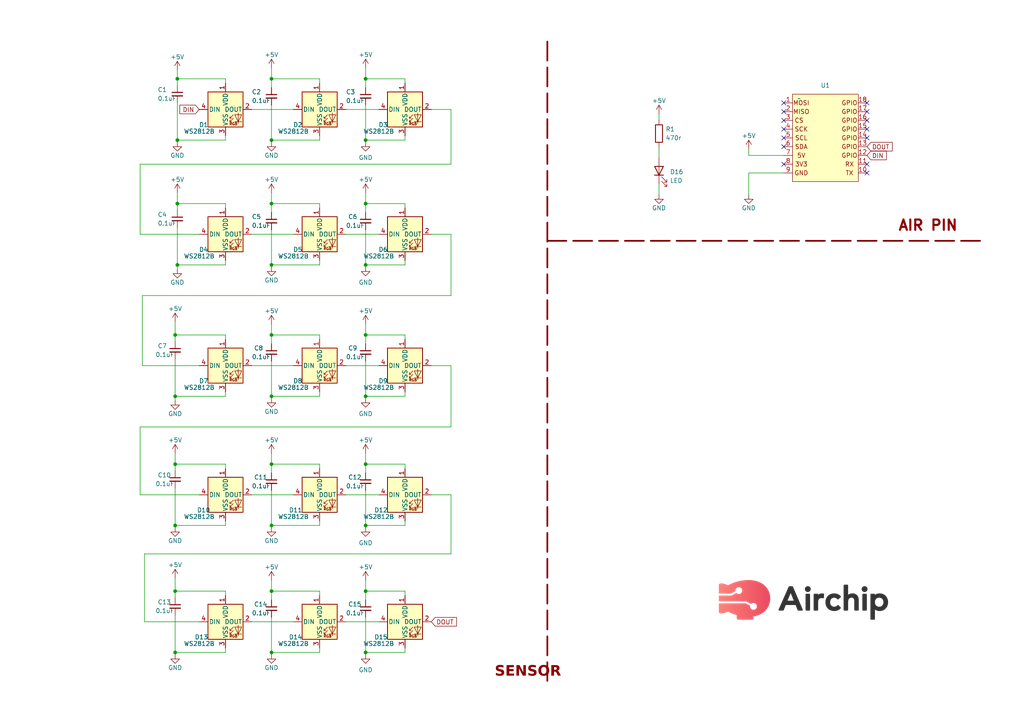
<source format=kicad_sch>
(kicad_sch (version 20230121) (generator eeschema)

  (uuid 99715b6e-d81f-417d-a5ed-a504ec927164)

  (paper "A4")

  (lib_symbols
    (symbol "Device:C_Small" (pin_numbers hide) (pin_names (offset 0.254) hide) (in_bom yes) (on_board yes)
      (property "Reference" "C" (at 0.254 1.778 0)
        (effects (font (size 1.27 1.27)) (justify left))
      )
      (property "Value" "C_Small" (at 0.254 -2.032 0)
        (effects (font (size 1.27 1.27)) (justify left))
      )
      (property "Footprint" "" (at 0 0 0)
        (effects (font (size 1.27 1.27)) hide)
      )
      (property "Datasheet" "~" (at 0 0 0)
        (effects (font (size 1.27 1.27)) hide)
      )
      (property "ki_keywords" "capacitor cap" (at 0 0 0)
        (effects (font (size 1.27 1.27)) hide)
      )
      (property "ki_description" "Unpolarized capacitor, small symbol" (at 0 0 0)
        (effects (font (size 1.27 1.27)) hide)
      )
      (property "ki_fp_filters" "C_*" (at 0 0 0)
        (effects (font (size 1.27 1.27)) hide)
      )
      (symbol "C_Small_0_1"
        (polyline
          (pts
            (xy -1.524 -0.508)
            (xy 1.524 -0.508)
          )
          (stroke (width 0.3302) (type default))
          (fill (type none))
        )
        (polyline
          (pts
            (xy -1.524 0.508)
            (xy 1.524 0.508)
          )
          (stroke (width 0.3048) (type default))
          (fill (type none))
        )
      )
      (symbol "C_Small_1_1"
        (pin passive line (at 0 2.54 270) (length 2.032)
          (name "~" (effects (font (size 1.27 1.27))))
          (number "1" (effects (font (size 1.27 1.27))))
        )
        (pin passive line (at 0 -2.54 90) (length 2.032)
          (name "~" (effects (font (size 1.27 1.27))))
          (number "2" (effects (font (size 1.27 1.27))))
        )
      )
    )
    (symbol "Device:LED" (pin_numbers hide) (pin_names (offset 1.016) hide) (in_bom yes) (on_board yes)
      (property "Reference" "D" (at 0 2.54 0)
        (effects (font (size 1.27 1.27)))
      )
      (property "Value" "LED" (at 0 -2.54 0)
        (effects (font (size 1.27 1.27)))
      )
      (property "Footprint" "" (at 0 0 0)
        (effects (font (size 1.27 1.27)) hide)
      )
      (property "Datasheet" "~" (at 0 0 0)
        (effects (font (size 1.27 1.27)) hide)
      )
      (property "ki_keywords" "LED diode" (at 0 0 0)
        (effects (font (size 1.27 1.27)) hide)
      )
      (property "ki_description" "Light emitting diode" (at 0 0 0)
        (effects (font (size 1.27 1.27)) hide)
      )
      (property "ki_fp_filters" "LED* LED_SMD:* LED_THT:*" (at 0 0 0)
        (effects (font (size 1.27 1.27)) hide)
      )
      (symbol "LED_0_1"
        (polyline
          (pts
            (xy -1.27 -1.27)
            (xy -1.27 1.27)
          )
          (stroke (width 0.254) (type default))
          (fill (type none))
        )
        (polyline
          (pts
            (xy -1.27 0)
            (xy 1.27 0)
          )
          (stroke (width 0) (type default))
          (fill (type none))
        )
        (polyline
          (pts
            (xy 1.27 -1.27)
            (xy 1.27 1.27)
            (xy -1.27 0)
            (xy 1.27 -1.27)
          )
          (stroke (width 0.254) (type default))
          (fill (type none))
        )
        (polyline
          (pts
            (xy -3.048 -0.762)
            (xy -4.572 -2.286)
            (xy -3.81 -2.286)
            (xy -4.572 -2.286)
            (xy -4.572 -1.524)
          )
          (stroke (width 0) (type default))
          (fill (type none))
        )
        (polyline
          (pts
            (xy -1.778 -0.762)
            (xy -3.302 -2.286)
            (xy -2.54 -2.286)
            (xy -3.302 -2.286)
            (xy -3.302 -1.524)
          )
          (stroke (width 0) (type default))
          (fill (type none))
        )
      )
      (symbol "LED_1_1"
        (pin passive line (at -3.81 0 0) (length 2.54)
          (name "K" (effects (font (size 1.27 1.27))))
          (number "1" (effects (font (size 1.27 1.27))))
        )
        (pin passive line (at 3.81 0 180) (length 2.54)
          (name "A" (effects (font (size 1.27 1.27))))
          (number "2" (effects (font (size 1.27 1.27))))
        )
      )
    )
    (symbol "Device:R" (pin_numbers hide) (pin_names (offset 0)) (in_bom yes) (on_board yes)
      (property "Reference" "R" (at 2.032 0 90)
        (effects (font (size 1.27 1.27)))
      )
      (property "Value" "R" (at 0 0 90)
        (effects (font (size 1.27 1.27)))
      )
      (property "Footprint" "" (at -1.778 0 90)
        (effects (font (size 1.27 1.27)) hide)
      )
      (property "Datasheet" "~" (at 0 0 0)
        (effects (font (size 1.27 1.27)) hide)
      )
      (property "ki_keywords" "R res resistor" (at 0 0 0)
        (effects (font (size 1.27 1.27)) hide)
      )
      (property "ki_description" "Resistor" (at 0 0 0)
        (effects (font (size 1.27 1.27)) hide)
      )
      (property "ki_fp_filters" "R_*" (at 0 0 0)
        (effects (font (size 1.27 1.27)) hide)
      )
      (symbol "R_0_1"
        (rectangle (start -1.016 -2.54) (end 1.016 2.54)
          (stroke (width 0.254) (type default))
          (fill (type none))
        )
      )
      (symbol "R_1_1"
        (pin passive line (at 0 3.81 270) (length 1.27)
          (name "~" (effects (font (size 1.27 1.27))))
          (number "1" (effects (font (size 1.27 1.27))))
        )
        (pin passive line (at 0 -3.81 90) (length 1.27)
          (name "~" (effects (font (size 1.27 1.27))))
          (number "2" (effects (font (size 1.27 1.27))))
        )
      )
    )
    (symbol "LED:WS2812B" (pin_names (offset 0.254)) (in_bom yes) (on_board yes)
      (property "Reference" "D" (at 5.08 5.715 0)
        (effects (font (size 1.27 1.27)) (justify right bottom))
      )
      (property "Value" "WS2812B" (at 1.27 -5.715 0)
        (effects (font (size 1.27 1.27)) (justify left top))
      )
      (property "Footprint" "LED_SMD:LED_WS2812B_PLCC4_5.0x5.0mm_P3.2mm" (at 1.27 -7.62 0)
        (effects (font (size 1.27 1.27)) (justify left top) hide)
      )
      (property "Datasheet" "https://cdn-shop.adafruit.com/datasheets/WS2812B.pdf" (at 2.54 -9.525 0)
        (effects (font (size 1.27 1.27)) (justify left top) hide)
      )
      (property "ki_keywords" "RGB LED NeoPixel addressable" (at 0 0 0)
        (effects (font (size 1.27 1.27)) hide)
      )
      (property "ki_description" "RGB LED with integrated controller" (at 0 0 0)
        (effects (font (size 1.27 1.27)) hide)
      )
      (property "ki_fp_filters" "LED*WS2812*PLCC*5.0x5.0mm*P3.2mm*" (at 0 0 0)
        (effects (font (size 1.27 1.27)) hide)
      )
      (symbol "WS2812B_0_0"
        (text "RGB" (at 2.286 -4.191 0)
          (effects (font (size 0.762 0.762)))
        )
      )
      (symbol "WS2812B_0_1"
        (polyline
          (pts
            (xy 1.27 -3.556)
            (xy 1.778 -3.556)
          )
          (stroke (width 0) (type default))
          (fill (type none))
        )
        (polyline
          (pts
            (xy 1.27 -2.54)
            (xy 1.778 -2.54)
          )
          (stroke (width 0) (type default))
          (fill (type none))
        )
        (polyline
          (pts
            (xy 4.699 -3.556)
            (xy 2.667 -3.556)
          )
          (stroke (width 0) (type default))
          (fill (type none))
        )
        (polyline
          (pts
            (xy 2.286 -2.54)
            (xy 1.27 -3.556)
            (xy 1.27 -3.048)
          )
          (stroke (width 0) (type default))
          (fill (type none))
        )
        (polyline
          (pts
            (xy 2.286 -1.524)
            (xy 1.27 -2.54)
            (xy 1.27 -2.032)
          )
          (stroke (width 0) (type default))
          (fill (type none))
        )
        (polyline
          (pts
            (xy 3.683 -1.016)
            (xy 3.683 -3.556)
            (xy 3.683 -4.064)
          )
          (stroke (width 0) (type default))
          (fill (type none))
        )
        (polyline
          (pts
            (xy 4.699 -1.524)
            (xy 2.667 -1.524)
            (xy 3.683 -3.556)
            (xy 4.699 -1.524)
          )
          (stroke (width 0) (type default))
          (fill (type none))
        )
        (rectangle (start 5.08 5.08) (end -5.08 -5.08)
          (stroke (width 0.254) (type default))
          (fill (type background))
        )
      )
      (symbol "WS2812B_1_1"
        (pin power_in line (at 0 7.62 270) (length 2.54)
          (name "VDD" (effects (font (size 1.27 1.27))))
          (number "1" (effects (font (size 1.27 1.27))))
        )
        (pin output line (at 7.62 0 180) (length 2.54)
          (name "DOUT" (effects (font (size 1.27 1.27))))
          (number "2" (effects (font (size 1.27 1.27))))
        )
        (pin power_in line (at 0 -7.62 90) (length 2.54)
          (name "VSS" (effects (font (size 1.27 1.27))))
          (number "3" (effects (font (size 1.27 1.27))))
        )
        (pin input line (at -7.62 0 0) (length 2.54)
          (name "DIN" (effects (font (size 1.27 1.27))))
          (number "4" (effects (font (size 1.27 1.27))))
        )
      )
    )
    (symbol "moduler_pin:air" (in_bom yes) (on_board yes)
      (property "Reference" "U" (at 7.62 2.54 0)
        (effects (font (size 1.27 1.27)))
      )
      (property "Value" "" (at 0 0 0)
        (effects (font (size 1.27 1.27)))
      )
      (property "Footprint" "" (at 0 0 0)
        (effects (font (size 1.27 1.27)) hide)
      )
      (property "Datasheet" "" (at 0 0 0)
        (effects (font (size 1.27 1.27)) hide)
      )
      (symbol "air_1_1"
        (rectangle (start -1.905 1.27) (end 17.145 -24.13)
          (stroke (width 0) (type default))
          (fill (type background))
        )
        (text "3V3" (at 0.635 -19.05 0)
          (effects (font (size 1.27 1.27)))
        )
        (text "5V" (at 0.635 -16.51 0)
          (effects (font (size 1.27 1.27)))
        )
        (text "CS" (at 0 -6.35 0)
          (effects (font (size 1.27 1.27)))
        )
        (text "GND" (at 0.635 -21.59 0)
          (effects (font (size 1.27 1.27)))
        )
        (text "GPIO" (at 14.605 -16.51 0)
          (effects (font (size 1.27 1.27)))
        )
        (text "GPIO" (at 14.605 -13.97 0)
          (effects (font (size 1.27 1.27)))
        )
        (text "GPIO" (at 14.605 -11.43 0)
          (effects (font (size 1.27 1.27)))
        )
        (text "GPIO" (at 14.605 -8.89 0)
          (effects (font (size 1.27 1.27)))
        )
        (text "GPIO" (at 14.605 -6.35 0)
          (effects (font (size 1.27 1.27)))
        )
        (text "GPIO" (at 14.605 -3.81 0)
          (effects (font (size 1.27 1.27)))
        )
        (text "GPIO" (at 14.605 -1.27 0)
          (effects (font (size 1.27 1.27)))
        )
        (text "MISO" (at 0.635 -3.81 0)
          (effects (font (size 1.27 1.27)))
        )
        (text "MOSI" (at 0.635 -1.27 0)
          (effects (font (size 1.27 1.27)))
        )
        (text "RX" (at 14.605 -19.05 0)
          (effects (font (size 1.27 1.27)))
        )
        (text "SCK" (at 0.635 -8.89 0)
          (effects (font (size 1.27 1.27)))
        )
        (text "SCL" (at 0.635 -11.43 0)
          (effects (font (size 1.27 1.27)))
        )
        (text "SDA" (at 0.635 -13.97 0)
          (effects (font (size 1.27 1.27)))
        )
        (text "TX" (at 14.605 -21.59 0)
          (effects (font (size 1.27 1.27)))
        )
        (pin input line (at -4.445 -1.27 0) (length 2.54)
          (name "" (effects (font (size 1.27 1.27))))
          (number "1" (effects (font (size 1.27 1.27))))
        )
        (pin input line (at 19.685 -21.59 180) (length 2.54)
          (name "" (effects (font (size 1.27 1.27))))
          (number "10" (effects (font (size 1.27 1.27))))
        )
        (pin input line (at 19.685 -19.05 180) (length 2.54)
          (name "" (effects (font (size 1.27 1.27))))
          (number "11" (effects (font (size 1.27 1.27))))
        )
        (pin input line (at 19.685 -16.51 180) (length 2.54)
          (name "" (effects (font (size 1.27 1.27))))
          (number "12" (effects (font (size 1.27 1.27))))
        )
        (pin input line (at 19.685 -13.97 180) (length 2.54)
          (name "" (effects (font (size 1.27 1.27))))
          (number "13" (effects (font (size 1.27 1.27))))
        )
        (pin input line (at 19.685 -11.43 180) (length 2.54)
          (name "" (effects (font (size 1.27 1.27))))
          (number "14" (effects (font (size 1.27 1.27))))
        )
        (pin input line (at 19.685 -8.89 180) (length 2.54)
          (name "" (effects (font (size 1.27 1.27))))
          (number "15" (effects (font (size 1.27 1.27))))
        )
        (pin input line (at 19.685 -6.35 180) (length 2.54)
          (name "" (effects (font (size 1.27 1.27))))
          (number "16" (effects (font (size 1.27 1.27))))
        )
        (pin input line (at 19.685 -3.81 180) (length 2.54)
          (name "" (effects (font (size 1.27 1.27))))
          (number "17" (effects (font (size 1.27 1.27))))
        )
        (pin input line (at 19.685 -1.27 180) (length 2.54)
          (name "" (effects (font (size 1.27 1.27))))
          (number "18" (effects (font (size 1.27 1.27))))
        )
        (pin input line (at -4.445 -3.81 0) (length 2.54)
          (name "" (effects (font (size 1.27 1.27))))
          (number "2" (effects (font (size 1.27 1.27))))
        )
        (pin input line (at -4.445 -6.35 0) (length 2.54)
          (name "" (effects (font (size 1.27 1.27))))
          (number "3" (effects (font (size 1.27 1.27))))
        )
        (pin input line (at -4.445 -8.89 0) (length 2.54)
          (name "" (effects (font (size 1.27 1.27))))
          (number "4" (effects (font (size 1.27 1.27))))
        )
        (pin input line (at -4.445 -11.43 0) (length 2.54)
          (name "" (effects (font (size 1.27 1.27))))
          (number "5" (effects (font (size 1.27 1.27))))
        )
        (pin input line (at -4.445 -13.97 0) (length 2.54)
          (name "" (effects (font (size 1.27 1.27))))
          (number "6" (effects (font (size 1.27 1.27))))
        )
        (pin input line (at -4.445 -16.51 0) (length 2.54)
          (name "" (effects (font (size 1.27 1.27))))
          (number "7" (effects (font (size 1.27 1.27))))
        )
        (pin input line (at -4.445 -19.05 0) (length 2.54)
          (name "" (effects (font (size 1.27 1.27))))
          (number "8" (effects (font (size 1.27 1.27))))
        )
        (pin input line (at -4.445 -21.59 0) (length 2.54)
          (name "" (effects (font (size 1.27 1.27))))
          (number "9" (effects (font (size 1.27 1.27))))
        )
      )
    )
    (symbol "power:+5V" (power) (pin_names (offset 0)) (in_bom yes) (on_board yes)
      (property "Reference" "#PWR" (at 0 -3.81 0)
        (effects (font (size 1.27 1.27)) hide)
      )
      (property "Value" "+5V" (at 0 3.556 0)
        (effects (font (size 1.27 1.27)))
      )
      (property "Footprint" "" (at 0 0 0)
        (effects (font (size 1.27 1.27)) hide)
      )
      (property "Datasheet" "" (at 0 0 0)
        (effects (font (size 1.27 1.27)) hide)
      )
      (property "ki_keywords" "power-flag" (at 0 0 0)
        (effects (font (size 1.27 1.27)) hide)
      )
      (property "ki_description" "Power symbol creates a global label with name \"+5V\"" (at 0 0 0)
        (effects (font (size 1.27 1.27)) hide)
      )
      (symbol "+5V_0_1"
        (polyline
          (pts
            (xy -0.762 1.27)
            (xy 0 2.54)
          )
          (stroke (width 0) (type default))
          (fill (type none))
        )
        (polyline
          (pts
            (xy 0 0)
            (xy 0 2.54)
          )
          (stroke (width 0) (type default))
          (fill (type none))
        )
        (polyline
          (pts
            (xy 0 2.54)
            (xy 0.762 1.27)
          )
          (stroke (width 0) (type default))
          (fill (type none))
        )
      )
      (symbol "+5V_1_1"
        (pin power_in line (at 0 0 90) (length 0) hide
          (name "+5V" (effects (font (size 1.27 1.27))))
          (number "1" (effects (font (size 1.27 1.27))))
        )
      )
    )
    (symbol "power:GND" (power) (pin_names (offset 0)) (in_bom yes) (on_board yes)
      (property "Reference" "#PWR" (at 0 -6.35 0)
        (effects (font (size 1.27 1.27)) hide)
      )
      (property "Value" "GND" (at 0 -3.81 0)
        (effects (font (size 1.27 1.27)))
      )
      (property "Footprint" "" (at 0 0 0)
        (effects (font (size 1.27 1.27)) hide)
      )
      (property "Datasheet" "" (at 0 0 0)
        (effects (font (size 1.27 1.27)) hide)
      )
      (property "ki_keywords" "power-flag" (at 0 0 0)
        (effects (font (size 1.27 1.27)) hide)
      )
      (property "ki_description" "Power symbol creates a global label with name \"GND\" , ground" (at 0 0 0)
        (effects (font (size 1.27 1.27)) hide)
      )
      (symbol "GND_0_1"
        (polyline
          (pts
            (xy 0 0)
            (xy 0 -1.27)
            (xy 1.27 -1.27)
            (xy 0 -2.54)
            (xy -1.27 -1.27)
            (xy 0 -1.27)
          )
          (stroke (width 0) (type default))
          (fill (type none))
        )
      )
      (symbol "GND_1_1"
        (pin power_in line (at 0 0 270) (length 0) hide
          (name "GND" (effects (font (size 1.27 1.27))))
          (number "1" (effects (font (size 1.27 1.27))))
        )
      )
    )
  )

  (junction (at 106.045 189.23) (diameter 0) (color 0 0 0 0)
    (uuid 0517bec8-9b7c-4f10-9979-a13317059537)
  )
  (junction (at 50.8 152.4) (diameter 0) (color 0 0 0 0)
    (uuid 158d042c-25e5-42c0-8c2a-349cebe04572)
  )
  (junction (at 106.045 76.835) (diameter 0) (color 0 0 0 0)
    (uuid 16661643-3b3f-4d53-a13b-29457c63fa4d)
  )
  (junction (at 78.74 59.055) (diameter 0) (color 0 0 0 0)
    (uuid 1bbbc0c2-058f-4126-ac96-89ff61e159c2)
  )
  (junction (at 50.8 134.62) (diameter 0) (color 0 0 0 0)
    (uuid 25e86c11-6a29-4a28-ae3c-30932dc8ab97)
  )
  (junction (at 78.74 189.23) (diameter 0) (color 0 0 0 0)
    (uuid 27e1026a-8564-41bb-bd3d-b226f73d5040)
  )
  (junction (at 78.74 97.155) (diameter 0) (color 0 0 0 0)
    (uuid 2857e36b-0170-4c65-a577-db2cc50ba1ac)
  )
  (junction (at 106.045 40.64) (diameter 0) (color 0 0 0 0)
    (uuid 4215f73a-40e8-4e11-84ae-0b1970129b19)
  )
  (junction (at 78.74 152.4) (diameter 0) (color 0 0 0 0)
    (uuid 4c7a9502-ae26-4741-ac6b-9dd2457b0b10)
  )
  (junction (at 50.8 97.155) (diameter 0) (color 0 0 0 0)
    (uuid 4e55d405-840d-4035-b98e-576447545ef9)
  )
  (junction (at 51.435 22.86) (diameter 0) (color 0 0 0 0)
    (uuid 51a25a98-ab7d-4dcb-a19d-0a08948a08a3)
  )
  (junction (at 78.74 134.62) (diameter 0) (color 0 0 0 0)
    (uuid 58948254-0efb-4856-a539-fbf61ea531ab)
  )
  (junction (at 51.435 76.835) (diameter 0) (color 0 0 0 0)
    (uuid 609bb54e-2181-495a-9c6d-220e59906d91)
  )
  (junction (at 106.045 171.45) (diameter 0) (color 0 0 0 0)
    (uuid 66767f25-4493-4ada-a08c-6c178cfcd7dc)
  )
  (junction (at 106.045 59.055) (diameter 0) (color 0 0 0 0)
    (uuid 67bb6cba-f28b-473c-924d-056a60cecb2e)
  )
  (junction (at 78.74 114.935) (diameter 0) (color 0 0 0 0)
    (uuid 6cc38601-58a7-4f47-a4ef-442e8be00587)
  )
  (junction (at 78.74 40.64) (diameter 0) (color 0 0 0 0)
    (uuid 7ba739b2-67c0-416f-8a98-1ae70c1ba913)
  )
  (junction (at 50.8 114.935) (diameter 0) (color 0 0 0 0)
    (uuid 90743eeb-bb10-4802-a73c-7f242d62aa5f)
  )
  (junction (at 106.045 114.935) (diameter 0) (color 0 0 0 0)
    (uuid 957dab8d-b6b1-4f1e-ab4e-a0db192b577d)
  )
  (junction (at 78.74 22.86) (diameter 0) (color 0 0 0 0)
    (uuid 98c02f7d-85d2-4462-a071-342c3ac423c4)
  )
  (junction (at 106.045 97.155) (diameter 0) (color 0 0 0 0)
    (uuid 9ec447e2-5d8c-4c13-afd3-62fe19b5f7f6)
  )
  (junction (at 106.045 134.62) (diameter 0) (color 0 0 0 0)
    (uuid a14fc71d-4021-4b10-9d83-6a63c5bbc8fa)
  )
  (junction (at 106.045 22.86) (diameter 0) (color 0 0 0 0)
    (uuid aa41d7f9-a294-4d7b-879a-ba4977e62785)
  )
  (junction (at 106.045 152.4) (diameter 0) (color 0 0 0 0)
    (uuid d0b713c4-0d4a-411e-a712-cc59657f9e9c)
  )
  (junction (at 50.8 189.23) (diameter 0) (color 0 0 0 0)
    (uuid d46be662-cde3-465d-b2a4-094626de197a)
  )
  (junction (at 78.74 76.835) (diameter 0) (color 0 0 0 0)
    (uuid d51e3f2d-b231-4c2d-96d4-f5116bcbe825)
  )
  (junction (at 78.74 171.45) (diameter 0) (color 0 0 0 0)
    (uuid df2666e2-0e32-4546-910c-eac4f111672b)
  )
  (junction (at 51.435 40.64) (diameter 0) (color 0 0 0 0)
    (uuid e3608deb-cca9-45ee-bd8c-25a21490be95)
  )
  (junction (at 51.435 59.055) (diameter 0) (color 0 0 0 0)
    (uuid e65feafd-5946-4528-9243-b7f1a9776f11)
  )
  (junction (at 50.8 171.45) (diameter 0) (color 0 0 0 0)
    (uuid f25e48fc-a987-448f-b046-65e4beb98612)
  )

  (no_connect (at 251.46 32.385) (uuid 02e7913c-8a54-4cd7-833c-ba1ad12a03e7))
  (no_connect (at 251.46 47.625) (uuid 07ad4ad0-2f6f-47f1-bbf8-8f1be84e07d1))
  (no_connect (at 251.46 37.465) (uuid 1888f604-f468-4c49-a4ad-869983064f0a))
  (no_connect (at 251.46 34.925) (uuid 2c52c454-ac3f-4df7-973b-e0bac3c2fd7f))
  (no_connect (at 227.33 37.465) (uuid 4c55c12d-ce10-412b-b4d6-bfc821a25866))
  (no_connect (at 227.33 34.925) (uuid 548d794f-1547-4f87-82ae-a0b5d8668e98))
  (no_connect (at 227.33 42.545) (uuid 5a9364d6-dbb4-45f5-9c6c-d071fc1d2c60))
  (no_connect (at 251.46 50.165) (uuid 5d6edf7e-4d49-4048-a9c3-197f72bcc6f0))
  (no_connect (at 251.46 29.845) (uuid 680f1832-0795-4b53-b3f4-8a0b0f5f5e45))
  (no_connect (at 227.33 47.625) (uuid 98c91c33-7737-4890-85a5-bc508efa2af8))
  (no_connect (at 251.46 40.005) (uuid a8e3e3f0-5db1-4b61-b346-8aa5703951bb))
  (no_connect (at 227.33 40.005) (uuid b3e3d83e-ec19-46d8-8554-6cf74052b152))
  (no_connect (at 227.33 32.385) (uuid cad4576e-f939-409e-8036-553d70e5189f))
  (no_connect (at 227.33 29.845) (uuid d4b84749-dccc-4b8d-afec-4edb59340f57))

  (wire (pts (xy 117.475 114.935) (xy 117.475 113.665))
    (stroke (width 0) (type default))
    (uuid 0214369c-86f2-4fad-a25d-3ea55795de26)
  )
  (wire (pts (xy 73.025 143.51) (xy 85.09 143.51))
    (stroke (width 0) (type default))
    (uuid 0333ffd5-ca1d-4027-ad13-77c54d4d10a1)
  )
  (wire (pts (xy 78.74 153.035) (xy 78.74 152.4))
    (stroke (width 0) (type default))
    (uuid 036adcb1-b304-4a15-a31f-241dd3d421fc)
  )
  (wire (pts (xy 78.74 168.275) (xy 78.74 171.45))
    (stroke (width 0) (type default))
    (uuid 0442df94-8fbb-44eb-8a74-204705e520e9)
  )
  (wire (pts (xy 73.025 180.34) (xy 85.09 180.34))
    (stroke (width 0) (type default))
    (uuid 04c14abe-4fa5-4947-907d-428447cf2aee)
  )
  (wire (pts (xy 92.71 171.45) (xy 92.71 172.72))
    (stroke (width 0) (type default))
    (uuid 07af4745-21e4-4cfc-9f6c-36dcb12fa96e)
  )
  (wire (pts (xy 106.045 189.23) (xy 117.475 189.23))
    (stroke (width 0) (type default))
    (uuid 0823fe4c-bd7a-4f7c-9203-39ee9ff1fc26)
  )
  (wire (pts (xy 51.435 20.32) (xy 51.435 22.86))
    (stroke (width 0) (type default))
    (uuid 0a121871-d170-4b09-8578-988592bb7b3d)
  )
  (wire (pts (xy 92.71 22.86) (xy 92.71 24.13))
    (stroke (width 0) (type default))
    (uuid 0d09f938-2ef6-4503-89b7-1bb2b8dd6417)
  )
  (wire (pts (xy 65.405 59.055) (xy 65.405 60.325))
    (stroke (width 0) (type default))
    (uuid 0d2c669f-ea43-41d1-aa3d-91c7ce29fd3b)
  )
  (wire (pts (xy 106.045 61.595) (xy 106.045 59.055))
    (stroke (width 0) (type default))
    (uuid 0e3f76d9-146b-4d39-b651-97b4267c97e8)
  )
  (wire (pts (xy 106.045 137.16) (xy 106.045 134.62))
    (stroke (width 0) (type default))
    (uuid 110ed941-a492-4d0f-9dc1-c8240d0e28bd)
  )
  (wire (pts (xy 51.435 55.88) (xy 51.435 59.055))
    (stroke (width 0) (type default))
    (uuid 122e9dbf-2666-4145-afa2-5ad757f47ab5)
  )
  (wire (pts (xy 50.8 167.64) (xy 50.8 171.45))
    (stroke (width 0) (type default))
    (uuid 12aac049-5ee5-4b7b-83fe-0cd58947f599)
  )
  (wire (pts (xy 100.33 180.34) (xy 109.855 180.34))
    (stroke (width 0) (type default))
    (uuid 13821105-93fb-4578-854f-23181bfb76b0)
  )
  (wire (pts (xy 65.405 22.86) (xy 65.405 24.13))
    (stroke (width 0) (type default))
    (uuid 14b60893-8af8-4210-a33d-0b7c29ef1b43)
  )
  (wire (pts (xy 51.435 40.64) (xy 65.405 40.64))
    (stroke (width 0) (type default))
    (uuid 15389b49-9e05-4721-8c8d-69ff44c4e8a8)
  )
  (wire (pts (xy 73.025 31.75) (xy 85.09 31.75))
    (stroke (width 0) (type default))
    (uuid 171adf09-6251-4b79-8837-876026f12fa9)
  )
  (wire (pts (xy 50.8 153.035) (xy 50.8 152.4))
    (stroke (width 0) (type default))
    (uuid 17709baa-06c4-46bf-a395-47728adc4400)
  )
  (wire (pts (xy 51.435 66.04) (xy 51.435 76.835))
    (stroke (width 0) (type default))
    (uuid 19e727d8-c940-406c-9523-9d20044ca2b1)
  )
  (wire (pts (xy 106.045 114.935) (xy 117.475 114.935))
    (stroke (width 0) (type default))
    (uuid 1a735a7b-19a1-4710-ace5-039bccb9dac9)
  )
  (wire (pts (xy 130.81 67.945) (xy 130.81 85.725))
    (stroke (width 0) (type default))
    (uuid 1bebe291-9b18-4c74-9a95-1f0f7055cda5)
  )
  (wire (pts (xy 106.045 171.45) (xy 117.475 171.45))
    (stroke (width 0) (type default))
    (uuid 1c234002-68ad-4c0a-af0e-645388f267e9)
  )
  (wire (pts (xy 50.8 134.62) (xy 50.8 136.525))
    (stroke (width 0) (type default))
    (uuid 1d5376ac-99d9-498f-9db2-a867b2723990)
  )
  (wire (pts (xy 51.435 76.835) (xy 65.405 76.835))
    (stroke (width 0) (type default))
    (uuid 1d75d1a8-faa3-455d-adac-16a1279c5134)
  )
  (wire (pts (xy 106.045 168.275) (xy 106.045 171.45))
    (stroke (width 0) (type default))
    (uuid 1db7b57f-590c-4273-b699-ed1b0e720f6d)
  )
  (wire (pts (xy 130.81 123.825) (xy 40.64 123.825))
    (stroke (width 0) (type default))
    (uuid 1e182e00-fd1d-4317-aa14-c366a391ad7c)
  )
  (wire (pts (xy 117.475 76.835) (xy 117.475 75.565))
    (stroke (width 0) (type default))
    (uuid 1e36c22c-6107-4580-8abe-ab65eb842d21)
  )
  (wire (pts (xy 41.91 160.655) (xy 41.91 180.34))
    (stroke (width 0) (type default))
    (uuid 1e8b81f0-b70b-4df1-9b71-159f09dcc7f2)
  )
  (wire (pts (xy 106.045 179.07) (xy 106.045 189.23))
    (stroke (width 0) (type default))
    (uuid 1fd9369d-1afc-472d-acb9-52ba3d59423a)
  )
  (wire (pts (xy 78.74 179.07) (xy 78.74 189.23))
    (stroke (width 0) (type default))
    (uuid 1fe6a3b2-6587-418d-8e2b-9db2ed39b582)
  )
  (wire (pts (xy 106.045 97.155) (xy 117.475 97.155))
    (stroke (width 0) (type default))
    (uuid 2123ff78-a9ba-4159-9b81-58a3067931a6)
  )
  (wire (pts (xy 78.74 134.62) (xy 78.74 137.16))
    (stroke (width 0) (type default))
    (uuid 248837ba-97ad-44ea-b937-17a70bad0b14)
  )
  (wire (pts (xy 73.025 67.945) (xy 85.09 67.945))
    (stroke (width 0) (type default))
    (uuid 273453e7-f7ed-40cb-9efe-8703c1f03a71)
  )
  (wire (pts (xy 117.475 97.155) (xy 117.475 98.425))
    (stroke (width 0) (type default))
    (uuid 2c610e25-422a-466f-819d-16b3cb97db47)
  )
  (wire (pts (xy 78.74 59.055) (xy 78.74 61.595))
    (stroke (width 0) (type default))
    (uuid 2c70e01f-f78c-472c-8875-3ce94ac1bc5c)
  )
  (wire (pts (xy 51.435 22.86) (xy 51.435 24.765))
    (stroke (width 0) (type default))
    (uuid 2f49d7a5-9c57-44e9-b49e-7eb29faaac2c)
  )
  (wire (pts (xy 100.33 106.045) (xy 109.855 106.045))
    (stroke (width 0) (type default))
    (uuid 2ffb3bda-8001-401f-b5f3-b9508c29741c)
  )
  (wire (pts (xy 78.74 171.45) (xy 78.74 173.99))
    (stroke (width 0) (type default))
    (uuid 33e9dc2c-8761-4234-94ca-93ab3a77e952)
  )
  (wire (pts (xy 117.475 189.23) (xy 117.475 187.96))
    (stroke (width 0) (type default))
    (uuid 33ea1c16-6b6e-4058-87e3-1c64ee1cb839)
  )
  (wire (pts (xy 130.81 31.75) (xy 130.81 47.625))
    (stroke (width 0) (type default))
    (uuid 34500c98-cbfb-4145-8645-561cd2acd548)
  )
  (wire (pts (xy 106.045 40.64) (xy 117.475 40.64))
    (stroke (width 0) (type default))
    (uuid 3588d381-9014-48d9-ad40-054d1e67c3b0)
  )
  (wire (pts (xy 78.74 19.685) (xy 78.74 22.86))
    (stroke (width 0) (type default))
    (uuid 375acecd-1021-46b9-abd8-f187bbbaf075)
  )
  (wire (pts (xy 78.74 55.88) (xy 78.74 59.055))
    (stroke (width 0) (type default))
    (uuid 38bb414e-5c2b-45ec-864e-aaca0028b2e3)
  )
  (wire (pts (xy 227.33 45.085) (xy 217.17 45.085))
    (stroke (width 0) (type default))
    (uuid 3ae2d827-8d12-45e5-bac5-a70d9961baf4)
  )
  (wire (pts (xy 78.74 104.775) (xy 78.74 114.935))
    (stroke (width 0) (type default))
    (uuid 3bf458b6-b18c-4314-821e-a5b700f291d2)
  )
  (wire (pts (xy 78.74 40.64) (xy 92.71 40.64))
    (stroke (width 0) (type default))
    (uuid 3c879af3-f110-49e9-93d1-d9f317796771)
  )
  (wire (pts (xy 92.71 59.055) (xy 92.71 60.325))
    (stroke (width 0) (type default))
    (uuid 3d432ae2-a8b7-4878-a0ad-97c763221fbe)
  )
  (wire (pts (xy 92.71 97.155) (xy 78.74 97.155))
    (stroke (width 0) (type default))
    (uuid 3e547088-96df-41f4-97fe-1009c4ac015e)
  )
  (wire (pts (xy 130.81 85.725) (xy 41.275 85.725))
    (stroke (width 0) (type default))
    (uuid 402fbdff-0129-4b83-8cb7-a56feab9d6ac)
  )
  (wire (pts (xy 51.435 29.845) (xy 51.435 40.64))
    (stroke (width 0) (type default))
    (uuid 46c3416d-9efc-4510-ac80-1765761e4a85)
  )
  (wire (pts (xy 78.74 189.23) (xy 92.71 189.23))
    (stroke (width 0) (type default))
    (uuid 4d978267-569e-4f8c-8e58-9f6ac303f90e)
  )
  (wire (pts (xy 100.33 143.51) (xy 109.855 143.51))
    (stroke (width 0) (type default))
    (uuid 4da6804f-51e7-4f44-a636-9259ff6cfc59)
  )
  (wire (pts (xy 106.045 99.695) (xy 106.045 97.155))
    (stroke (width 0) (type default))
    (uuid 4e1a72ce-411b-4684-9196-2ab752b143b6)
  )
  (wire (pts (xy 117.475 152.4) (xy 117.475 151.13))
    (stroke (width 0) (type default))
    (uuid 4ee928ae-eeae-4069-9d2a-413adf4f41f8)
  )
  (wire (pts (xy 65.405 97.155) (xy 65.405 98.425))
    (stroke (width 0) (type default))
    (uuid 4f6ff7b7-4da0-40b5-8973-0a6465514724)
  )
  (wire (pts (xy 78.74 77.47) (xy 78.74 76.835))
    (stroke (width 0) (type default))
    (uuid 508075f7-fdad-415d-8c85-f052e90fe08f)
  )
  (wire (pts (xy 106.045 152.4) (xy 117.475 152.4))
    (stroke (width 0) (type default))
    (uuid 510ef7d6-2d9f-48c5-a317-d436204fe174)
  )
  (wire (pts (xy 50.8 178.435) (xy 50.8 189.23))
    (stroke (width 0) (type default))
    (uuid 5237f3ad-d471-4491-af8a-28a3f19a1568)
  )
  (wire (pts (xy 50.8 104.14) (xy 50.8 114.935))
    (stroke (width 0) (type default))
    (uuid 5245a2f3-ec29-4642-b6df-370c1c5eed6b)
  )
  (wire (pts (xy 78.74 97.155) (xy 78.74 99.695))
    (stroke (width 0) (type default))
    (uuid 5267d682-a28b-4b45-b5e8-7d95b8e59ebb)
  )
  (wire (pts (xy 106.045 104.775) (xy 106.045 114.935))
    (stroke (width 0) (type default))
    (uuid 55ce6ca5-d7d0-4650-9dd8-f136bf911b27)
  )
  (wire (pts (xy 51.435 41.275) (xy 51.435 40.64))
    (stroke (width 0) (type default))
    (uuid 5734f41e-eeac-4ea7-a496-f92cc3c14a9f)
  )
  (wire (pts (xy 117.475 40.64) (xy 117.475 39.37))
    (stroke (width 0) (type default))
    (uuid 5800126b-4d8a-4010-a843-e2f72a84a023)
  )
  (wire (pts (xy 50.8 131.445) (xy 50.8 134.62))
    (stroke (width 0) (type default))
    (uuid 5892c09b-23e2-4b53-a0ed-db3f345fed25)
  )
  (wire (pts (xy 100.33 67.945) (xy 109.855 67.945))
    (stroke (width 0) (type default))
    (uuid 5a1a8796-2747-4e1c-aa3a-6a43fcc057d0)
  )
  (wire (pts (xy 106.045 76.835) (xy 106.045 77.47))
    (stroke (width 0) (type default))
    (uuid 5a6adfe8-9d8b-4b79-b592-902362894c1c)
  )
  (wire (pts (xy 92.71 171.45) (xy 78.74 171.45))
    (stroke (width 0) (type default))
    (uuid 5c4880fe-4b1b-4109-bd77-25c9a5a1cc69)
  )
  (wire (pts (xy 65.405 152.4) (xy 65.405 151.13))
    (stroke (width 0) (type default))
    (uuid 5d392b68-073c-47c1-8ec9-f2f577d88e29)
  )
  (wire (pts (xy 65.405 171.45) (xy 65.405 172.72))
    (stroke (width 0) (type default))
    (uuid 5fcbd347-a773-4f74-a867-2de6154b5f1e)
  )
  (wire (pts (xy 106.045 55.88) (xy 106.045 59.055))
    (stroke (width 0) (type default))
    (uuid 628bc1fc-4497-4eef-a6f0-4000d2e8321f)
  )
  (wire (pts (xy 78.74 93.98) (xy 78.74 97.155))
    (stroke (width 0) (type default))
    (uuid 62af1574-fc1a-4e75-8ce7-956f3fada04d)
  )
  (wire (pts (xy 65.405 40.64) (xy 65.405 39.37))
    (stroke (width 0) (type default))
    (uuid 63c7db7c-e98a-4517-b6c0-73aea5894de4)
  )
  (wire (pts (xy 65.405 76.835) (xy 65.405 75.565))
    (stroke (width 0) (type default))
    (uuid 6666e0af-48ea-4906-9936-e388c25575e3)
  )
  (wire (pts (xy 78.74 131.445) (xy 78.74 134.62))
    (stroke (width 0) (type default))
    (uuid 689658c4-e5ad-480f-8746-d09ef035899a)
  )
  (wire (pts (xy 50.8 189.865) (xy 50.8 189.23))
    (stroke (width 0) (type default))
    (uuid 689db41b-32f1-4ebd-a60a-c7c0e3c81301)
  )
  (wire (pts (xy 92.71 59.055) (xy 78.74 59.055))
    (stroke (width 0) (type default))
    (uuid 6a7c0dd5-9efa-441d-a5ac-def155ea199f)
  )
  (wire (pts (xy 78.74 142.24) (xy 78.74 152.4))
    (stroke (width 0) (type default))
    (uuid 6bd6fad4-42fa-4850-b07a-9c0ed117ce6d)
  )
  (wire (pts (xy 78.74 76.835) (xy 92.71 76.835))
    (stroke (width 0) (type default))
    (uuid 6fe1ef81-18f1-45d6-816c-f874bf128652)
  )
  (wire (pts (xy 40.64 123.825) (xy 40.64 143.51))
    (stroke (width 0) (type default))
    (uuid 6ffaffa5-ce45-4fa4-9089-fd6fe10a3026)
  )
  (wire (pts (xy 65.405 22.86) (xy 51.435 22.86))
    (stroke (width 0) (type default))
    (uuid 70904c75-b9f0-4d45-a920-bc1ac7180917)
  )
  (wire (pts (xy 100.33 31.75) (xy 109.855 31.75))
    (stroke (width 0) (type default))
    (uuid 71ee5dad-78e1-40e1-97e0-21a16d5234c7)
  )
  (wire (pts (xy 78.74 115.57) (xy 78.74 114.935))
    (stroke (width 0) (type default))
    (uuid 7303f42d-938e-4e31-a8ca-5ca994f8f476)
  )
  (wire (pts (xy 78.74 66.675) (xy 78.74 76.835))
    (stroke (width 0) (type default))
    (uuid 734c2b32-6208-477a-9cf6-c8702648b16c)
  )
  (wire (pts (xy 106.045 114.935) (xy 106.045 115.57))
    (stroke (width 0) (type default))
    (uuid 751f800b-a023-449a-8b9e-74fdfa4a5b3b)
  )
  (polyline (pts (xy 158.75 12.065) (xy 158.75 197.485))
    (stroke (width 0.5) (type dash) (color 132 0 0 1))
    (uuid 76fe7c5d-9691-49ef-a0be-416ca0295805)
  )

  (wire (pts (xy 130.81 106.045) (xy 130.81 123.825))
    (stroke (width 0) (type default))
    (uuid 79d37b9d-9a43-4061-8631-577b309460c2)
  )
  (wire (pts (xy 92.71 40.64) (xy 92.71 39.37))
    (stroke (width 0) (type default))
    (uuid 7b1516cd-0fe1-4763-8e90-3d571adf1e85)
  )
  (wire (pts (xy 50.8 114.935) (xy 65.405 114.935))
    (stroke (width 0) (type default))
    (uuid 7c1fc9bf-7977-497f-baca-44f8a5033553)
  )
  (wire (pts (xy 41.275 85.725) (xy 41.275 106.045))
    (stroke (width 0) (type default))
    (uuid 7e25673d-7f81-4a38-b749-8ec47fc382d1)
  )
  (wire (pts (xy 92.71 76.835) (xy 92.71 75.565))
    (stroke (width 0) (type default))
    (uuid 7eabbef7-b4b9-443e-837d-16edeb97ba59)
  )
  (wire (pts (xy 50.8 97.155) (xy 50.8 99.06))
    (stroke (width 0) (type default))
    (uuid 829b9ef7-5f65-4899-b9d5-5803502a3786)
  )
  (wire (pts (xy 217.17 45.085) (xy 217.17 43.18))
    (stroke (width 0) (type default))
    (uuid 84940698-3263-4ea2-ab38-dec6f3a7482b)
  )
  (polyline (pts (xy 158.75 69.85) (xy 285.115 69.85))
    (stroke (width 0.5) (type dash) (color 132 0 0 1))
    (uuid 8660023a-6f08-430d-a8c1-6084c60035fe)
  )

  (wire (pts (xy 78.74 189.865) (xy 78.74 189.23))
    (stroke (width 0) (type default))
    (uuid 8863294d-7114-4abe-a23f-68f353b15483)
  )
  (wire (pts (xy 65.405 114.935) (xy 65.405 113.665))
    (stroke (width 0) (type default))
    (uuid 89cff696-f868-4d45-8dfd-4e61c0a11246)
  )
  (wire (pts (xy 106.045 19.685) (xy 106.045 22.86))
    (stroke (width 0) (type default))
    (uuid 8a3fb12e-607a-44aa-8b1d-6fb66a5059e8)
  )
  (wire (pts (xy 92.71 134.62) (xy 92.71 135.89))
    (stroke (width 0) (type default))
    (uuid 8aceee3b-d4c8-4236-bce3-4d26e29fbf6f)
  )
  (wire (pts (xy 125.095 143.51) (xy 130.81 143.51))
    (stroke (width 0) (type default))
    (uuid 8cacc566-a450-4fa2-ae9b-0f8e69db8952)
  )
  (wire (pts (xy 117.475 171.45) (xy 117.475 172.72))
    (stroke (width 0) (type default))
    (uuid 911f7d38-96f1-4417-a31d-ea86e3a5c020)
  )
  (wire (pts (xy 106.045 93.98) (xy 106.045 97.155))
    (stroke (width 0) (type default))
    (uuid 91425b13-ea6b-42e7-9d16-66fd5b187cdd)
  )
  (wire (pts (xy 106.045 25.4) (xy 106.045 22.86))
    (stroke (width 0) (type default))
    (uuid 93aff947-f4a8-4291-b351-23f1a1e19666)
  )
  (wire (pts (xy 125.095 31.75) (xy 130.81 31.75))
    (stroke (width 0) (type default))
    (uuid 95f93afa-4267-465a-a0b7-529406ba6d30)
  )
  (wire (pts (xy 50.8 141.605) (xy 50.8 152.4))
    (stroke (width 0) (type default))
    (uuid 966e1a20-081d-45ad-a544-f08e4162088e)
  )
  (wire (pts (xy 92.71 22.86) (xy 78.74 22.86))
    (stroke (width 0) (type default))
    (uuid 97b66dc3-d7a7-4c0a-bb6f-bded58846573)
  )
  (wire (pts (xy 106.045 30.48) (xy 106.045 40.64))
    (stroke (width 0) (type default))
    (uuid 99929c1c-2eb9-4d0b-a4f1-752660b73925)
  )
  (wire (pts (xy 78.74 41.275) (xy 78.74 40.64))
    (stroke (width 0) (type default))
    (uuid 9a280397-12d3-4d35-a1f0-0981c324cda6)
  )
  (wire (pts (xy 65.405 134.62) (xy 65.405 135.89))
    (stroke (width 0) (type default))
    (uuid 9bf2d34b-3d7b-46c8-a316-e52c662201f0)
  )
  (wire (pts (xy 73.025 106.045) (xy 85.09 106.045))
    (stroke (width 0) (type default))
    (uuid 9d79cba6-45cd-4891-989f-efffb6e21112)
  )
  (wire (pts (xy 125.095 106.045) (xy 130.81 106.045))
    (stroke (width 0) (type default))
    (uuid 9d99fb75-5cd6-4038-905e-9145777b7478)
  )
  (wire (pts (xy 217.17 56.515) (xy 217.17 50.165))
    (stroke (width 0) (type default))
    (uuid a170a6fe-9380-46b3-8d8d-370d415f80e1)
  )
  (wire (pts (xy 50.8 171.45) (xy 50.8 173.355))
    (stroke (width 0) (type default))
    (uuid a3adb2fb-309b-4305-84d9-c6c85957dac0)
  )
  (wire (pts (xy 117.475 22.86) (xy 117.475 24.13))
    (stroke (width 0) (type default))
    (uuid a47b6314-36f6-4187-85d3-40675a1646eb)
  )
  (wire (pts (xy 50.8 152.4) (xy 65.405 152.4))
    (stroke (width 0) (type default))
    (uuid a7386ca7-a642-4558-926a-19fe10c00758)
  )
  (wire (pts (xy 65.405 134.62) (xy 50.8 134.62))
    (stroke (width 0) (type default))
    (uuid aa0949db-dcce-4e09-84d2-25469719debd)
  )
  (wire (pts (xy 191.135 53.34) (xy 191.135 56.515))
    (stroke (width 0) (type default))
    (uuid ac995a40-eeeb-49b1-8b12-4a570348474a)
  )
  (wire (pts (xy 106.045 173.99) (xy 106.045 171.45))
    (stroke (width 0) (type default))
    (uuid af12a054-2c13-44ae-b4a6-bfbe4c28743c)
  )
  (wire (pts (xy 92.71 152.4) (xy 92.71 151.13))
    (stroke (width 0) (type default))
    (uuid b0cfb455-b69c-4ee1-a6be-7f44db9a37ca)
  )
  (wire (pts (xy 117.475 134.62) (xy 117.475 135.89))
    (stroke (width 0) (type default))
    (uuid b28e89b2-2a68-4984-a840-8dea0ebeb34d)
  )
  (wire (pts (xy 78.74 114.935) (xy 92.71 114.935))
    (stroke (width 0) (type default))
    (uuid b2c7052e-7c3e-4758-85f6-86f992f38874)
  )
  (wire (pts (xy 117.475 59.055) (xy 117.475 60.325))
    (stroke (width 0) (type default))
    (uuid b568d1b0-24a8-497e-b0e8-bc0b946c9abc)
  )
  (wire (pts (xy 78.74 22.86) (xy 78.74 25.4))
    (stroke (width 0) (type default))
    (uuid b604567a-cad7-42b5-aae7-7821fc4574d6)
  )
  (wire (pts (xy 130.81 143.51) (xy 130.81 160.655))
    (stroke (width 0) (type default))
    (uuid b66fd411-99d8-478d-8765-338cca465fe1)
  )
  (wire (pts (xy 41.275 106.045) (xy 57.785 106.045))
    (stroke (width 0) (type default))
    (uuid b7246625-82d7-4018-8623-a4af7c2a430d)
  )
  (wire (pts (xy 191.135 33.02) (xy 191.135 34.925))
    (stroke (width 0) (type default))
    (uuid b76bf542-992c-4a18-a732-c3f2f2e6ce32)
  )
  (wire (pts (xy 51.435 59.055) (xy 65.405 59.055))
    (stroke (width 0) (type default))
    (uuid bd953f2f-5ad0-4905-97de-deb20fa3ad64)
  )
  (wire (pts (xy 65.405 171.45) (xy 50.8 171.45))
    (stroke (width 0) (type default))
    (uuid c1adda8a-f35f-4221-b041-611c250f3563)
  )
  (wire (pts (xy 65.405 189.23) (xy 65.405 187.96))
    (stroke (width 0) (type default))
    (uuid c1cb524d-42a6-402b-994a-f46f788a1ac2)
  )
  (wire (pts (xy 50.8 93.345) (xy 50.8 97.155))
    (stroke (width 0) (type default))
    (uuid c3770035-e849-419f-80d0-4cfd9a5c332a)
  )
  (wire (pts (xy 217.17 50.165) (xy 227.33 50.165))
    (stroke (width 0) (type default))
    (uuid c5663d5d-d7ad-4efa-987d-6677b3c53524)
  )
  (wire (pts (xy 130.81 160.655) (xy 41.91 160.655))
    (stroke (width 0) (type default))
    (uuid c6040482-2886-4754-82a5-850c3154dedc)
  )
  (wire (pts (xy 106.045 131.445) (xy 106.045 134.62))
    (stroke (width 0) (type default))
    (uuid c781781d-45e5-4a36-9db2-6995e18cb415)
  )
  (wire (pts (xy 50.8 189.23) (xy 65.405 189.23))
    (stroke (width 0) (type default))
    (uuid c8488cdf-41db-4ce2-a20c-563b0432005b)
  )
  (wire (pts (xy 40.64 67.945) (xy 57.785 67.945))
    (stroke (width 0) (type default))
    (uuid c92e837d-c0b3-42d8-b8c9-3353cb234d24)
  )
  (wire (pts (xy 92.71 97.155) (xy 92.71 98.425))
    (stroke (width 0) (type default))
    (uuid cfac2f05-90b0-4c47-9915-185772bf95bd)
  )
  (wire (pts (xy 51.435 59.055) (xy 51.435 60.96))
    (stroke (width 0) (type default))
    (uuid d15b5485-67f8-49e4-9ad3-1f44a33a2734)
  )
  (wire (pts (xy 191.135 42.545) (xy 191.135 45.72))
    (stroke (width 0) (type default))
    (uuid d324a484-8092-4772-b917-0f06420cd748)
  )
  (wire (pts (xy 106.045 22.86) (xy 117.475 22.86))
    (stroke (width 0) (type default))
    (uuid d48f40f9-c70b-4461-8129-48719e46fecc)
  )
  (wire (pts (xy 106.045 134.62) (xy 117.475 134.62))
    (stroke (width 0) (type default))
    (uuid d5272a80-575e-402e-a231-60b8a90ea45d)
  )
  (wire (pts (xy 50.8 114.935) (xy 50.8 116.205))
    (stroke (width 0) (type default))
    (uuid d90e6368-c540-4632-95f1-569530074012)
  )
  (wire (pts (xy 92.71 114.935) (xy 92.71 113.665))
    (stroke (width 0) (type default))
    (uuid dcc31292-da8e-4303-8e45-76006c77108d)
  )
  (wire (pts (xy 78.74 152.4) (xy 92.71 152.4))
    (stroke (width 0) (type default))
    (uuid dffcf8a9-026b-479b-896f-d8390a743148)
  )
  (wire (pts (xy 65.405 97.155) (xy 50.8 97.155))
    (stroke (width 0) (type default))
    (uuid e0a5bcbe-ba36-40db-b17b-369be19e6e09)
  )
  (wire (pts (xy 125.095 67.945) (xy 130.81 67.945))
    (stroke (width 0) (type default))
    (uuid e1ad169a-f84e-4729-865a-2b2e9660a6e8)
  )
  (wire (pts (xy 41.91 180.34) (xy 57.785 180.34))
    (stroke (width 0) (type default))
    (uuid e2659f4f-fa27-4cc6-b661-394cf170061a)
  )
  (wire (pts (xy 106.045 152.4) (xy 106.045 153.035))
    (stroke (width 0) (type default))
    (uuid e3a26de3-06d5-479a-9dad-b756f4acd197)
  )
  (wire (pts (xy 40.64 143.51) (xy 57.785 143.51))
    (stroke (width 0) (type default))
    (uuid e73d971a-e050-4794-a0ae-33997d09f948)
  )
  (wire (pts (xy 92.71 134.62) (xy 78.74 134.62))
    (stroke (width 0) (type default))
    (uuid e84507bd-9022-4b87-b80b-65414f47ac24)
  )
  (wire (pts (xy 106.045 76.835) (xy 117.475 76.835))
    (stroke (width 0) (type default))
    (uuid e885466f-f627-4cf2-8610-83000a4334cc)
  )
  (wire (pts (xy 51.435 78.105) (xy 51.435 76.835))
    (stroke (width 0) (type default))
    (uuid ea5cd69e-5918-4c74-8523-48ead990efb9)
  )
  (wire (pts (xy 92.71 189.23) (xy 92.71 187.96))
    (stroke (width 0) (type default))
    (uuid ee7834ce-6db7-4809-9297-4087e33d4e93)
  )
  (wire (pts (xy 106.045 66.675) (xy 106.045 76.835))
    (stroke (width 0) (type default))
    (uuid f0226bc1-b62a-4a35-8c8a-553ffc8ee107)
  )
  (wire (pts (xy 106.045 189.23) (xy 106.045 189.865))
    (stroke (width 0) (type default))
    (uuid f13963dc-ed17-4955-a017-8f80acd54480)
  )
  (wire (pts (xy 78.74 30.48) (xy 78.74 40.64))
    (stroke (width 0) (type default))
    (uuid f418557b-d1ed-4bd5-a626-e78d9ebb7cde)
  )
  (wire (pts (xy 106.045 142.24) (xy 106.045 152.4))
    (stroke (width 0) (type default))
    (uuid f6efe101-b15d-4951-bfde-f80d015f0458)
  )
  (wire (pts (xy 130.81 47.625) (xy 40.64 47.625))
    (stroke (width 0) (type default))
    (uuid f700e84b-4f53-4ed2-b4f7-b4ea6fc1505f)
  )
  (wire (pts (xy 106.045 59.055) (xy 117.475 59.055))
    (stroke (width 0) (type default))
    (uuid f8460ba3-2c2e-4ff1-9d90-c7ed0e047181)
  )
  (wire (pts (xy 40.64 47.625) (xy 40.64 67.945))
    (stroke (width 0) (type default))
    (uuid faed86fc-9740-4843-b487-0b4e68b73f39)
  )
  (wire (pts (xy 106.045 40.64) (xy 106.045 41.275))
    (stroke (width 0) (type default))
    (uuid fc7859f5-72d3-4224-845f-ea2036011478)
  )

  (image (at 233.045 173.99) (scale 0.289816)
    (uuid 4b36818e-25d9-459e-99be-d58338b8c88f)
    (data
      iVBORw0KGgoAAAANSUhEUgAAB9AAAAHVCAYAAACpJWDwAAAABHNCSVQICAgIfAhkiAAAIABJREFU
      eJzs3XeYnGW9//F3SEKyCS0hARUVBCSKYvuiqKiAokRasKAeRUn4WSghFUTNsYAiICGNA6gQEBso
      TfEg6hFE8KjouRFsIAgiiEJCEwhJKJnfH88sKdtmdmfmnvJ+XddcuzzPPfd8dpjMzj6fpwxDkjrQ
      ox+ZPhzYnBKbA5sDW5S/dt82BbqATSkxFugqwSbl5SOBzYqZSpsAI4CNgTHFIjYFNuo3QKnXpSuB
      J8oDHgWeLsHjwBOUeILi+5XACuAx4N/l77tvD5eXPUiJh4AHgYc2P//MFZU+L5IkSZIkSZIkSZ1s
      WO4AklQLj3706E2BZ1NiIvAcYCKw5Tpft4TS+PL3W1GU4X0V2esrrfel95UDLKp+TGn9YZXM2ff8
      TwIPQel+4F5gObAMuJcS3cvuA+4G7tv862c9XeWjSZIkSZIkSZIktQULdElN7bGPHb0J8FxKbAPP
      3J4LbFOCZwFbU3wdDQxQNA+t7G7hAr3vhT0XPV0qCvV/lG/3UBTrdwJ3UOLOLb5x1oNVppEkSZIk
      SZIkSWoJFuiSsnnsYzOGUZTf2wLbQWnb8vfdt+fRfar0SntqC/R+xleWtYKn8BHgb8CdULoduLV8
      u22Lb3z5H1XllCRJkiRJkiRJaiIW6JLq6rHDZ4wCdijftn/m+xI7AC+guHZ4WT/VrQV6depboPe3
      YAUlbgP+AtwC/An4I3DbFt/88lP9TS1JkiRJkiRJkpSbBbqkIVtxxIzhJXg+8CJgJ0pMAiYBO1Gc
      br2nattvC/Tq5CvQ+5rgSYpC/Q/An4GbgN9t8c0v39Pfw0mSJEmSJEmSJDWSBbqkiq04YubGFCX5
      zlDaGXgp8EJgp9K6R5IPukC2QN9wQBsV6H1ZTokbgN+VKL4Ct4/71per/YklSZIkSZIkSZKGzAJd
      Ug8rjpw5HNgReDnwUkq8FNi5vGx4MWr9frPU53/0wQK9ogEdUKD39vw+BKXfAL8Grgd+M+5bX3mg
      ylklSZIkSZIkSZKqZoEudbgVR84cR1GUvxx4WfnrzkDXM4MqKGMt0Ac350ADOrRA722S2yhxPfAL
      4FrglnHf/opHqUuSJEmSJEmSpJqyQJc6yIqjZj4LCOAVQFBiV+B5A97RAr2foRbo1U3Q95wDFOgb
      Lrof+F/gOopC/Xfjvv2Vp6p8ZEmSJEmSJEmSpPVYoEttasVRs7YCXg2l3Vhbmj9nvUGVFp0W6P0M
      tUCvboK+56yyQN/QI8DPgauAqyjxp3EXeIS6JEmSJEmSJEmqjgW61AYenz5rLMUR5bsBrwZeU4Jt
      i7XVldKVj7NAr8WcAw2wQB/kvCXuo7tMhx+Nu+Ar/6wylSRJkiRJkiRJ6kAW6FILenz6rB2B1wOv
      A3YHXgJstG7BWOrlux4s0C3Q27dA39BNULoCuBL41bgLvvp0FbNJkiRJkiRJkqQOYYEuNbnHp88a
      TXFUeXdh/npgYq+DLdAt0Psd39EF+roLHwZ+AlxeKnHF+Au/+nAVM0uSJEmSJEmSpDZmgS41mceP
      nrUZRUn+Jkq8CdgVGFXRnS3QLdD7HW+B3mNJiacorp3+PeD74y/86t1VPIokSZIkSZIkSWozFuhS
      Zo8fPXs88CZgTyi9AXglsBEwpNLUAn0ok/Q+xgK9t5UtX6BvKAEXAxeNv/Crt1fxiJIkSZIkSZIk
      qQ1YoEsN9viM2ZsDb6TEXsBbgJfxzL/FDdo8C/R+V1mgVzu/BXqPJf3PeQNwEXDB+Au/+vcqHl2S
      JEmSJEmSJLUoC3SpzlbOmD26BG+kKMv3ojgl+0YVFXwW6P2uskCvdn4L9B5LKp/zeuACSlww/jtf
      XVZFEkmSJEmSJEmS1EIs0KUaWzlj9jCKo8rfVr69oQSjewy0QK8ukAV6dSzQK1pYRYHePcVTwP8A
      3wC+N/47X11Z5QySJEmSJEmSJKmJWaBLNbBy5uxnUWIfisL8rcDEdddXXvRaoFcz3gK92vkt0Hss
      Gdrz+ihwMZTOG/+ds6+rciZJkiRJkiRJktSELNClQVg5c/Zw4HXAZGBf4JVV99QW6NUFskCvjgV6
      RQuHWKCvu/BW4Bzg/PHfOdtTvEuSJEmSJEmS1KIs0KUKrZw5ZyLw9uJWmgxssd4AC/Tq5rVAr2iA
      Bfog5218gd7tKeByYCnwo/HfOXtNlY8gSZIkSZIkSZIyskCX+rFy1pyXAAdS4gDgtTzzb6a6cs8C
      fXBzDrTKAr3a+S3Qeyyp1/NauIMSZwHnjv/u2Q9W+UiSJEmSJEmSJCkDC3RpHStnzRkJvAk4AJgC
      bAcMuTS0QB/cnAOtskCvdn4L9B5L6lugd69aBVwInDH+u2f/X5WPKEmSJEmSJEmSGsgCXR1v5aw5
      YyhOzX4QRXG+eY9BFugDLrRAH9ycAw2wQB/kvM1VoK/r1yVYAFy25XfPfqrKR5ckSZIkSZIkSXVm
      ga6OtHLWnPHAfsA7gcnA6H7vYIE+4EIL9MHNOdAAC/RBztu8BXr3or8Di4ClW3737EerTCFJkiRJ
      kiRJkurEAl0dY+XsOVtRFObvosSewIiK72yBPuBCC/TBzTnQAAv0Qc7b/AV6t0cocTawaMuLzv5H
      lWkkSZIkSZIkSVKNWaCrra2aPXc8lN4BHFyCvYHhQA3KSAt0C/TazDnQAAv0Qc7bOgV694IngfOB
      U7a86Oy/VplKkiRJkiRJkiTViAW62k5RmvMO4GDgLVAaAYMoePsdb4FugV6bOQcaYIE+yHlbr0Dv
      tga4CEonbXnROTdVF06SJEmSJEmSJA2VBbrawqo5c7uAAynxfoprmm+8du0GRWSP/6iABfqACy3Q
      BzfnQAMs0Ac5b+sW6Osu/D5w/JYXnfO7irJJkiRJkiRJkqQhs0BXy1o1Z+4IitOyf4DiiPOx/ZVb
      FuiVZqh0nAV6LeYcaIAF+iDnbY8CvZtFuiRJkiRJkiRJDWKBrpazas7cXYEPAe8DJq630gK9l28t
      0KufpPcxFui9rbRAb0CB3u0y4D+3vOicP/f9gJIkSZIkSZIkaSgs0NUSVs2Zuw3FkeaHAjv3OdAC
      vZdvLdCrn6T3MRbova20QG9ggV6sKPFN4DNbXnzOnX0/sCRJkiRJkiRJGgwLdDWtVXPnjqHEQRSl
      +d7ARgPeyQK9l28t0KufpPcxFui9rbRAb3CB3r3qSeAM4MQtLz7n/r4HS5IkSZIkSZKkaligq+ms
      mjs3gP8HvJ8Sm1d1Zwv0Xr61QK9+kt7HWKD3ttICPVOB3u0R4FRgwZYXn/N433eSJEmSJEmSJEmV
      sEBXU1g195hxUDqEojh/+TMralhuWaBXmqHScRbotZhzoAEW6IOct3MK9G73AMcB397y4nOq/akk
      SZIkSZIkSVKZBbqyWTX3mGHAHsBHgXdCaVSPQRbo1bFAt0Dvd7wFeo8l7VOgd7semLXlxef8ut9R
      kiRJkiRJkiSpVxboarjVxxwzHvhQqcTHgBetXVO7Iq63hRbolWaodJwFei3mHGiABfog5+3cAr3b
      tynx8S0vOeeeikZLkiRJkiRJkiTAAl0NtPqYY14LHA68B+jqWVxZoFugW6BvOMACfZDzWqBDiceA
      40uwaMIl5zxV4b0kSZIkSZIkSepoQyrQ1xz/qS1KJV4KTAK2ADZdZ/VqYOUG3z9MiVXl7x8CHgAe
      HH78F1eitrT6mGO6gPcDR7Putc3prbiyQLdAt0DfcIAF+iDntUBf93n9E3DUhEvO+XmF95QkSZIk
      SZIkqWNVXaCvOf5TOwAfBPYHXlUqVTlH70XBKuBBYBlwLyXuBu4F/gncDdwJ/G34CSc9Xm1e5bH6
      mGO2A44EPgyM622MBXoFCy3Q+11lgV7t/BboPZZ0RoHe7ZvA3AmXnLOswhkkSZIkSZIkSeo4FZff
      a46ftxuU/pOiOH9GXcqHvue8F7ijBHcAtwA3A3+mxO0jPn/Sk1UmUY2tPuaYYcCewAzgQGCj/sZb
      oFew0AK931UW6NXOb4HeY0lnFehQ7Kw2F0rnT7hkabU/vSRJkiRJkiRJbW/AAn3N8fMmAqcChzas
      fBhgzl7Kh6eAW4Eby7ffQemGEZ8/+cEq02kQVh97zCjgEErMBl5S6f0s0CtYaIHe7yoL9Grnt0Dv
      saTzCvTulVcBH51wydI7KpxNkiRJkiRJkqSO0G+Bvub4eXsAFwDPLpY0bYHe16i7gV+Xb78Cbhjx
      +ZNXDxxSlVh97DETKE7TfhSwVbWlmQV6BQst0PtdZYFe7fwW6D2WdG6BDrAS+AywcMIlS5+ucFZJ
      kiRJkiRJktpanwX6muPnTQWWst5puFuuQN/QE8ANlPg5cA3wixFfOPmx/h9NG1p97LEvgtJs4EPA
      6GdWWKBXfvdKF1qg97vKAr3a+S3Qeyzp7AK92/XAoRMuWfqXCmeWJEmSJEmSJKlt9Vqgrzlh3uGU
      OKvnmpYv0Ddc9TTwf8DVwI+BX474wsleS70Pq4899nXAJ4H9odTztWOBXvndK11ogd7vKgv0aue3
      QO+xxAK920pKfApYMuHSpWsqfARJkiRJkiRJktpOjxJ0zQnz3gV8l9K6R553a7sCfUOPAj+lKNN/
      OOILJ9/df5L2t/rYY4cBkymK8zeuXTP00swCvYKFFuj9rrJAr3Z+C/QeSyzQN1x0LTB1wqVL/1bh
      o0iSJEmSJEmS1FbWK9DXnDDvhcDvgLFZy4d8BfqG424AvleC74088eQ/VHivtrD648eOoMTBwCeA
      l/UcYYFe2WP3s8oCvbpAFujVsUCvaKEFeq+LHgOmT7h06fkVPpIkSZIkSZIkSW3jmQJ9zQnzhgO/
      BnYF8pYPzVOgr/vlDihdClw48sRTUoUztJzVHz92Y+CDwCcpsUPfIy3QK3vsflZZoFcXyAK9Ohbo
      FS20QO930XeAwydcuvThCh9RkiRJkiRJkqSWt26BfhTwX8+ssUDvpXx45rvbKIqFb4888ZSbK5yt
      qZWL88OATwHPA+pTRK473AJ94IUW6P2uskCvdn4L9B5LLNAHmvcu4JAJly69rsJHlSRJkiRJkiSp
      pQ0DWHPCvC7gb8DWz6yxQO+vQF/X74CvUZTp91c4c9N44uPHdgEfKcExdBfn3SzQ+xlvgW6BXps5
      BxpggT7IeS3Qa/m6XQN8Hvj8hEuXPl3ho0uSJEmSJEmS1JK6C/TpwOnrrbFAr7RA7/YkJS6nKNOv
      HPnFU5q6ZHiiOOL8YxRHnD+rYUXkusMt0AdeaIHe7yoL9Grnt0DvscQCvZp5r6bEByZctvTeChNI
      kiRJkiRJktRyugv03wGvWG+NBXq1Bfq6q/8BnA2cPfKLp/yrwkdriCeOO3YEJaYBn2adI84t0Kud
      1wLdAr02cw40wAJ9kPNaoNfrdXsf8N4Jly39eYUpJEmSJEmSJElqKcPWnDBvEnBLjzUW6EMp0Ls9
      BXwfOHPkF0+5usJHrYsnjjt2I+AQ4DOU2GHD9Rbo1c5rgW6BXps5BxpggT7IeS3Q6/m6XQN8Fjhx
      wmVLq30GJUmSJEmSJElqasN6PX07WKCvM24IBfq6/gAsoMS3R550yhMVJqiJJ4479h3AicCLgbxF
      5LrDLdAHXmiB3u8qC/Rq57dA77HEAr26edcf8wPgkAmXLX2kwkSSJEmSJDWliBgBvACYAIzKHKfb
      CuDelNLduYNIktRphq05Yd4FwPt6rLFAr3WB3j3mPuC/gC+PPOmU+ytMMihPHPfxNwCnQOn1G2To
      JVYvLND7GW+BboFemzkHGmCBPsh5LdAb9br9C3DQhMuW9jyTjSRJkiRJTS4i9gSmA5OBsXnT9Ole
      4BJgUUrpr7nDSJLUCYatOWHejcDLe6yxQK9Xgd5tBXAOcOrIk065p8JEFXniuI/vDJwMHNBrMAt0
      C/Rq57dA72eoBXp1E/Q9pwX64Ofsb1wDXrePAodOuGzpZZUFkyRJkiQpr4gYT7Ft9h25s1ThSeAk
      4ISU0tO5w0iS1M6GrTlh3oPAuB5rLNDrXaB3exJK5wGnjjzpS0Pag/CJ4z6+HfBp4FBgeJ8PaoFu
      gV7t/Bbo/Qy1QK9ugr7ntEAf/Jz9jWvc67b0WeDzEy47t9pnVZIkSZKkhomI5wI/A3bMnWWQvge8
      J6X0ZO4gkiS1q2FrTphX8bZ1C/S6FOjdC9cAl1Oc3v1nI0/60poKZuOJT3x8I2B3SnwY+ADrFed9
      PKgFugV6tfNboPcz1AK9ugn6ntMCffBz9jeugQU6wIXAtAmXnbuqgtkkSZIkSWqoiOgCrgd2yZ1l
      iM5KKR2ZO4QkSe3KAr2CB2pQgb6uB0rwI+CXlLgFuJPilO9PABOArYGXArsB+wDPrqrxskC3QK92
      fgv0foZaoFc3Qd9zWqAPfs7+xjW4QAe4vgQHTbzs3HsrmFGSJEmSpIaJiJOAT+TOUSN7p5Suyh1C
      kqR2ZIFewQNlKNCrL80s0PsZb4FeyfhK5+1roQX64OYcaIAF+iDntUDPWaBTgruAAyZedu7vK5hV
      kiRJkqS6i4hxwN3A2NxZauR/U0pvyB1CkqR2tFHuAJIkqe08H7hu+UGH7Z07iCRJkiRJZe+mfcpz
      gN0jYvvcISRJakcW6JIkqR42A364/KDDDskdRJIkSZIk4E25A9TBHrkDSJLUjizQJUlSvYwEvrH8
      oMPa5fpykiRJkqTWtWPuAHXwgtwBJElqRxbokiSp3k5aftBhpy8/6LBhuYNIkiRJkjpWV+4AdbBZ
      7gCSJLUjC3RJktQI0ymORh+RO4gkSZIkSZIkSX2xQJckSY3yAeDS5Qcd1o57/UuSJEmSJEmS2oAF
      uiRJaqQDgCuWH3TY5rmDSJIkSZIkSZK0IQt0SZLUaHsBP7FElyRJkiRJkiQ1Gwt0SZKUw2uwRJck
      SZIkSZIkNRkLdEmSlMtrgGuWTzlsYu4gkiRJkiRJkiSBBbokScrrFcDVluiSJEmSJEmSpGYwIncA
      SZLU8V5KUaK/ceL3z304dxhJklSZiNgaeBEwCdgR2AzYpHwDeKx8ewS4DbgVuCWldF/j00qSJKmV
      RcSmwE4Unz93AsYDmwJblIesZu1nz7uAvwC3AH9PKT3d8MCSWpoFuiRJagYvBX68fMphb5v4/XP/
      nTuMpPYSEeOA/wAmA7sA4/ImesYqig07vwC+lVJKmfNI/YqI5wBvA/YE9ga2GeQ89wA/Ba4BfpxS
      +leNIkqSJKlNRMRYYC/gLeWvLwOGDWKqRyPiWuBq4Kcppd/XLqWkdjVszQnzSr2u6XVpz4Wl3u/d
      t0rmHWDOHqsrzFrp/BuOK224YCjzVvq8VjPngOMGfn6rfQorn6SfGSr5H1nD11dpwHHVzFtd1sqf
      3+r+LfR394pet0N6fZX6/q8a/lvob1XDXrc93gtqN+dAA6p+L+h3fGVZq3sKa/fvtp9XVPXz5vwd
      NsCqfL/DBphkyK/bXt51Bvce87/A2yZ+/9zHK7y3JPUpIoYBc4BPA5tnjlOJK4DpKaU7cweRukXE
      JsA7gA9RbLwczEbL/pQoyvRvAJemlFbUeH5JkgCIiBuBl+fOUWOLU0qzcoeQaiUiNqLYWfNDwLtY
      e2ajWroZ+DrwzZTSP+owv6Q24DXQJUlSM9kd+O/lUw7ryh1EUmuLiDHAfwPzaY3yHGA/4IaI2Ct3
      ECkiJkTEicA/KDYw7k3ty3PKc761/Bj3RMQXImJCHR5HkiRJTSoiRkbEVIpTrl8FHEp9ynOAFwMn
      AXdFxIURsUudHkdSC7NAlyRJzWYv4ILlUw4bnjuIpNZUPvL8ImDf3FkGYRxweUS029FRahERsUVE
      zAfuBD5FY3dA2RyYB9wZEadGxBYD3UGSJEmtKyI2iogPA7cD5wEvbODDDwPeC/w+Ir4XES9u4GNL
      anIW6JIkqRlNAb66fMq0ehzpJqn9HUVrlufdNgEujIiNcwdR54iIYRFxKHAbMBcYmzHOWOAY4LZy
      JkmSJLWZiNgV+C1wNvC8zHGmAH+IiNPK116X1OEs0CVJUrM6DDgxdwhJrSUiNgU+lztHDbyI4n1Q
      qruIeDZwJfA1oJlOnz4B+FpEXFnOKEmSpBZXPl37F4FfA6/KnWcdw4E5wB8jYvfcYSTlZYEuSZKa
      2SeXT5k2K3cISS3l/wFb5g5RI3Mjwr/ZVFcR8RbgJmCf3Fn6MRm4KSLenDuIJEmSBi8ingtcB3yS
      orBuRtsB10bEJ8uXB5PUgdwYI0mSmt3C5VOmvTt3CEnNLyKGAzNz56ihHSmKQ6kuIuJo4CfAxNxZ
      KjAR+J+ImJ47iCRJkqoXEbsBCdgtd5YKbAR8EfhORHTlDiOp8SzQJUlSK/jG8inTXpc7hKSmN4Xi
      aIF2MiN3ALWf8vXOvwQsobW2C2wEnB4Rp3g0kCRJUuuIiAOAnwFb5c5SpYOBqyJi89xBJDVWK/2h
      LEmSOtdo4PLlB07bPncQSU1tTu4AdbBPREzKHULto1w8nwkcmzvLEHwcONMSXZIkqflFxIHAJUCr
      Hsn9OuBqS3Sps1igS5KkVjEB+OHyA6eNzx1EUvOJiF2B3XPnqBNPWa1aOgU4PHeIGjgcOCl3CEmS
      JPUtIiYDFwMjc2cZolcBP4mIsbmDSGoMC3SpuTwN3Az8ADgdmAccAUwD3gt8sPz9TOBE4Dzg58C/
      coSVpAwmARcvP3DaiNxBJDWd2bkD1NHUiNgsdwi1vvI1z1v5yPMNHec10SVJkppTRLwSuIjWL8+7
      vQa4MCKG5w4iqf7c+Czl9SjwU4oS/JfA78ecvmj1YCZ6fPqsrYAA9gD2Al4NeEpDSe1oL2ARHpEp
      qSwitgHekztHHW1CsRPl4txB1Loi4s0Uvz/bzeKI+FNK6We5g0iSJKkQEVsC36P4W6ad7E9xYNsn
      cgeRVF/D1pwwr9Trml6X9lxY6v3efatk3gHm7LG6wqyVzr/huNKGC4Yyb6XPazVzDjhu4Oe32qew
      8kn6maGS/5E1fH2VBhxXzbzVZd1g1b+BSyhxIXDNmNMXPlllmoqsOGrW1sCBUHo/Ranes0wf0uur
      1Pd/1fDfQn+rGva67fFeULs5BxpQ9XtBv+Mry1rdU1i7f7f9vKKqnzfn77ABVuX7HTbAJEN+3fby
      27L+v8M+OvHy886u8FEktbGIOIn234DxV2BSSmlN7iBqPRHxbOAmYGLuLHWyHNglpXRf7iCSpOYV
      ETcCL8+do8YWp5Rm5Q4hrSsihgE/BCbnzlJHB6aUfpA7hKT68Qh0qXFuoDgt+3fHLFn4eL0fbOwZ
      i+4DzgbOXnHUzO2BjwIfAbx2sKR2ccbyA6fdMvHy867LHURSPhExBvhY7hwNsCPFBqgf5g6ilnQu
      7VueQ/GznQfsmzuIJEmSOJr2Ls8BlkbES1JKy3MHkVQfXgNdqr9rgb3HLFkYY5Ys/FojyvMNjT1j
      8R1jz1j8CWBbYC6wrNEZJKkORgIXLztw2ja5g0jK6lBgXO4QDTIjdwC1nog4lPbfgAnw9oj4UO4Q
      kiRJnSwitgO+mDtHA0ykOFhOUpuyQJfq5xZg/64lC/cYs2ThVbnDAIw9Y/FjY89YvADYATgeWJk5
      kiQN1VbARcsOnDYydxBJjVc+NWAnnbJyn4iYlDuEWkdEbA6cmjtHA80v/8ySJEnKYxEwNneIBnlv
      RLwldwhJ9WGBLtXeKoprcO7StWThFbnD9KZcpH8O2Bm4MnMcSRqq1wHzc4eQlMW+wE65QzTY9NwB
      1FI+SXufun1DEyn+FpMkSVKDRcQewJTcORpsQXnHbkltxgJdqq3fAi/rWrLwlK4lC5/KHWYgY89c
      fOfYMxfvC0wDHsmdR5KGYMayA6e9N3cISQ03O3eADKZGxGa5Q6j5RcQEOnOHi6PLP7skSZIa67O5
      A2TwMjpvpwGpI1igS7VzKvD6riULb8sdpFpjz1z8NeBVwA2Zo0jSUCxdduC0F+UOIakxImIXoBNP
      l7cJxc6P0kBm0Dmnz1zXWDpzxwFJkqRsIuK1wF65c2QyL3cASbVngS4N3Urg3V1LFn68FY4678vY
      MxffDuwOfDN3FkkapLHAhcsOnDY6dxBJDdGJR593mx4R/i2nPkXEGIoCvVPNioiu3CEkSZI6yCdz
      B8hoV6+FLrUfN7pIQ3Mf8MauxQsvyR2kFsaeuXjV2DMXf5DOPN2OpPbwcrweutT2ImIr4P25c2S0
      IzA5dwg1tYOAzXOHyGhz4B25Q0iSJHWCiJgI7Js7R2ZTcweQVFsW6NLg3QO8oWvxwpQ7SK2NPXPx
      CcBRuXNI0iAdtezAaQflDiGpro4ERuUOkVknH12sgR2aO0AT+GDuAJIkSR3i/cCI3CEye2dEbJI7
      hKTasUCXBuce4E1dixf+NXeQehl75uIzKTZOS1IrOnfZgdOelzuEpNqLiFHAEblzNIF9ImJS7hBq
      PhGxNbB37hxN4G3ls1VIkiSpvj6QO0ATGAO8M3cISbVjgS5V735gz67FC+/IHaTexp65+Czg2Nw5
      JGkQxgFfW3bAtGG5g0iquQ8AlmKF6bkDqCm9Ff/Wh+I5eFvuEJIkSe0sIrYEds2do0n42VNqI/5R
      LVVnFTClnY8839DYMxfPB07PnUOSBuHNeIpjqR3Nyh2giUyNiM1yh1DT2St3gCayZ+4AkiRJbW4v
      wIMXCm/JHUBS7VigS9X5aNfiBb/MHSKD2cBVuUNI0iCcsuyAaS/OHUJSbUTE3sAuuXM0kU2AablD
      qOm44W4tT2UvSZJUX+68udazIuJFuUNIqg0LdKlyZ3UtXvCN3CFyGHvW4qeB91Fc+12SWsko4JvL
      Dpg2MncQSTXh0ec9TY8I/64TABExHtg2d44msm1EjMsdQpIkqY15+vb1+XxIbcINLVJl/gTMyR0i
      p7FnLb4fOAQo5c4iSVV6FTAvdwhJQxMRk4B9c+doQjsCk3OHUNPwiJeefE4kSZLqZ1LuAE1mp9wB
      JNWGBbo0sKeBD3UtXrAqd5Dcxp61+BpgSe4ckjQIn1x2wLSX5g4haUhJ6ZcxAAAgAElEQVRm4rX1
      +jIjdwA1DTdg9uRzIkmSVAcRsTWwee4cTcadN6U2YYEuDWxB1+IFN+QO0UQ+BdyVO4QkVWlj4Lxl
      B0wbnjuIpOqVT0t9aO4cTWyf8hH60va5AzShF+QOIEmS1KZ2zB2gCfl5XGoTFuhS//4FnJA7RDMZ
      e9bix4G5uXNI0iDsSodfjkNqYR8FxuQO0eSm5w6gprBp7gBNyKOiJEmS6sPPnj352VNqExboUv/m
      dS1a8FjuEM1m7FmLLwZ+kTuHJA3C8csOmOoe0lILiYiRWA5XYmpEbJY7hLLbIneAJuRGTEmSpPrY
      JHeAJuROBVKbsECX+nYr8I3cIZrYvNwBJGkQuoAzc4eQVJWDgW1yh2gBmwDTcodQdm7E7MnnRJIk
      qT78nNWTz4nUJizQpb6d2LVowVO5QzSrsWctuRa4LncOSRqEty47YOp7c4eQVLHZuQO0kOkR4d94
      nW1N7gBNyOdEkiRJjeJnT6lNuHFF6t0/gQtzh2gBp+QOIEmDtGjZAVM91bHU5CLiDcCuuXO0kB2B
      yblDKCsvP9WTz4kkSVJ9PJI7QBN6NHcASbVhgS717uyuRQueyB2iBVwJ/C13CEkahGcBJ+YOIWlA
      s3IHaEEzcgdQVm7E7MmNmJIkSfXh56ye3HlTahMW6FJPJWBp7hCtYOxZS9bgcyWpdR257ICpL88d
      QlLvIuIFwDty52hB+0TEpNwhlM2DuQM0oQdyB5AkSWpT7rzZ079zB5BUGxboUk8/61q04O7cIVqI
      p7qX1Ko2AhbnDiGpT0fj3yuDNT13AGVzR+4ATcgzZkmSJNXHrbkDNCGfE6lNuEFK6uni3AFaydiz
      ltwO/DZ3DkkapD2WHTD14NwhJK0vIjYDPpw7RwubWn4O1Xluzh2gCfmcSJIk1UFK6SFgee4cTcYC
      XWoTFuhST1fkDtCCfpg7gCQNwanL9p/alTuEpPUcBmyaO0QL2wSYljuEsrgtd4Am5EZMSZKk+vlL
      7gBN5pbcASTVhgW6tL6buxYtuCt3iBb049wBJGkItgXm5g4hqRARw4GZuXO0gekR4d97HSal9Ahu
      tFvXn1NKj+YOIUmS1Mauzx2gyfwmdwBJteEGFWl91+UO0KJ+C6zMHUKShuATy/afunXuEJIAmAJs
      lztEG9gRmJw7hLK4KneAJvKz3AEkSZLanJ+31rojpXRn7hCSasMCXVrfr3IHaEVjz1ryFF4HXVJr
      Gwt8JncISQDMyR2gjczIHUBZuBFzLXcmkCRJqq+fA0/nDtEk/BwutRELdGl9N+YO0MJuyh1Akobo
      Y8v2n/rC3CGkThYRuwK7587RRvaJiEm5Q6jhfgo8kTtEE3gCuDp3CEmSpHaWUnoMz+ra7YrcASTV
      jgW6tNYa4M+5Q7SwP+YOIElDNBw4KXcIqcPNzh2gDU3PHUCNlVL6N3B57hxN4Pvl50KSJEn19fXc
      AZrAQ8APc4eQVDsW6NJa93QtWuCRGoN3R+4AklQD71q2/9TdcoeQOlFEbAO8J3eONjQ1IjbLHUIN
      50ZMnwNJkqRGuRhYmTtEZhemlFbnDiGpdizQpbXuzh2gxd2VO4Ak1cjxuQNIHWo6MCJ3iDa0CTAt
      dwg13I+Ae3OHyOhfwI9zh5AkSeoEKaVHgYty58js3NwBJNWWBbq0VidvYKqFZbkDSFKN7LNs/6mv
      zR1C6iQRMQb4WO4cbWx6RPi3XwdJKT0JnJI7R0ZfKj8HkiRJaoxTgFLuEJn8JKX0f7lDSKotN6JI
      az2SO0Ar2+SsJQ/TuR+SJLWfk3MHkDrMocC43CHa2I7A5Nwh1HDnAA/kDpHBA8BXc4eQJEnqJCml
      PwOX5s6RyUm5A0iqPQt0aa1/5w7QBtwJQVK72GPZ/lP3zB1C6gQRMQyYlTtHB5iRO4AaK6X0GPCl
      3DkyOCWl9HjuEJIkSR3oC3TeAVbXpJSuyR1CUu1ZoEuSJPXus7kDSB1iX2Cn3CE6wD4RMSl3CDXc
      EuBvuUM00N8ofmZJkiQ1WErpRmBp7hwNVAJm5w4hqT4s0KW1xuQO0AZ8T5HUTvb0WuhSQ7jBoXGm
      5w6gxkoprQKOzJ2jgY5IKa3OHUKSJKmDfQK4P3eIBjm9vNOApDZk2SWtNTZ3gDawae4AklRjn8od
      QGpnEbEL8JbcOTrI1IjYLHcINVZK6UfAeblzNMB5KaUf5w4hSZLUyVJKDwBH5M7RALcD83KHkFQ/
      FujSWhboQ/DYETM2z51BkurggGX7T31Z7hBSG/Po88baBJiWO4SymEmxka9d/RWYkTuEJEmSIKV0
      Me29A+eTwAdSSo/lDiKpfizQpbW2yh2gxT03dwBJqpNP5g4gtaOI2Ap4f+4cHWh6RPh3YIdJKT0K
      vBN4PHeWOngceKcbMCVJkprKUcBNuUPUydyU0vW5Q0iqLzecSGttnztAi3te7gCSVCcHL9t/6ra5
      Q0ht6EhgVO4QHWhHYHLuEGq8lNLvgUOANbmz1NAaiqN//pA7iCRJktZKKa0EDgTuzZ2lxr6SUjo9
      dwhJ9WeBLq219cpZc7yG9+BZoEtqV8OBo3OHkNpJRIyiM66L16w81XWHSildBkzPnaOGjkopfS93
      CEmSJPWUUroLeDvwSO4sNXI5xZH1kjqABbq0vh1zB2hhu+QOIEl19JFl+091Jyupdj6Al8/JaZ+I
      mJQ7hPJIKZ0FfCJ3jho4NqX05dwhJEmS1LeU0o3A22j9Ev0HwMEppadzB5HUGBboUuFfFEdBeeq/
      wds1dwBJqqPNgP+XO4TURmblDqC2OgpZVUopnQIcTmuezn0NcHhKaX7uIJIkSRpY+XrhewHLcmcZ
      pIuBd6eUnsgdRFLjWKCr0z0AfBzYoWvRgi93LVrwVO5ArWjFETNGAK/MnUOS6mzWsv2nDs8dQmp1
      EbE3nrmmGUyNiM1yh1A+KaWvAAcBj+XOUoXHgCnl7JIkSWoRKaUbgNcCN+fOUqUvAe+xPJc6jwW6
      OtUK4ASK4vzUrkULVuYO1OJeAYzOHUKS6mxbYL/cIaQ24NHnzWETYFruEMorpfQDYDdaY0Pmn4HX
      pJT+O3cQSZIkVS+l9DfgNcBFubNU4FHgvSml41JKpdxhJDWeBbo6zWpgMbBd16IFn+1atODfuQO1
      if1zB5CkBjkidwCplZWvu71v7hx6xvSI8G/CDpdS+jPF5ZjOyJ2lH2cAu6aUWqHolyRJUh9SSo+l
      lN4DHEZRUjejXwCvSCl9N3cQSfm4sUSd4mlgKbBT18IFs7oWLbg/d6A2MyV3AElqkH2W7T91h9wh
      pBY2ExiWO4SesSMwOXcI5ZdSejylNB3YA/hT7jzr+CPwppTS9JSSZw2TJElqEyml84AXA5fmzrKO
      h4HpwB4ppTtyh5GUlwW6OsF3gZ27Fi74cNfCBXflDtNuVhwx43kUp3CXpE4wDDg8dwipFUXEeODQ
      3DnUw4zcAdQ8UkrXUny2Pxy4O2OUu8sZXplSui5jDkmSJNVJSumelNK7gL2AazNGWQEsBHZMKZ2R
      UlqTMYukJmGBrnb2I+BVoxcueO/ohQtuzR2mjU3NHUCSGuyw+/abOip3CKkFfRQYkzuEetinfGp9
      CYCU0lMppa8AOwDTgEb+LXVr+TG3Tyl9JaX0VAMfW5IkSRmklK5JKe1BcTakHzXwoR8Gvghsl1Ka
      k1J6oIGPLanJjcgdQKqDXwCfGr3wNI9UqLMVR8zYCPhw7hyS1GDjgYOA7+QOIrWKiBhJcSo8Nafp
      wNG5Q6i5pJSeBL4WEecDrwM+BLwX2KLGD/UwcCHwjZTSL2s8tyRJklpE+WxI10bEdsAHy7cX1vhh
      nqIo6b8OXJ5SWl3j+SW1CQt0tZMbgXmjF572w9xBOsi+wPNzh5CkDA7DAl2qxsHANrlDqE9TI2Je
      SumR3EHUfFJKJeCXwC8jYgbwGuAtFKfa3BUYW+WUjwEJuLp8+01K6YnaJZYkSVIrSyndCXwe+HxE
      vJjis+eewBuArauc7ingFuAq4BrgZymlf9cqq6T2ZYGudnAb8BngO6MXnlbKHabDHJM7gCRl8tb7
      9pv6/K2v+NpduYNILWJ27gDq1yYUp81enDuImlu56P5F+XY8QEQ8F9iJ4uigTSleT91HqT9MUZg/
      SvF3260ppX80OLYkSZJaVErpZuBm4L8AImILYFL5Np7ic+cmFF3XCtZ+9ryLojj/W/nMSpJUFQt0
      tbK7gROAr41ecJrXxmuwFUfM2JPiujSS1ImGAVMpfg9J6kdEvIHiKFU1t+kRcXpKaU3uIGot5UL8
      HxRHk0uSJEl1k1J6GLi+fJOkutkodwBpEB4A5gCTRi847RzL82xOzB1AkjI79L79pg7LHUJqAbNy
      B1BFdgQm5w4hSZIkSZKUm0egq5U8AiwAThu94LTHcofpZCuOmHkQlF6fO4ckZbY98FrgV7mDSM0q
      Il4AvCN3DlVsBvDD3CEkSZIkSZJyskBXK1gFnAGcPHrBaffnDtPpVhwxc1NgSe4cktQkPoAFutSf
      o/GsV61kn4iYlFL6S+4gkiRJkiRJubgxS83saeArwA6jF5x2jOV50/g88LzcISSpSbznvv2mjswd
      QmpGEbEZ8OHcOVS16bkDSJIkSZIk5WSBrmZUAi4AXjR6wWmHj15w2j9zB1JhxREzd6c4kkySVJgI
      7J07hNSkDgM2zR1CVZta3vlBkiRJkiSpI3kKdzWbHwCfHn3aaTflDqL1rThi5jjgW7jjjSRt6P3A
      lblDSM0kIoYDM3Pn0KBsAkwDFucOIkmSJEmSlINFmJrFz4HXjz7ttAMtz5vPiiNmbkRRnm+bO4sk
      NaED79vv0I1zh5CazBRgu9whNGjTI8K/FSVJkiRJUkfyCHTldgPwqdGnzf9x7iDq18nA23OHkKQm
      tRnwZuBHuYNITWRO7gAakh2Bt+H7miRJkiRJ6kAeVaBcbgbeDexqed7cVhw5czpwbO4cktTkDs4d
      QGoWEbErsHvuHBqyGbkDSJIkSZIk5WCBrka7m+Kaii8bfdr8S0afNr+UO9BgrZw5e1TuDPW24siZ
      HwBOz51DklrAgfftd+jw3CGkJjE7dwDVxOSIeGHuEJIkSZIkSY1mga5GuQ+YBew4av78r42aP/+p
      3IEGa+XMObFy5uwfA79bOXP2c3PnqZcVR878EPD13DkkqUVMAN6UO4SUW0RsA7wndw7VxDBgeu4Q
      kiRJkiRJjWaBrnr7N/CfFMX54lHz5z+RO9BgrZw5Z+eVM+dcDPwfxTUhXwz8fOXM2ZPyJqu9FUfO
      nAucj+8RklSNA3IHkJrAdGBE7hB19tXcARpoWkRsmjuEJEmSJElSI7X7xi3lswpYDJwyav78h3KH
      GYqVs+Y8nxInAIcAG56ed3vgVytnzn5n1+KF1zQ8XI2tOHLmSGAJcHjuLJLUgvYH5uQOIeUSEWOA
      j+XOUWd/AGYC7wK2zJylETYFpuIlfSRJkiRJUgfx6FLV2pPAmcD2o+bP/0Qrl+crZ83ZeuWsOYuB
      vwKH0rM87zYO+OnKGbOPXTlj9rCGBayxFUfO3Aa4CstzSRqsF96336FeL1id7FCKz0Xt7KyU0iqK
      M/V0iukR0bKfcSVJkiRJkqrlEeiqlaeBbwHHj5o//47cYYZi5aw5WwDHUhxdNLbCuw0HvgTstXLG
      7A93LVn4z3rlq4cVR848GDiLzjiSSpLqaX9gYe4QUqOVC9ZZuXPU2WPAN8vfn0XnnHFiJ2Af4Ee5
      g0hSpSJic+A5FDt2jQPGU/zdPgroAh4FnqK47NwT5a//BO5JKbXspedUfxHxzGsopfR07jxSq4iI
      EcBWwERgc2Cz8teR5SFblL+uBFaXv19B8f78b+Bh4IGU0v2NyixJtRIRmwFbU7zXbV7+ukl59ejy
      7Qng8fKyFRQHq64EHuy+pZRa9oDVVmSBrqF6iOIInMWj5s+/M3OWIVk5a04XRWl+HGs/tFXr7cAf
      Vs6YfSxwXteShaVa5auHFUfOfDbFBuApubNIUpuwQFen2peiaG1nX08pPQqQUvprRFwNvDlzpkaZ
      gQW6pCYTESOBXYCXAS8GJgEvBJ7P2g2Sg5n3PuBu4HbgT8BNwG9SSvcONbOaQ0SMBp63zu25wLNZ
      u8PFurdRFNtPexxgEREAJeCR8qLHWLuR+4Hy14eAfwB3AX8H7kopPVCfn0zKKyImUrwvTwJ2KN+2
      o9ihaasaPcZqih2e/gXcAdwK3Fb++qeU0up+7i5JdVHeSWgnis+kLyzfXgBsQ/E5Y0yNHqcE3M/a
      zxbdt78DfwFucWfQ2hm25oR5vRd8vS7tubBUbT1YybwDzNljdYVZK51/w3GlDRcMZd5Kn9dq5hxw
      3MDPb4WxngbuA/4Ipd9RbES7btSp81t6j9uVs+ZsDHwY+DTwrF4HVfKi67nol8DsriULfzO0hLW3
      4qiZXcBRlPhPij2e+lfBC6TU96pBzznQqmqnqHyS3sdU/GY56J+/54Cq3wv6HV9Z1uqewkH+/L2M
      7+cVVf28OX+HDbAq3++wASYZ8uu2l9+WOX+H9bty6K/bnq+dZxasBsZvfcX5j284QmpnEfFT4C25
      c9TZLimlP3b/R0S8C7g4Y55GKgGTUkq35Q4iqXNFxJbAG4E9gd0pivONGxjh78A1wNXAlSml5Q18
      bA1CRDyXYkP2hreaFHlD8DjFDhp/Lt/+WP7615TSUzmDtbuIuBF4ee4cNbY4pdTwM0FFxARgN+B1
      wKspntetG51jA08BNwO/A34D/AL4Q0ppTdZUktpKRAwHXkLx/rcbxfvfSyh2usvtaYpLEnd/vrgR
      +FVK6V9ZU7WoYWtOmNf7kbYW6Bbo6y98ctSpp66oME1LWDlrzkbAIcDnKPYG6tvQSsOLS3DimCUL
      b6wuYe2tOGrmCGAqxc+8zdBeXxbotZhzoAEW6IOc1wLdAr3flXUt0AH22fqK839S3YxS64qIXYDf
      585RZ9ellN607oLykY93k39DYaMsSSnNzB1CUueIiI0oSpn9KM50EnkTrWcN8CtgKXBBSmlV5jwd
      r1zm7Qq8pnx7NfmL8mqtAm6geG39BvhlSukfeSO1Fwv0wYuIcRQ7ML2F4ixML673Y9bII8B1wE+A
      H6aU/po5j6QWU/5M+kqK97+9KYrzQZ/tKJO7gV8D1wPXAsmdiwY2LHcAqdFWzp4zjBJTgBOBnSu6
      0xBLw/KqK4EzgCvHLFnY0DenFUfN3Br4WPn2nA2DDcgCvZ+hFujVTdD3nBbog5+zv3EW6BUurG2B
      ftrWV5x/THUzSq0rIs4FpuXOUWf/kVK6cMOFEfF54D8z5MnhUWCb7tPYS1I9RMQwiiN5Dgb+g+K0
      2s3uTuCjKaX/yR2kk0TEeOBNFBuy96LS7Tut51/AVcBPgf9JKf0zc56WZoFenYjYnuKyjwcCb6A9
      Lgd7O/B94CLg+pRStVuGJHWA8jXLJ1O8B04GxudNVHMPUpxV6ScUny/uzBunOVmgq6OsnD3nLcCJ
      lNitqjvWpkDvdhdwASW+Peb0hXU7WmvFUbM2BfaD0juBg4CRAwXrkwV6P0Mt0KuboO85LdAHP2d/
      4yzQK1xY2wL9pq2vOP8V1c0otaaI2Iris00znKqsXpYBz+vtOmIRsS3FtRc3aniqPGaklE7PHUK1
      VS4s96TYOPQqiiM2R+fMtI5VFP8Gb6DY2H1Nu23oLp+W/H0UBeALgC3zJlrPgxSnLb8a+G5K6b56
      PVBEPAc4lGKHrBfW63HqaA1weErp7NxB2llEvIpi+8a+FEeCdcrv33X9kaJM/2+K98SWvqxio1mg
      D6z8fvy+8u3VtZq3Sd0NfBs4N6V0a+4wnSQiXkjxGns98Dya52jep4EHgFuAHwOXppRW5o1UWxGx
      MbA/8HZgF4rPnj17gzxWAP+kOFL64pTSTY188IjYlOJzxgcoPps38lJBuf0R+B7FZ/4/5A7TLCzQ
      1RFWzZ6zWwm+SHGKoRqUkUMq0NddeDfFteSvAX4x5vSFd1WZ7BmPT5/VRYmg+ODxphK8Fdi4lkVc
      fwst0Ac350ADLNAHOa8FugV6vyvrXqADbLX1Fed7XUy1vYj4HPDZ3Dnq7IsppXl9rYyIH1BsgOgE
      twIvarcCs5NFxO7AfwGtsuPXjcD0lNL/5g4yVBExmuL9cxbNs8NCf1YDZwKfTinV7PJuEfFG4Gjg
      ncDwWs2bSQk4KKV0ee4g7aJ8jdE9KXbwOYiiZNFay4HLgYuBq1JKT2bO0/Qs0HsXESMoPs9+lOJI
      y07sDK4FzqYoj3rsOKvaKO+gsZDiTDOt8Dp7gOKMY19ph7+BIuJ9wJdond+nV1LsxF23Sy+UT8++
      D8VOnAfQGp/L6+12is8W30wp/TF3mJxa4U1KGrRVs+fuDKUvAlOqLnj7HV+zAn3DhQ9RXEP0NuAu
      SvwT+DfwMPBUedAmwKbARGA7YPvy15dQWnsqpV6qrKoyV5C17/+yQK94zoEGWKAPcl4LdAv0flc2
      pEA/eOsrzr+4ulml1hIRoyiOPm+164tWYw2wfUrp730NiIj9gR80LlJ2b08p/Sh3CA1dRMwG5tN6
      R3CuAeamlBblDjJY5Y3H/01xBG2ruZnifaDP98WBlDdUTqHYIP2qWgVrEvcDO6WUHsodpJVFxMuB
      D1IcAfaszHFaxUMUp6Q+L6X069xhmpUF+voiYgJwOHAkrXHJjEb4F8XOhV9OKT2YO0w7iYjXU5xR
      aELuLINwKfDBlNLjuYMMRnmHtLOAj+TOMgiPAe9LKV1Ry0kjYhvg/5Vvz6/l3G3m/4BzgQtSSg/n
      DtNoFuhqS6tmz90e+BxwCJSGwSAK3n7H161Ar3jOgR7IAn0ok/Q+xgK9t5UW6BboPVdaoAOwZOsr
      zp9Z3axSa4mIw4CluXPU2eUppSn9DSgXQX+jc/7ovjKltG/uEBqaiJgOtPrp+I9KKZ2ZO0S1ImJz
      4FfAi3NnGYLbgdemlO6v5k7lywW8F/gMrf3zD+TzKaXP5A7RasrXNJ8KfIj2Kzgb7c8UG7u/kVJa
      ljtMM7FAL0TEjsCxFP/ePNqydysoivT51f6+U0/lHaOuBTbLnWUIfkBxppk1uYNUKyLOBj6cO8cQ
      PAlMTildPdSJImJXijNAvYfmOXV9K1hFsSPJkpTS9bnDNEqr7Wku9WvV7LnPXjV77hkU1yn5IO4k
      IknKY4/cAaQGqNm1FpvYWQMNKG9A+WoDsjSLyeVrFqpFlTdgLsydowYWRcTLcocYhP+i9cvjHYBz
      qrlDROxDcS37C2j9n38gh+UO0Eoi4uURsRT4B3Aa7Vdu5rAzxRlG7omIb5XLAomI2DEivkax3fSj
      WJ73ZyxwHHBnRJxU3gFOg1A+c9l3ae3yHIrTe8/OHaJa5dO2t3J5DkXRfUFEjBvsBBHxtoj4GfBb
      ijPcWJ5XZzTwfuDXEfG/EfHu8uU/2poFutrCqjlzx62aM/dkij3hj8Q3QElSXrvct++h/oGtthUR
      ewO75M5RZ3cAP6lw7FLWXm6n3Q0DpucOoSH5EtAOGztGUvwsLSMiXg0ckjtHjUyJiD0HGhQRkyLi
      SuBHwCvqnqo5bFM+ulN9iIiNyhterwVupNjpoCtzrHY0gmJj928j4tqIOKh85hx1mIjYOiLOpCjO
      DwWGZ47USsYCnwBui4iPlU+FreocAeyUO0SNfC4itsgdolIRsTEt9nm5H1sBn6z2ThExOSJ+DfwY
      2LPWoTrU6ykuG/PXiJgZEW37Gc4PTWppq+bM3WTVnLnzKE6beRz+wSVJag4bAbvnDiHVUSccff7l
      Sk/Pl1K6F/henfM0k2kRsWnuEKpeROwEvC13jhrap8WKyiNyB6ixo/paERFjIuJk4A/A5MZFahov
      yh2gGUXEiIh4P/BHig2vb8wcqZO8EbgM+EtETO2Eo8ZUHPkbEZ8C/krxO8jyd/AmAl8GboiI1+YO
      02L6/LzQgjahuPRBq5gCPC93iBr6SPmMBgOKiNeVd9S7EtitvrE61rbAIuCOiDiqvMNGW7FAV0ta
      NWfuxqvmzJ1B8QHwC4BH+UmSms3rcweQ6iEiJgHtfg3s1RTXDq3Gl+sRpEltSnGdWrWediwyW+n9
      qJWyVmKf3o7Ei4g3A7+n2Mm9U88OZzm5jnJxPpXi6Ndv0f6n8W9mOwLnAbdExH94RHr7Kp8x6g/A
      iRSln2rj/7N332F6lmXC/7+BAFLSUBMU1gWpouDqiR1XVkUQdLGyP+UVk4DApiCQuLr2vuvaXpUk
      hJqgFNeugIqi2MB2oaCCBRSwICIliUCo+f1xT3xDSJlJ5rnPu3w/xzGHJjPzPF/S5pn7vK/r2hu4
      JCI+EhH+uq7H0NFPbbrZcTja9Hru+dkBo2wisM4bWCLi0RHxWeASvFGvLttRHVN1dUQc06Wb9HyR
      pFZZfsKcsctPmDOVanD+EWBKbpEkSWv15OwAaUBeS7WNd5d9spRy8wg/5xvAbwYR01CzIqLrfw66
      6HHZAQPQiv+miHg43fv+dRyw48ofRMSWETEPuIjqnHSJiDiEasX5Gfjnokl2Bs4Gfh4RL8uO0eiJ
      iIdGxCeArwG7Zvd01BjgWKq/Pw7o1m3v7IABaNNRZq14nTxCj13TTw7tfvRO4ErgxfUmacg/AAuA
      n0VEJ27ecICuVlh+wpwxy0+Y81Kqu9jPoFtbj0iSuunJNx70aodL6pSI2Jbq3MSuWzDSTyilrAAW
      DqClqXYDDsiO0Ig9PDtgAB6WHTBM22YHDMg4gIh4AnAZMCM3pzH+lh2QLSKeFBHfoTriZPfsHq3V
      Y4BPRcTFEfH47BhtnIg4mOra6WHZLT3xj8DFEfGOLq24HGVdPPapTa/puvja/0H/TUPD2quAtwDD
      2uJdA7UHcEFEnD+0g2FrOUBX4y0/Yc4BwI+AT+M2X5Kk9piAFwvVPUcBW2VHDNhPSynf38DPPYNq
      +/e+ODY7QCPWxRu72nJdY8vsgEGJiKOAS/Hc71Utzw7IEhFTht0bTjMAACAASURBVFa//hDYN7tH
      w/YsqrOdTxraMUMtMnTW+YnAecAjs3t6ZhPgrcA3I2K77BjV4iHZASPQxdf+f/9vGtpx40zgAuBR
      eUlai4Oodup4X0S06e/N37XlG0310PI5c562/IQ5FwNfASI5R5KkDfGU7ABptETEZsCs7I4azNvQ
      Tyyl3AJ8ahRbmu7AoXMNJfXXR6l233C1zwP1bgV6RGwSEUdTnXPu6td22gQ4Gvh1RBzpUS2t8Wjg
      B8DM7JCe2xcoEeE1AKkGQztu/AJ4VXaL1mks8B9U27o/KztmpBygq3GWz5mz9/I5c74IXEJ1B6wk
      SW21T3aANIpeDmyfHTFgS4BzNvIxRrz9e4uNoR83VUhaO89+XbPbswPqFBF7A98FTgImJudo400E
      TgG+FhE7ZcdovV4IuP1+MzwS+HZEONCTBuchq+y4MSU7RsO2C9WRFydFxPjsmOFygK7GWD5nzi7L
      58w5G/gp1Ys/SZLa7p+yA6RRdHx2QA0Wl1I2auhRSrkE+Pko9bTBtIjo4tmGkrQxerGFe0RsGhFv
      oDp272nZPRp1z6FaMfbaiPAasjQ8mwNnRsR/ZodIHfU63HGjzY4GroiIp2eHDIcvfpRu+Zy5j1w+
      Z+5JVNt8vYJuns0hSeqnx9940Kv9uqbWi4h96ceOCqO1erxPq9DHAVOzIySpYZZlBwza0MrkbwH/
      RTUwUjdtDfxf4KKI8GxtafjeGxEf8ygEadQ502y/f6TareNNEbFpdsy6+IdNaZbPmfuw5XPmvh+4
      hurOk0b/ZZEkaQOMozqTTmq747IDavDNUsovR+mxPkG/tu+d5cVBSXqATn8NiIhpwBXAM7JbVJv9
      qFaMHZwdIrXILGC+r5Ml6UE2Bd5NdYPeDtkxa+MAXbW7a+7ciXfNnft2qsH5XOAhuUWSJA2U27ir
      1YZWmL04u6MG80frgUopS4GzR+vxWmA34IDsCElqiPtLKfdkRwxCRDwkIk4HTge2ye5R7R4KnBcR
      H4oIdx2QhucYYEHTV1lKUpJnASUinpkdsiYO0FWbu+bOfejQ4Pxa4G3A+NQgSZLq8fjsAGkjzab7
      3zfcAHxhlB/zpFF+vKY7NjtAkhqik9u3R8SjgUuBadktSnc81darj8gOkVriaPr3vYEkDddkqpXo
      R2eHrK7rF8LUAHfNnfuUu+bOXQT8kWpwPiG3SJKkWu2ZHSBtqIgYDxyZ3VGDk0d7tWAp5TLgR6P5
      mA13YETsmh0hSQ3Que3bh7btLrizkv6fpwA/ioh9skOkljgyIt6eHSFJDbUZcFJELGjSLjdjswPU
      PXfNnTuG6puqlwCvAHbOLZIkKdVjsgOkjTAdGJcdMWD3AacM6LFPAp40oMdumjFU5zy+NjtEkpLd
      lR0wmiJiNvB/cRGOHmx74DsRMb2Uck52jNQCb4uIP5RSTs0OkaSGOgbYJSJeOnQ0XioH6Npod71u
      7lhgL1bwFOAZwPOotl2QJEmw640HvXrslAsW35sdIo3E0Dl9fRiGfrGU8scBPfa5wIfozw5M0yLi
      zaWUTm5fLEnDlH6xbzQMvQ74EB7RoXV7CHB2ROwJvLWUsiI7SGq4hRHxu1LKRdkhktRQzwW+GRHP
      L6X8JTNk7P3vfNOL1vieNb7cefBPrhjpy6LhPO56HvNB7x5m63Aff/WPW7H6T2zM4w7313Ukj7ne
      j1v/r+8wssZQXfjbDHg4rHgksAOwO7AL3owhSdLabEb1tfKX2SHSCB0C7JgdUYP5g3rgUsodEbGY
      /gwfxgFTgY8ld0hSpjuyAzZWRGxFdRPYC7Nb1BpvBnaIiNeUUrxxWFq7TYBPRkSUUq7LjpGkhnoi
      cElEHFBKuSYrYizwuawnlyRJ6onH4ABd7XNCdkANfg0MevXHQvozQAeYFREnugJNUo8tzw7YGBEx
      ATifaodBaSSmAg+NiH8rpdyZHSM12EOBz0bEvv5dkaS12hn4XkTsX0r5WUaA5xdJkiQN3i7ZAdJI
      RMQ+9OPC+YJBD3pLKVcC3x7kczTMbsAB2RGSlKi1W7hHxMOBC+nHawANxguB8yNiXHaI1HBPBD6c
      HSFJDTcF+EZE7JXx5A7QJUmSBm/n7ABphI7PDqjBncDimp5rYU3P0xR9WnEvSatr5RbuETEZ+Abw
      5OwWtd6/AF8f2s1A0todHREvyI6QpIZ7GElDdAfokiRJg+cAXa0REdsDh2Z31ODcUsqtNT3Xp4Gb
      anquJjgwInbNjpCkJHdlB4zU0Mrz7wCPy25RZzwZuDAitskOkRrutKEbmCRJa7dyiL5HnU/qAF2S
      JGnwHKCrTWYBY7MjajCvricqpdwNLKrr+RpgDNWfI0nqoyXZASMxtEr461RHcEij6cnAFyNiq+wQ
      qcEmAwuyIySpBR4GfC0idqjrCR2gS5IkDd6jbjzo1ZtlR0jrM3SB8+jsjhr8qJRSan7Ok4CBnrfe
      MNM8/1RST92ZHTBcQ1/3vwLsnd2izvoX4JyI2DQ7RGqwl7iVuyQNyw7ABXUdE+MAXZIkafA2pXqR
      JzXdq4FJ2RE1mF/3E5ZSfku1wq8vxgFTsyMkKcHy7IDhiIjNgS8BT81uUef9K/Ce7Aip4U50twZJ
      Gpa9gM8PvZYdKAfokiRJ9XCArkaLiDHAcdkdNbgVODfpuWsf3CebNfTnSpL6pC1buJ8KPDs7Qr0x
      NyL2zI6QGuwfgbdkR0hSS+wHLB709QYH6JIkSfVwgK6mO4h+nH96Rikla3XgecCfkp47w27AAdkR
      klSzxm/hHhFvAl6V3aFe2RSYmx0hNdxxEfEP2RGS1BL/H/Cfg3wCB+iSJEn18BthNd3x2QE1WZD1
      xKWUe4FTsp4/ybHZAZJUs0Zv4R4RhwLvzu5QL700IsZmR0gN9hDgXdkRktQi74qI5w/qwR2gS5Ik
      1WP77ABpbSJiL+A52R01uLCUcnVyw2nAfckNdTowInbNjpCkGjV2C/eI2AdYnN2h3hoP+JpAWrfD
      I2Lv7AhJaolNgLMjYpdBPbgkSZIG75HZAdI6uPq8JqWU31Nt5d4XY4BZ2RGSVKNGrkCPiEnAp6hW
      OEpZJmcHSA03BnhrdoQktchE4PMRseVoP7ADdEmSpHo4QFcjRcRk4JXZHTX4A/Cl7IghC7MDajYt
      IsZlR0hSTRo3QI+IMcCZwI7JKdIW2QFSC7wkIh6THSFJLfJY4EOj/aAO0CVJkurxsOwAaS1m0I+L
      mSeXUpqydfpXgd9lR9RoHDA1O0KSanJbdsAavB54QXaEBNyYHSC1wBiqf7clScN3TEQcMpoP6ABd
      kiSpHm5XqMaJiC2Af8/uqME9wCnZESuVUu4HTs7uqNmsoRWQktR1jVqBHhHPAN6d3SEBfwOuzI6Q
      WuKwiNghO0KSWub0iNh+tB7MAbokSVI9Jt540Ks3y46QVnMY/bi543OllD9nR6zmdKrBfl/sBhyQ
      HSFJNWjMAD0itgEWA5tmt0jAF0opfXrtI22MscBR2RGS1DLbAotG6+Z9B+iSJEn1mZAdIK3muOyA
      mizIDlhdKeUvwGezO2p2bHaAJNWgSVu4vx/YOTtCAlYAH8yOkFrmNRHhTfiSNDLPBaaPxgM5QJck
      SarP+OwAaaWIeC6wV3ZHDa4spVycHbEWJ2UH1OzAiNg1O0KSBuyu7ACAiDgAOCa7Qxoyr5Tyk+wI
      qWW2A16UHSFJLfTBiHjExj6IA3RJkqT6bJMdIK3C1ef5vgX8MjuiRmOAWdkRkjRIpZQ7sxsiYjzV
      USFSE3wDmJMdIbXUEdkBktRCE4D5G/sgDtAlSZLqs3V2gAQQEbsDB2V31OB24MzsiLUppawAFmZ3
      1GxaRIzLjpCkAVmaHTDkXcAjsyMk4EvAC0spd2eHSC21f0RMzo6QpBZ6UUS8ZGMewAG6JElSfVyB
      rqZ4LdVq4K47q5TSlGHG2iwG0lcr1mgcMDU7QpIGZHl2QEQ8AZiZ3SEBZwAvLqXckR0itdgmwKHZ
      EZLUUh+MiC039JMdoEuSJNXHAbrSRcS2wKuzO2qy0Vt2DVop5Vbgf7M7ajYrIvpwA4ek/km9ISoi
      NqE6umTTzA4J+B/giFLKfdkhUgcclh0gSS21I3DChn6yA3RJkqT6OEBXExwFbJUdUYNLSimXZ0cM
      U5PPaR+E3YADsiMkaQCWJD//kcBTkhukE0oprx86qkbSxntqRDwiO0KSWuqNEbH9hnyiA3RJkqT6
      uBpIqSJiM2BWdkdNWjOULqX8AGjLsH+0HJsdIEkD8NesJ46IbYB3Zj2/BNwDvKqU8uHsEKmDDs4O
      kKSW2gr47w35xLGjHCJJkqS1cwW6sr0c2KA7b1vmr8CnsiNGaAFwUnZEjQ6MiF1LKb/JDpGkUXRF
      4nPPBaYkPr/67U7gpaWUL2eHKNUtwJ+Am4BbgWWrvX9LYDyw3SpvGp4XAKdmR0gakfuAG4Abqf5N
      vBW4Yw0fNw6YCEwCHkH1es4jz0bXYRHxP6WUn43kkxygS5Ik1ccV6Mp2fHZATU4rpdyVHTFCZwMf
      oD832oyh2g3htdkhkjSKzst40ojYjmqArg33J+Ay4Brg2qG331Fty78EWF5K+fsZ9xGxBTCB6mL3
      JOAfht52Bh4DPBaYXFt9rpuBF5RSvp8dotrcDRTgUuCnwC+AX5VSbh/JgwztnPEY4HHAM4D9qP4O
      6cH2j4gtWvg9jtQHd1PtKPcj4Mqht98AN5RS7hvpgw3tHLg91dFne1K9pnjK0P/3uuKGGQO8C3jR
      SD7JAbokSVJ9tswOUH9FxL7APtkdNVgBLMyOGKlSyrKI+Djw79ktNZoWEW8upay+OkmS2uiXwDeT
      nvutwNZJz91Wvwa+AnwH+E4p5caRfPLQEOsvQ28ADxoeR8Q/Ak8H9gWeD+y0McEN9QfgeaWUq7JD
      NHB/Bj4NfBm4uJSyplWUI1JK+RvVwOlHwBkAEfFo4FDgMKrBuipbAU8DLk7ukFRdc7gU+BpwEfDD
      0by5pZRyD//vZr4LV/58RGxN9briucDzgH8arefsiUMi4omllMuG+wkO0CVJkuqzRXaAeu247ICa
      fLmU8rvsiA10Mv0aoI8DpgIfS+6QpNFwfCnl/rqfNCIeBbym7udtqcuBc4HP1HGESCnlOuA64ByA
      iNiD6jidw4DdB/38NbiKanj+h+wQDcy9wBepXqN+fUNWUo5UKeW3VGfV/ndEPA34D+AQ3M4Y4Jk4
      QJcyfYdq57jPjfTGu9EwtMvH14beXh8ROwIvpXpd8YS6e1rqvcCBw/1gB+iSJEn12Tw7QP0UETsB
      L87uqMmC7IANVUr5aURcSrW6pC9mRcSJpZQV2SGStBHeV0r5StJzvwGv763LHcCZwKmllJIZUkr5
      JdX2oe+KiKcCM4B/o53fI3yfatv2m7NDNBDLgVOAD5RSrs+KKKVcCrw4IvYE3g8clNXSEM+i+jdE
      Un1uodrh7rRSyjXZMasqpVwLfBD4YETsDRwDHI67Eq3LARHxpFLKj4bzwb7AliRJkrpvNrBJdkQN
      rgUuyI7YSAvp1wB9N+AAqm10JWkk7qM6o3rlmdV/otpO+6ah990G3A8sHfr4zam2wH0YsAPVdto7
      UW0RvDFba78P+M+N+PwNFhGPAKZlPHcL3Ax8GDipiUPeofPCvx8Rr6c6v/5o2nPB+8vAy0ZjC281
      0mLgLaWU32eHrFRKuRI4OCJeBJwETElOyvL0iBhbSrk3O0Tqgd8D/wUsKqXcmR2zPqWUK4AZEfEm
      qtcUc4GH5lY11uuojgpZLwfokiRJUodFxHjgyOyOmizM2D53lH2S6oL/pOyQGh2LA3RJ63cV8F2q
      la+XAVeWUu4ejQeOiElUW1/uAzyDapvc9f07fBXVtu1fHY2GDXQ88JDE52+iO4APAB8spSxd3wdn
      K6XcAMyJiPcB76Dajn/T3Kp1+jhwxND5rOqWXwJHllK+lx2yNqWUz0fEJcBZVGcA982WwN5UXwMl
      DcZfgLdTrTgfldeZdSql3Ep1BMaJwGupdiraJreqcV4SETsN5+g/B+iSJEn18dw2ZZhOddZ0190N
      nJ4dsbFKKcsjYjH9ObMe4MCI2LWO82gltcq9wEXAp4GvDPKc5aGLjd8YeiMiNqEaUjwLeCrwaGAL
      qm08rwDOBy7KvGlraOg/I+v5G+ps4D9KKX/MDhmpUspfgH+PiI9RHUfzz8lJa/JhYI7HrnTSPGBu
      KWV5dsj6lFL+EhEHAh8BZmb3JHgCDtClQbiX6uvcu9twA976lFL+BrwnIk6jWkk/NbeoUTYFTqDa
      qXGdHKBLkiTVpy3bMqojImJTqruO++BTQxefu+Ak+jVAHwPMoj9/ViWt26+ojrP4eCnlrxkBQ4Px
      nw69fSSjYRim4WvLlX4PHJV4Dv2oKaVcGRH7Ue0e9AFgfG7R3/1HKeX92REadXcAU0spn8oOGYlS
      yn3ArIhYStIRGomeCJyWHSF1TKHaXeXy7JDRVkr5MzAtIs4ETgZ2SU5qimkR8bZSyi3r+qA+nIMo
      SZIk9dUhwI7ZETVZkB0wWkopvwIuzu6o2bSI6MNOCZLW7gfAvwKPKaV8OGt43gZDK+T7uPJyTf4X
      2LsLw/OVSikrSimnAI8HLknOuR+Y5vC8k24EntG24fmqSilvBD6U3VGzJ2YHSB1yP/Be4KldHJ6v
      qpTyTaodLFq/a98o2Ro4fH0f5ABdkiRJ6q4TsgNqckWTz2vcQJ25IWCYxuG2clJf/RZ4KfC0UsqX
      3B56WA6g2la+z+4BZpZS/q2Uclt2zCCUUq6l2sr9PUkJdwKHlFIWJT2/Bue3wL6llJ9mh4yCucAX
      siNq9LjsAKkj/go8r5TyplLKvdkxdSil/K2UcgRwGNXX+L47cn0f4ABdkiSpPn/LDlB/RMQ+wDOy
      O2rSxWHz56lWBvXJrIgYkx0hqTb3Ua36eVwp5bMOzkdkVnZAsr8CzymlzM8OGbRSyn2llDcDLwaW
      1fjUtwH7l1LOq/E5VY8/AgeUUq7ODhkNQ187XgVck91Sk20i4pHZEVLLXQ48qZRyUXZIhlLK2cDT
      geuzW5I9NiKevq4PcIAuSZIkddPx2QE1WQZ8IjtitJVS7qZ/26vtRrWqUlL3XQf889CqH1fAjEBE
      /CPw/OyORNdRrZz9TnZInUopnweeSj0Xu/8IPLODu/sIllDdGNGJ4flKpZRlwCuptmPug12zA6QW
      u4jqNei12SGZhnYgeTrws+yWZEet650O0CVJkqSOiYjtgUOzO2pyZimlq7s7nAz0bUXmsdkBkgbu
      YiBKKdlnO7fVYUBfd+u4hmp4/qvskAyllCuphuiXDfBpfk11LvbPB/gcynEf8NJSylXZIYNQSvkh
      8NHsjprslh0gtdSXgINKKUuzQ5qglPJH4JnAD7NbEh0aEdus7Z0O0CVJkqTumQWMzY6oSRe3bwf+
      fvbpV7I7anZgRLiqRuquc6m2Dr45O6TFXpUdkOQaYL9Syh+yQzKVUm4Ang18cwAP/yOqGxSuG8Bj
      K9+be7Bd8duBPnx92SU7QGqhLwEvG9rpTUNKKUuA59HfIfqWVMfkrJEDdEmSpPrcnh2g7ouIrYCj
      sztq8u1Syi+yIwbspOyAmo3Bs32lrjoT+D9euNxwEfEkYI/sjgQ3Ud140evh+UpDF7tfAFwwig97
      IfAvpZSbRvEx1RxfB96XHTFoQ3833p3dUYMdsgOklvk6Ds/XapUhetevrazN/7e2dzhAlyRJqk9f
      zmRTrlcDk7IjajI/O6AG5wN9GxhMi4hx2RGSRtVngemllPuyQ1ru/2QHJLiTarvVa7JDmqSUcgfV
      iqkvjcLDfRJ4YSnFm327aQkwtZTSl2OBFtL9VeiPyA6QWuRyHJ6v19AQ/UDgj9ktCZ4XEduu6R0O
      0CVJkupzR3aAui0ixgDHZXfU5Ebgc9kRgzY0bDo5u6Nm44Cp2RGSRk2hWnnu8HwjRMQmwKHZHQmO
      KqX8ODuiiYaGAS9j47Zz/yjwCgcLnfaGoXNue6GUcicwL7tjwLbPDpBa4q/AIUPDYa3H0E4/LwLu
      ym6p2Vjg5Wt6hwN0SZKk+rgCXYN2ELBbdkRNTu3Rxd7TgL4NnmYN3RAiqd1uAV48NNDQxnkSsF12
      RM1OLKV8IjuiyYZeC70A+OoGfPobSymv7dHK5D66jP7diAlwKt3+3tsBurR+9wOHllKuyw5pk6Gb
      Fo/J7kiwxnPQHaBLkiTVx20RNWjHZwfU5H6q7Rl7oZTyJ+AL2R01243qHDZJ7XZkKeX32REdcUh2
      QM1+DrwuO6INhrZzfwHV2c/3DONTbgD+tZTyXwMNUxPMKaV0eZC8RkNfdy7K7higrSNi8+wIqeHe
      XUrZmB1aequUsgg4K7ujZvtFxNar/6QDdEmSpPq4hbsGJiL2Ap6T3VGTL/VwINObGwZWMSs7QNJG
      OauU0vmjNmrUpwH6vcBhpZTl2SFtUUq5t5TyFmB3qkH6r4BVV5bfBXyL6qif3Uopo3F2uprta6WU
      i7MjEn0yO2DAJmYHSA32Q+Bd2REtNwO4NjuiRlsAz139J8cmhEiSJPWV25dqkPqy+hxgQXZAgq8B
      1wA7Z4fU6OCI2LmUck12iKQRuw04ITuiKyJiV2DP7I4avb+UckV2RBuVUn4HvAV4S0RsQbXt/13A
      LT06+kaVd2YHJPsS1U0kXT0SaALwl+wIqYHuBqaVUu7NDmmzUsrSiDiaDTsipq0OZrWd/1yBLkmS
      VB9XoGsgImIy8MrsjppcQzVM7pWh80n7tgp9DK5Cl9rqPaUUL+yPnudnB9Tod7hqbFSUUu4qpVxX
      Svmzw/PeubSU8t3siExDX4Muy+4YIFegS2v2P6WUK7MjuqCUciH92sr9oNV/wgG6JElSfTwDXYMy
      g2rLqT5Y0MezHIecQXVHfZ9Mj4htsiMkjcjvgROzIzrm2dkBNfqPUoq7Nkkb56PZAQ3R5fOPH3RW
      ryR+D7w3O6JjXkd/rmVuHxF7rPoTDtAlSZLqsyw7QN0ztD3nv2d31OQuqiFyL5VS/gp8OrujZuOB
      w7MjJI3IBzy7evRExCbAP2d31ORS4DPZEVLL3QR8NjuiIbq8Cr8vN09LI/Gf3oQ3ukopNwDvy+6o
      0X6r/sABuiRJUn2WZAeokw4DJmdH1OTcUsot2RHJTsoOSDA7Irp6fqXUNTcDp2RHdMwTgUnZETV5
      y9CRJZI23Cfcsv/vfpQdMEBbZgdIDfNT4OzsiI76MNVr/D7Yb9UfOECXJEmqjyvQNQjHZQfUaEF2
      QLZSyneAX2R31GwPYP/sCEnDcoYrf0bdftkBNflBKeWi7AipAxwgDSml/An4a3aHpFq8w5vwBqOU
      8jfgA9kdNXnmqj9wgC5JklSfpdkB6paIeC6wV3ZHTS4rpfwgO6IhFmYHJJidHSBpWE7ODuigZ67/
      QzrBM0uljXdNKeXH2REN8/PsgAEZmx0gNcgvgS9kR3TcicBt2RE1eGRE7LLyBw7QJUmS6nHzlAsW
      358doc7p0+rz+dkBDXImcEd2RM0OjoidsyMkrdMPSim/yY7ooKdkB9TgOuC87AipA76YHdBAv80O
      GJBtsgOkBvmIq88Ha2gVel9ulP37a28H6JIkSfX4S3aAuiUidgcOyu6oyRLgnOyIpiilLAHOze6o
      2RhgVnaEpHU6KzugayJie2BKdkcNTiqleKOptPG+lB3QQFdnB0gaqNuobjDX4M0D+vB6LVb+Hwfo
      kiRJ9fhTdoA657VUQ8U+WFRK6duK6/Xp43nw0yPC1TZSc7nycfT1YfX5/cCi7AipA+4Evpcd0UB+
      Hy5129leK6hHKeV64MLsjhrss/L/OECXJEmqx43ZAeqOiNgWeHV2R436OCxep6HzLS/L7qjZeODw
      7AhJa3RFKeW67IgOivV/SOt9vZTy5+wIqQO+V0q5Ozuigfz3Req207MDeqYPv95PiIhNwAG6JElS
      Xf6YHaBOOQrYKjuiJt8opfwqO6Kh+ngu/OyI6MvOC1KbfC07oKP2Wf+HtJ5b/0uj49vZAQ11U3aA
      pIH5VSmlZEf0zHnA7dkRA7YNsBs4QJckSarLDdkB6oaI2Ix+nQU9Lzugwc4FlmVH1GwPYP/sCEkP
      cnF2QEc9JjtgwO6nuhAraeP9IDugoZZmB0gamM9mB/RNKeVO+vHabU9wgC5JklSX67MD1BkvB7bP
      jqjJn/BM3bUqpdwOLM7uSDA7O0DSg3w3O6BrImIb4B+yOwbsu6WUW7IjpI74YXZAQzlAl7rLAXqO
      z2QH1GB3cIAuSZJUFwfoGi3HZwfU6JRSyr3ZEQ13cnZAgoMjYufsCEl/9+tSym3ZER20e3ZADc7P
      DpA64nr/HV4rz4WXuukm4LLsiJ76OtUuQl22O8DY7ApJkqSecICujRYR+9KP81BXeltEvC07Qo0z
      huoYgz7dTCI12Y+zAzpqz+yAGnwjO0DqiCuyAySpZheWUro+xG2kUsqtEfED4GnZLQPkCnRJkqSa
      3DXlgsU3ZkeoE47LDpAaYvrQ9saS8v0sO6Cjur4CfRnwk+wIqSN+mR3QVK7Mlzrrm9kBPXdxdsCA
      7QEO0CVJkurw2+wAtV9E7AS8OLtDaojxwOHZEZIAuDI7oKN2yg4YsEtLKfdlR0gd8evsAEmq2SXZ
      AT333eyAAZsYERMdoEuSJA3eNdkB6oTZeAOstKrZETEmO0KSA/QB2SE7YMDc+l8aPX6/KalPbsWd
      N7Jdmh1Qg+29ACdJkjR4V2cHqN0iYjxwZHaH1DB7APtnR0g9dz9wXXZER3V9gF6yA6QO+VN2gCTV
      6CellBXZEX1WSrkVuDa7Y8B2cIAuSZI0eA7QtbGmA+OyI6QGmp0dIPXc70sp92RHdFTXB+iXZQdI
      HXJjdoAk1ejy7AAB3f99cIAuSZJUAwfo2mARsSnw2uwOqaEOjoidsyOkHrshO6CLImIKsHl2xwAt
      x50LpNFy99BKQEnqi59lBwjo/u/D9mPxBaukbtoc2Gro9KmHMQAAIABJREFUf7dMbpGkq7ID1GqH
      ADtmR0gNNQaYBRyfHSL11E3ZAR21XXbAgP3GrVelUeO/w5L6xkUqzdD134dHjN3kre/ZMbtCkgZp
      2Wtmbw08Etge2J3qvMwnAE+iGrJL0iDdPuWCxddnR6jVTsgOkBpuekS8pZTyt+wQqYfcNngwHpod
      MGC/yQ6QOsSdQCT1ja8jmqHrA/SJY7MLJGnQxp3ysdupvrD+Brh45c8ve82sTYHHA88DDgT2BTZN
      SJTUba4+1waLiH2AZ2R3SA03HjgcmJ8dIvXQzdkBHTUpO2DArs0OkDrkr9kBklSju0spf86OEAC/
      yw4YsEkO0CX11rhTTrwPuGzo7b+XHTlrMvASqguwT8tsk9QpDtC1MdyWWhqe2RGxwC2Bpdo5uBmM
      rg/QXTErjZ67sgMkqUa+hmiOvwArqI5V66KJm2QXSFJTjDv1xL+MO/XEk8adeuLTqVamLwSWJ2dJ
      ar+fZweonSJie+DQ7A6pJfYA9s+OkHrIAfpgdH2A/ofsAKlD7skOkKQaOUBviFLKvVRD9K6a5ABd
      ktZg3KknXjHu1BOPAR4NfAC4PTlJUntdnh2g1poFuGOUNHyzswOkHvL7pMHo+gC9yxdbpbr577Ck
      PrkpO0AP0OWbaV2BLknrMu7UE28Yd9qJrwN2Bj6Kd/ZKGrmfZgeofSJiK+Do7A6pZQ6OiJ2zI6Se
      8fujwdgqO2DAbs0OkDrk/uwASarRkuwAPUCXfz+2cIAuScMw7rQTbxx/2omvBXYBFgP3JSdJaocb
      p1yw+MbsCLXSq+n+6jNptI2h2rlBUn3uzQ7oqK6eJbnSbdkBUocszQ6QpBp1eWDbRp3+/XCALkkj
      MP60E68ff9qJU4G9gc8k50hqPlefa8QiYgxwXHaH1FLTI2Kb7AipR/6WHdBRE7IDBqzTF1slSdLA
      ePNms9ydHTBA4xygS9IGGH/aiVeOP+3ElwH7ABdm90hqrJIdoFY6CNgtO0JqqfHA4dkRkqR1ckc3
      SZK0Ibx5s1nuyg4YoE0coEvSRhh/2rwy/rR5BwD/Anw/u0dS4/wwO0CtdHx2gNRys4d2cpA0eF7E
      HIxNswMGqZTiCnRJkrQhXIHeLHdmBwySA3RJGgXjT5t38fjT5j0NOAS4IrtHUmP8ODtA7RIRewHP
      ye6QWm4PYP/sCKknvIg5GOOyAyRJkqQ+c4AuSaNo/Gnzvgg8ATgMuCY5R1KuP025YPEfsyPUOq4+
      l0bH7OwASdoIy7MDJEmSGmiL7AA9QKdv+nSALkmjbPzp8+4ff/q8s6lWP/07cENykqQcbt+uEYmI
      ycArszukjjg4InbOjpCkDeQAXZIk6cG2zA7QA3T52KF7HKBL0oCMP33eveNPn3cSsDPwOuDm5CRJ
      9fpudoBaZwbeTS2NljHArOwISdKDRUSXL7ZKkqTBeUh2gB5gq+yAAbrDAbokDdj40+fdOf70eR+g
      GqS/E7g9OUlSPb6XHaD2iIgtqHYtkTR6pkfENtkRkrQBuv49Y6e3+5QkSQMzPjtAD9Dp3w8H6JJU
      k/Gnz1sy/vR5bwN2BD6C2/JJXbYcuCw7Qq1yGDA5O0LqmPHA4dkRkrQB7skOGLAJ2QGSJKmVfA3R
      LF3+/bjTAbok1Wz86fP+Ov6MeccBuwOnAfclJ0kafT+acsHiu7Mj1CrHZQdIHTU7IsZkR0jSCHX9
      deTE7ABJktRKD88O0AN0+ffjVgfokpRk/Bnzrh9/xrwjgT2B/83ukTSqvp0doPaIiOcCe2V3SB21
      B7B/doQkjdCt2QED5q47kiRpQ+yQHaDK0FGED83uGKDbHKBLUrLxZ8z79fgz5v0b8ETgy9k9G+ku
      4E/Ab4HLgZ8D1wE3Afcndkl1uyg7QK3i6nNpsGZnB0jSCHV9gP7I7ABJktRKkyNi0+wIAfCI7IAB
      u3VsdoEkqTL+jHk/AQ5aOm3mM4H3AvsmJ63LzcClVGc8XwFcA/x24sdPWrq2T7jt/xwzBtgOeDSw
      K/AEYB8ggC0GHSzV6C6qvx/SekXE7sBB2R1Sxx0cETuXUq7JDpGkYer6AH377ABJktRKmwL/AFyb
      3CHYKTtgwG5zgC5JDTP+jHnfAZ65dNqMg4D3AP+UnASwAvgecB7VKvmfTfz4ghUjeYCJnzhpBXDD
      0Nv3gEUAtx12zEOApwH/OvT26FGrlnJ8f8r5i5dnR6g1Xgt4PrM0WGOAWcDx2SGSNExdH6Dvmh0g
      SZJaa2ccoDfBLtkBA+YKdElqqvFnzL9gybQZXwb+DXgnORcZfgecCnxi4pkLrh/EE0w866TlwDeH
      3o6/9bBjnga8GjgM2GYQzykN2DeyA9QOEbEt1b93kgZvekS8pZTyt+wQSRoGB+iSJElrtjsendgE
      u2cHDNgfPQNdkhpswhnzV0w4Y/65wJ7Aa4Df1/TU36VaDb7LxDMXvHdQw/M1mXTWSZdOOmvhMVTb
      +s2hOlNdapOvZAeoNY4CtsqOkHpiPHB4doQkDdMN2QED9pjsAEmS1Fp7ZQcI6P7vw5/G3v/ON719
      je9a48a8D/7JFSPawHeYj7uex3zQu4fZOtzHX/3jVqz+ExvzuMP9dR3JY67349b/6zvSX8LhP8g6
      HmE4v5Gj+OdrxXo/biSPO7LW4f/6juzvwro+fVh/bjfqz9eKtf9oFP8urOtd63mIu4AlwF+AnwFX
      jzvlY/cNo6yRJiyafy9w6pKpM84CjgHeBDx0AE/1I+A/J565IP0uvklnLVwKfOjWw44+kWrI9Fbg
      4blV0nrdDPw4O0LNFxGbUW0pLak+syNiQSllpK+yJaluNwD3UZ3z2UXbRsSjSim13agtSZI6ownH
      nar7vw9/HAu8LbtCkmpwx7LXzPo68Hngs+NOOXFJdtCGmLBo/p3Ah5dMnXEK1ersE6hWVG2sG4HX
      UW3V3qiLypPOWng3cOKtrzz6TKoh+nF090KS2u9rU85ffH92hFrh5VQ7bUiqzx7A/sCF2SGStC6l
      lPsi4gZgh+yWAdoHcIAuSZJGau+IGFtKuTc7pK8iYntgcnbHgP3BLdwl9cVWVFuSnw78ftlrZn1w
      2WtmPSq5aYNNWDT/bxMWzX8HsDPwQWD5RjzcImCPCWcu+PiEhg3PVzXp7IVLJ529cC4QwOXZPdJa
      fDU7QK1xfHaA1FOzswMkaZj+kB0wYE/ODpAkSa20FfCE7Iie2zc7oAa/d4AuqY/GUa3c/tWyI2d9
      eNmRsx6WHbShJiya/9cJi+bPBXYBFlJt8zdctwIvmXDmgmkTzlxw20ACB2DS2Qsvp7rY8r7sFmk1
      K4AvZ0eo+SJiX6pVV5Lqd3BE7JwdIUnDcF12wIDtlx0gSZJa6xnZAT339OyAAbuplHK7A3RJffYQ
      qu3Ar1125Kx3LDty1oTsoA01YdH8P05YNP8Yqq1Jz2H9J9FfBjxhwpkLPjfwuAGYdPbCuyedvfAN
      wAuB1gz/1Xnfn3L+4huzI9QKrj6X8owBZmVHSNIwdH2Avk9EjMuOkCRJrfTs7ICee052wID9EsAB
      uiTB1lRna1+z7MhZc5cdOWvL7KANNWHR/KsnLJr/SqptbM5by4d9Bth3wuIFrb8gM+nshecBTwN+
      l90isfa/c9LfRcROwIuyO6Semx4R22RHSNJ6/DI7YMA2pfsXXyVJ0mA8OyI2z47oo4jYAXhsdseA
      /QYcoEvSqh4KvB+4etmRs45ZduSssdlBG2rC4vmXT1g8/4VU29l8a5V3fQw4dMLiBXfmlI2+SWcv
      /CXwFOCn2S3qvS9kB6gVjsXX4FK28cDh2RGStB5XZQfU4AXZAZIkqZW2Bv45O6KnDswOqMFV4MU7
      SVqTRwILgF8uO3LWK5cdMau1/1ZOWDz/kgmL5+9H9YVt7oTFC46dsHjB/clZo27S2QtvojpD74fJ
      Keqv3045f/EvsiPUbBExHjgiu0MSALMjYkx2hCStQ9dXoAP8a0Rsmh0hSZJa6WXZAT3Vh1/3X4MD
      dElal52Bs4CfLDti1guzYzbGhMXzvzph8YIPZncM0qSzFy4Bngdcnt2iXvpUdoBa4QjAsz6lZtgD
      2D87QpLWppRyG3BDdseAPRx4bnaEJElqpUMiwhlnjSJiW/pxBM/PwQG6JA3H3sAXlx4x69KlR8za
      LztGa7fKEP3a5BT1jwN0rdPQ6qpjszskPcDs7ABJWo8+bOP+yuwASZLUStvhTdF1+zegtcfeDtOt
      pZTfggN0SRqJpwLfXHrErK8uPWJWZMdozSadvfAvwEHAkuwW9cb1U85fXLIj1HgvAnbMjpD0AAdH
      xM7ZEZK0Dj/ODqjByyNiYnaEJElqpenZAT3Th1/vv1/jdYAuSSP3PODHS4+Y9emlR8zcMztGDzbp
      nIVXAVOzO9Qbn84OUCscnx0g6UHGALOyIyRpHfowQN8SODw7QpIktdKLImJydkQfRMQ/Aftkd9TA
      AbokjYKXAlcsPWLmoqVHzHxUdoweaNI5Cz8PfCi7Q71wdnaAmi0ingQ8I7tD0hpNj4htsiMkaS1+
      kB1Qk9meYSpJkjbA5sAx2RE9cVx2QE1+svL/+OJUkjbOpsCrgauXHjHzI0uPmDklO0gP8Ebg59kR
      6rRfTTl/kdu3a3368k2G1EbjceWjpIYqpVwP/CW7owa7AC/OjpAkSa00IyK2zI7osoh4BPCK7I6a
      /P0GVgfokjQ6NgOOBa5ZOn3mu5dOn+kZbg0w6ZyFdwHTgPuzW9RZrj7XOkXEDsCh2R2S1ml2RIzJ
      jpCktfhRdkBN3uy/xZIkaQNMAY7Ojui411Ot9u+660op1678gQN0SRpdWwNvAn63dPrMNyydPtO7
      35JNOmfhj4H52R3qLAfoWp+ZwNjsCEnrtAewf3aEJK3Ft7IDavJPwEuyIyRJUiu93lXogzG0+rwv
      Nyg84HW3A3RJGoyJwH8Bv106feaMpdNn9uEOrSZ7K3BbdoQ655Ip5y+6OjtCzRURW9OfbzKktpud
      HSBJa/HN7IAavTci/N5ZkiSN1HbAa7MjOurtwEOyI2rynVV/4ABdkgZrO2AecNXS6TMPXzp9pv/u
      Jph0zsJbgXdnd6hzzsgOUOMdDkzKjpA0LAdHxM7ZEZK0BpcBt2ZH1GQ3vKFJkiRtmDdGxOTsiC6J
      iL2AI7M7anTxqj9wkCNJ9Xg0sBj42dLpM1+0dNpMz3ar33zg5uwIdcYdwP9mR6i5ImIT4LjsDknD
      NgaYlR0hSasrpdxPf7ZxB3hbRGyfHSFJklpnHPCB7IiuiIgxVAsD+zJHvq6U8oCdRvvyHy5JTbEn
      8Dng0qXTZj47O6ZPJp1z8p3Ah7I71BmfmXL+oqXZEWq051OtopLUHtMjYpvsCElag4uyA2o0Djgp
      O0KSJLXSqyJi/+yIjjgKeGZ2RI3OX/0nxmZUSJJ4CnDR0mkzvwG8cfwZ836QHdQTJ1Odh75Fdoha
      7/TsADXe8dkBCQ4rpZydHaHRERGfBw7J7qjZeKqjF+Znh0jSas4HPpYdUaMXRMSrSymLs0PaKCIe
      TvX17ABgL2BL4B7gGuCbwKJSyq/yCiVJGqhTI2LvUsqS7JC2iogdgf/J7qjZgwborkCXpFzPBr6/
      dNrMzy+dNnPP7Jium3TOyX/Fbbe18a6iX9toaoSGzoh6TnZHzW4GPpMdoVF1cnZAktlDW9VJUmOU
      Un4HXJHdUbN5EbFrdkSbRMTYiHgrcC3VFrb7A9sBE4CHUd3I/wbgqog4IyImZbVKkjRAjwIWZEe0
      VURsCpxFdYN5X9xJdZPhAzhAl6RmOAT4+dJpMxcvnTbz0dkxHffx7AC13slTzl+0IjtCjdbH1eeL
      Syl3ZUdoVH0F+F12RII9qAYOktQ0n88OqNnWwKciYqvskDaIiAnAhcA7gPX9mo0BpgKXRcQuA06T
      JCnDKyLiqOyIlnov8PTsiJp9vZRy5+o/6QBdkppjDNU2a79cOm3GvKXTZjwiO6ijLgL+nB2h1roT
      ODM7Qs0VEZOBw7I7EvR1tXJnlVLuB07N7kgyOztAktbgC9kBCR5PtQ2rO4OsQ0RsDnwO+JcRfuqO
      wMUO0SVJHXViRDwtO6JNIuJlwH9kdyRY442qDtAlqXk2A2YA1yyZNuO/l0ybMTE7qEsmnXPy/cB5
      2R1qrf+dfN6iW7Ij1GgzgM2zI2r2Lc/R7KzTqM5M7ZuDI2Ln7AhJWlUp5TLg99kdCV4BvD07oqki
      YhOqbVZHOjxfaXscokuSumkz4At+bzc8Qzcb9HHR0N2s5UhCB+iS1FxbAq8Hrl0ydcablkydsU12
      UIdckB2g1vpIdoCaKyK2oBqg942rzzuqlHIj/dsyGKpdgWZlR0jSGpydHZDkrRFxdHZEQ30MeNlG
      PoZDdElSVz0c+HJEPDw7pMkiYlfgi1TziL75cillyZre4QBdkppvAvBu4OolU2ccu2TqjL6tbByE
      bwGeYa2R+u7k8xb9JDtCjXYY1TdnfXIza7lTV52xIDsgyfSI8OZFSU3Tx1VBK82PiD4ek7NWEfHf
      jN7Nmw7RJUldtSvwDYfoazb0tf+bwMOyW5Kcu7Z3OECXpPaYQrX69TdLps6YumTqjE2zg9pq0jkn
      3wL8IrtDrePqc63P8dkBCRaXUu7KjtBAXQz8OjsiwXjg8OwISVpVKeVKoGR3JNkEODMijsgOyRYR
      Y4aG568f5Yd2iC5J6qrHUQ3Rt8sOaZKI2IPqe/7tk1Oy3E618n6NHKBLUvs8CjgD+NmSqTP8xnbD
      9fXCkzbM9fRzG2MNU0Q8l+obsr5x+/aOK6WsAE7K7kgyOyLGZEdI0mo+nh2QaBPg1Ih4U3ZIlojY
      lOrr8mgPz1faHvhuROw1oMeXJCnL44BLvFGsEhFPBb5Lf4fnAJ8spdyxtnc6QJek9noMsEV2RIv9
      NDtArfLRyectujc7Qo3Wx9Xn3yql/Co7QrVYDPRxp4E9gOdmR0jSas4G7smOSPbuiDg9Inp1vFlE
      bAV8EjhqwE81hWqVnkN0SVLX7AT8ICKenR2SKSJeCXwDeGh2S7KF63qnA3RJaq8VwNXZES3mr52G
      awnreUGlfouI3YHnZ3ckcPV5T5RSbqG6YN9Hs7IDJGlVpZSbgE9ldzTANOBbEbFDdkgdIuKRwLeB
      l9b0lA/DIbokqZu2BS6MiDl923EsIjaLiA8CZwFbZvcku7yU8sN1fYADdElqr99PWDS/j6vBRstv
      swPUGvMnn7fob9kRarTjgF590wXcDHwmO0K16uuNRC+MiJ2yIyRpNR/LDmiIpwJXRMSLskMGKSKe
      A1wGRM1P7RBdktRVmwIfAC6IiMnZMXWIiF2BS4ETslsaYr2LQhygS1J7XZ8d0HI3ZgeoFe4CPpod
      oeaKiG2Bw7M7EiwupXgTV4+UUi4BrsjuSDAGV6FLaphSyveBkt3REJOAz0XEJyKiU9uQRsQWEfEu
      4EKqbdUzOESXJHXZgcBVEdHZ6zoRsWlEzAEup/6b8Zrqb8An1vdBDtAlqb2WZAe02aRzTr4ZuC+7
      Q423aPJ5i/6cHaFGOxrYKjsigdu391NfV6FPj4itsyMkaTWuQn+gw6gugB8ZEa2/3hkR+1DdJPFm
      8q/fOkSXJHXZtsDiiLgoIvbOjhlNEfHPwI+pVtv3fcv2VZ1cSlm6vg/KfgEmSdpwt2cHdIDbcmtd
      7gHemx2h5oqIzYCZ2R0JvlVK+VV2hFJ8gn5+7ZwIvCo7QpJWcy7gjZ4P9HDgFODHEXFgdsyGiIjJ
      EbEQ+CHw2OyeVThElyR13bOBn0TEKRHxqOyYjRERe0bEp4FvAf+U3dMw9wIfGc4HOkCXpPZygL7x
      7s8OUKN9fPJ5izwqQetyKLB9dkQCV5/31NAd2udkdySZHRFjsiMkaaWho1Tel93RUE8AvhwRl0TE
      C9rw73dETIyItwO/AY6iOkKkaRyiS5K6bhPgSODqiDg5IvbMDhqJiHhqRPwv8HPgpdk9DfXJUsqw
      rvc6QJek9nL78Y3nr6HW5j7gv7Ij1HjHZQckuBn4THaEUi3IDkiyJ9WKBElqklOovjZrzZ4GfIlq
      a/fZEbFtdtDqImLniPgQcC3wNmB8btF6OUSXJPXBZsBrgF9ExIUR8bKI2CI7ak0iYlxETI+IHwCX
      Ai+nmTfiNcX7h/uBYwdZIUkaqM2yAzrAX0OtzScmn7fo6uwINVdE7Avsk92RYPHQijf1VCnlJxHx
      I+BJ2S0JjgUuyo6QpJVKKbdHxAfwxs/12R34KPCBiPg81c2AF5RSUo4liYgJwIuBVwLPpX0XuVcO
      0Z9dSvlZdowkSQO2/9DbLRHxGeCzwDczr41ExDbAAcBLgBcBW2W1tMwXSimXD/eDHaBLUnv5hXHj
      +WuoNbkHeEd2hBrv+OyAJG7fLqhWofdxgP7CiNiplPK77BBJWsV84PXAxOyQFtic6gieQ4HlEfEd
      4KtU54P+tJRy7yCeNCLGAnsD+wEHAc8camkzh+iSpL7ZlmpV+muAZRHxbeDrwHeBy0sp9wzqiSNi
      S6ojap4FPAfYF2jkiviGG9H1XgfoktRek7MD2uzWVxw1ccUKV6BrjU6ffN4ihyNaq4jYieoO3775
      VinlV9kRaoRPAh8GJmSH1GwMMAuYkx0iSSuVUpZGxHsYwXaUAuAh/L8VZQB3RsRPgJ8BVwK/Bq4H
      rh/uSvWIGAf8A/AoYGeq4z/2AoJu3rztEF2S1FfjgIOH3gDuiojLgV9QvY74DfAH4A+llBuH84AR
      sQkwhep1xA5UO+jsQXUT3uOATUfzP6CHPllK+clIPsEBuiS115TsgJbz109rshxXn2v9jgU2yY5I
      4OpzAVBKuSMiFlP9Xeib6RHx1lLK7dkhkrSKj1Hd4POP2SEttiXw9KG3B4iIu4FbgNuB1YfpE4Ct
      gUn08zqrQ3RJkqrV4E8eenuAiAC4FVhK9Tpi1R1vNqd6HTERGD/wyv66D3jnSD+pjxf+JKkrHr1k
      6oy2nZXWJLtlB6iR5k0+b9EN2RFqrogYDxyR3ZHgZqrzQqWVFmYHJJkIvCo7QpJWNXQG55uyOzps
      c2A7qlXlj1/tbUfg4fRzeL7SyiH6XtkhkiQ11CSqGx0fywNfRzyGasW5w/PBWlxKuXKkn+QAXZLa
      a3Oq7eG0YXbPDlDj3Aq8JztCjXcE1VZdfXPG0MV5CYChbz6/nd2RZHZEeBOjpKY5GyjZEeoth+iS
      JKmJlrGBN5o6QJekdnt8dkCLPSY7QI3znsnnLbo1O0LNFRGb0s8tq6G/q421bn39c7En8OzsCEla
      VSllBf19naJmcIguSZKa5t2llD9vyCc6QJekdntidkCLRXaAGuU64MTsCDXei6i26eybb5RSrs6O
      UCN9BrgpOyKJQypJjVNKuQQ4JbtDveYQXZIkNcXVwP/d0E92gC5J7fbM7IA2uvUVR20L7J3doUb5
      z8nnLXJ7aq3P8dkBSfq6yljrMbSt/6LsjiQvjIidsiMkaQ3eQH9vblIzOESXJElNcFwp5e4N/WQH
      6JLUbk9fMnXGFtkRLfTPgGeXaqXvAedmR6jZIuJJwDOyOxLcBHw+O0KNdjKwIjsiwRhgVnaEJK2u
      lHILMCe7Q73nEF2SJGX6ZCnl/I15AAfoktRuWwLPyo5ooedmB6gxVgDHTj5vUR+HPxqZ47IDkiza
      mLt11X1D2/t/PbsjyfSI2Do7QpLW4BPAhdkR6r2VQ/Sds0MkSVKv3AzM3tgHcYAuSe13SHZAm9z6
      iqM2AV6S3aHGOGPylxZdlh2hZouIHYBDszuSnJwdoFY4KTsgyUTgVdkRkrS6UsoKYDpwa3aLeu9h
      wOciYvPsEEmS1BuvLaVs9JFGDtAlqf1evmTqjM2yI1pkP+AR2RFqhCXAG7Mj1AozgbHZEQm+MbS6
      WFqfLwI3ZEckmR0RHgsjqXFKKX8EZmR3SMBe9Hc3J0mSVK8LSilnjcYDOUCXpPZ7OHBAdkSLvCI7
      QI3xpslfWnRjdoSabWh75qOzO5IszA5QO5RS7gVOze5Isifw7OwISVqTUsq5wLnZHfr/27vzMLnq
      Ot/j70ASEhglZLtedVCv3HFQ3O5xYRx11FEQ3HB0FAgkLqMxkTUkgKCOgCwJJlFQCQlJcBJkNwsq
      GAQ3UBG+CrLpCIgg+4ROsyUdkq77x2kkZOlUpav7W8v79Tz1hJxT/atPmqqu0/U5v98R8HlPOJMk
      Sf3sYcpVmOrCAl2SWoMzC6rQccBnRwLjsnOoIQRwVnYINYXxwC7ZIRI8AizNDqGmMg/ozg6R5LDs
      AJLUi8nA3dkh1PZ2Bf5fdghJktTSJkRE3SZLWaBLUmt4b+cnJv9Ddogm8FlgeHYIpasAk8Zedm67
      Fj2qUlEU29G+y02eGxFrs0OoeUTEvcAPsnMk+UBRFC/LDiFJmxMRHcBHga7sLGp7b8gOIEmSWtas
      iLiingNaoEtSaxgEfCE7RCPrOOCzQ4FDsnOoIXx77GXnXp8dQk1hH6BdT06amx1ATWlOdoAkg/AY
      Q1IDi4gADs3Oobb3wuwAkiSpJQX90I1YoEtS6xjX+YnJzn7assnAi7JDKN29wHHZIdQ0jswOkOTq
      iLgjO4Sa0hXAX7JDJPlUURQ7ZYeQpC2JiHnAudk51NZc3UiSJNXb/wAf6Y9VFC3QJal1DAFOzQ7R
      iDoOmDgC+GJ2DjWEyWMvO/ex7BBqfEVRvBr41+wcSc7ODqDmFBHdtO/qBSOAg7NDSNJWTAauyw6h
      tlW3a5JKkiQB64B/j4h+OZHfAl2SWsvHOz8x+S3ZIRrQccCo7BBKd8HYyxZ+PzuEmka7zj5/BFia
      HUJNbQHwdHaIJIcWRTEoO4QkbUlErAY+CNydHEXt6WfZASRJUkuZEhE/7a/BLdAlqfWc3Tlh8pDs
      EI2i44CJrwemZOdQuv8BDssOoeZQFMVYYFx2jiTn9seyV2ofEfEg7XsSxiuBd2WHkKTeRMTDwL5A
      Z3YWtZXbI+JP2SEkSVLLmB8RZ/bnA1igS1Lr2QPIsN9ZAAAgAElEQVQ4PjtEI+g4YOIQYCGwfXYW
      pZs49rKFj2SHUNOYDAzNDpGkXZffVn3NyQ6QyJO1JDW8iLgd+Ajtu2KIBt4p2QEkSVLLuByY2N8P
      YoEuSa3pi50TJu+ZHaIB/Cfw2uwQSvfdsZct/F52CDWHoih2oCzQ29HVEXFHdgi1hJ8A/50dIskH
      iqJ4WXYISdqaiLgKOBDozs6ilncFcF52CEmS1BKuAz4aEev7+4Es0CWpNW0PXNg5YfLI7CBZOg6Y
      +D6ciS+4H2cDqjbjgDHZIZKcnR1ArSEiKrTv82kQcEh2CEmqRkRcAnwiO4da2q3AuJ5jA0mSpL74
      E/CBiHhqIB7MAl2SWteuwAWdEya33fLlHQdMfDmwODuHGsKnxl62cGV2CDWVI7MDJHmE9r1utfrH
      uUBXdogknyqKYqfsEJJUjYhYRPuuvqP+9WfgvRHxaHYQSZLU9O4D3h0RA3aJTgt0SWpt7wG+nR1i
      IHUcOHEM8ANgRHYWpTtj7GULf5QdQs2jKIp3A3tk50hybkSszQ6h1tHzYflF2TmSjAAOzg4hSdWK
      iLOAI7JzqKXcB+wVEX/NDiJJkprefcA7IuKegXxQC3RJan2f7Zww+cTsEAOh48CJzwd+CLwiO4vS
      3Qwckx1CTaddZ58DzM0OoJY0JztAokOLohiUHUKSqhUR3wA+g9dEV9898yH3HdlBJElS00s7rrBA
      l6T28KXOCZOOzQ7RnzoOnPh3lMsPvyE7i9J1AePGLl+4JjuImkdRFK8A9snOkeRqP+BUf4iIX1Ke
      0NSOXgm8KzuEJNUiIs4BxgFPZ2dR07I8lyRJ9XI3iccVFuiS1D5O7Zww6eTsEP2hZ9n2q4B3ZmdR
      Qzhi7PKF7VrYaNsdAbTrbNGzswOopbXzLPTDsgNIUq0i4gLgI8Dq7CxqOncC/2x5LkmS6uBG4J8y
      jyss0CWpvRzXOWHSuZ0TJg3NDlIvHQdOfAnwM+BN2VnUEC4cu3xhO5c12gZFUYwExmfnSPII5eod
      Un9ZDDyVHSLJB4qieFl2CEmqVURcBrwNeDA7i5rGjZTl+V+yg0iSpKZ3FeXM89RjUQt0SWo/E4Ar
      OydMekF2kL7qOHDie4AAds/OooZwF+V1G6VaTQR2zA6R5NyIWJsdQq0rIh4DzsvOkWQQcEh2CEna
      FhERlCcp35SdRQ1vBeWH3A9lB5EkSU3vImDfiOjMDmKBLknt6e3A7zrHT2rKa3N2HDhx+44DJ34J
      uAIYlZ1HDaEL+NjY5Qsfzw6i5lIUxRDg89k5Es3NDqC20M6XCfhUURQ7ZYeQpG0REfcCbwW+n51F
      DeubNMiH3JIkqemdAOzfKBM9LNAlqX29ALiqc/ykr3eOn9Q0My87Dpy4O3AtcCK+j+lZk8cuXxjZ
      IdSUPga8KDtEkqu9RqUGQs8sxuuzcyQZARycHUKStlVEPAF8CPgy0J0cR41jHTApIg6NiPXZYSRJ
      UlN7AtgvIr4SEZXsMM+weJAkHQ7c3jl+0gezg/Sm48CJwzsOnPhlymurvTk7jxrKvLHLFy7IDqGm
      dUR2gERnZQdQW2nnWeiHFkUxKDuEJG2riOiOiJOAvYBHsvMo3Upg74iYkx1EkiQ1vT8Bb46IZdlB
      NmaBLkkC2BVY1jl+0tWrxk8qssNsqGPcxO07xk38NOWb6QnA0ORIaizXA4dmh1BzKorircAbsnMk
      eQhouF9O1NLOB9p1eddXAk152RxJ2lBEXAW8jnJFMLWnnwOvjYirs4NIkqSmdyHwxoi4LTvI5lig
      S5I29E7ghlXjJ12xavykt2cG6Rg3cXjHuImfBW4BzqF9l1jWlj0EfGTs8oVd2UHUtI7MDpBoQUQ8
      nR1C7SMingIWZedIdFh2AEmqh4i4H/gX4FigIa5PqQHRDZwEvCsi7ssOI0mSmtqTwCcjYv+IaNgT
      7QdnB5AkNaS9gb1XjZ/0e2AucMGI/zpr5UA8cMe4z+0BlYOAzwAjB+Ix1ZTWAv82ZvnCe7ODqDkV
      RfFiYL/sHEkqlCcmSQPtLOCQ7BBJPlAUxd9HhO9bkppezzWvpxdFcTnwX8BrkyOpf90PjO9ZgUCS
      JKkvAtg/Iu7IDrI1FuiSpN68Bvgm8PVV4yddSYXlwBUjFp11d70eYNW4zw0GXleBfYCPAXvUa2y1
      tM+NWb7wl9kh1NQ+RvuuxvTjiLgrO4TaT0TcVhTFNcBbs7MkGAR8HPhadhBJqpeI+H1RFG8GvgQc
      DQxJjqT6OweYFhGrsoNIkgScAbyA8jMdNZcu4ETg9GZZEdECXZJUjcGUBfc+AKsOnvQX4Fqo/A64
      CbgTuGfEojnrehtk1UGf2xH4B+AVwO7AnlR4K7BTP2ZX65k1ZvnChdkh1PTekh0g0dnZAdTWzqI9
      C3SAf8YCXVKLiYgu4ItFUXwX+BbwjtxEqpO7gYkRsSI7iCRJG+iIiMOLovghcCbwvOxAqsovgM9E
      xB+zg9TCAl2StC1e0nM7cINt3asO/txKKqykPKPsMcr3mR17bi/Agxr13WWUs1ukvto1O0CSh4Dl
      2SHU1i6lnDUwKjtIghdnB5Ck/tKzysi7gIMoTxYamxxJ22Y9ZSHxpYh4IjuMJEmbExHfKYriJ5Qn
      aO+bnUdbtAo4FpgbEZXsMLWyQJck1ct2wJiem9QffgscMGb5wvXZQdQShmYHSLKgWZbKUmuKiK6i
      KBYA07KzJGiEpY17XS2oSTXLzzSLKLW8ng9GFxVFcRlwPHAIMCw3lWqwAjgiIm7PDtKPurMD9IO1
      2QGUwuOKPE9mB1ApIu4B3lcUxThgNn4m3UjWU57c8JWIWJkdZlu163UfJUlSc7kXeP+Y5Qv9RUX1
      8mB2gAQVyutYStnmZgdI8lB2AFrzZ1+z/JseyQ7QT/4nO4AaT0SsiohplJfu+g7lMYga1x3AByNi
      7xYvzwEeyA7QDxrh+KLRNW1504tmOa5oxeOEh7MD6Lki4jzKY44zKYtb5boCeHVEHNrM5TlYoEuS
      pMb3GLDvmGULW/HDDuWJ7AAJfhwRd2WHkCLiDuDK7BwJGuHnzu+yA/SDpvg3RUQncGd2jjp7KCL+
      mh1CjSsi7omITwCvA5Ylx9Gm7gUmAa+KiMuywwyQpnjPqFEjHF80uhuyA9RZN3Bjdogqtdr3HsrV
      EdVgIqIjIg6jPOb4cXaeNnUdsHdE7NMqJ+RZoEuSpEa2BvjAmGULb8kOopazJDtAgjnZAaQNtOPz
      sRF+7nyf1pqVsY7y39QslmYHqDMLUVUlIn4fEfsBrwYupDWX0W4mf6UszneLiDkR0U5LgLfaz+GV
      wLXZIZpAq71f/aTnxLyGFxEPAr/JzlFnjXBMry2IiFsi4j3Au2nNEzga0XXAPhGxZ0SsyA5TTxbo
      kiSpUXUD48YsW/jz7CBqPRFxA3BNdo4BdDut94GhmttSyudlu7g2Iq7PDhERDwGLs3PU0eKIaKZl
      NM+kea7ZvjXdwDeyQ6i59HyovT/lMqsLKE+W1cD5IzAZ+Ic2LM6Bv/0O8LPsHHV0ZkS0yvtKf1pE
      ay0lPjM7QI1mZQeoo3uBi7NDaOsi4irgTcCHaZ4VG5rNVTxbnF+RHaY/WKBLkqRGNXnMsoXfyw6h
      lnYo0C4fHB4aEc72UsPoeT4eQntcF/dp4LDsEBs4DujIDlEHHZT/lqYREX8BTsnOUSdfj4jbskOo
      OUXEHRHxaeDFwDHA3bmJWt6PgfcDu0fEWRGxOjtQssNpjd8B7gBOzw7RDCLiCeDI7Bx1sjwiLs8O
      UaOLKIu2VnBYO5581KwiohIRSyPi9cA+uGJHPXRRngT5moh4d6sW58+wQJckSY3oC2OWLTg7O4Ra
      W0TcSDkLp9V9oefsa6mhRMTVwLHZOQbA5yOiYa6VGBH3Ax+nuWdCPw18LCIeyA6yDU4CfpAdoo9+
      AnwhO4SaX0SsjIgZwMuBDwE/pLUuM5HpUeBblB9wvycifhAR7XDS2lZFxE3A57Jz9NFjwIcj4qns
      IM0iIhZTviaa2W3AJ7ND1KrnZ89BwJ3ZWfrotIhwVbcmFRFXRMRbgTdSrsjVzL8LZbgL+CKwa0R8
      OiJuzg40ECzQJUlSo5k+ZtmC07JDqD1ExHzgYMqzaFvNeuDIiPD1pIbVU5wcQXkt61bTBUyIiHnZ
      QTYWEVdSzsJYmZ1lG6ykXCrwx9lBtkVErAf+jeZdSn8J8H5nX6meIqI7IpZHxPuAF1HOFG2YE4+a
      SDdwOfDvwAsj4pB2+YC7VhGxkPJ3gGa8jMDdwNsj4pbsIE3oUKBZfze6FnhHRDyaHWRb9FwL/R1A
      JEfZFt3AlyLCkwdbQETcEBEHA7tSrmbV7Cd29Kcnge8A/wLsFhEnN9nls/psUPeJx2/+7MPNbt10
      Y6XWcxerGXcrY26yu8qs1Y6/8f0qG2/oy7jVfl9rGXOr99v697fWb2H1g/QyQjX/I+v4/Kps9X61
      jFtb1uq/v7W9Fnr78qqet316flW2/Lc6vhZ62zVgz9tNfhbUb8yt3aHmnwW93r+6rLV9C+v3uu3l
      GVX7uJnvYVvZlfcetpVB+vy83cxPnW37GfPtMcsWfL7Kr5TqpiiK3YDplNfHGpQcpx5WAEf3zLCR
      Gl5RFK8BZgB7Z2epgwplyXhsRPwpO0xviqJ4AeWS4gcBQ5LjbM3TlNcwPa7nWu5NryiKDwNfBV6Z
      naUKdwD/CZzvLFYNlKIoXgl8DNgPeG1ynEbVDfyU8n3n0iZdmSNNURT/l/L440M0/u8ATwLfBr4a
      EY9lh2lmRVG8nfJ3vz2zs1ThAcpjtTkR0fQnnBZFMYTy5NmjgdHJcarxU8pj+uuyg2yLoijuBl6S
      naPOToiIr9RrsKIoBlEWxOOBjwDPr9fYTWoNcAXwPWBpRDyenCeVBXoVD2SBXuVOC/Tqv7zajRbo
      ve6yQK91fAv0TbZYoNc2bv8X6AuBT49ZtsAPZZWmKIoXAvtSfkg7CtgxN1HVVlPOyrwZuDIi7krO
      I22ToiheBuwFvJryNTg8N1HVnqJ8Dd4EXB4R9yXnqUlRFKMoZ6QXwBjg73IT/c0TwCOUs5Uuj4hm
      nDHfq54P7d4EvBPYDdiZxjiZYR3QSblc48+Aay3OlakoipdQlpwfAt5GY7xOsjwJXE1Zmi9r1hmp
      jaQoihcD76Xxfgd4DHgQ+A1wRc+1vFUnRVG8ivK4c3fK998dchMB5UkxncA9wDXATyOi5ZaaLopi
      KPCvwFuAv6f8/jfCSSxrgFWUy+WviIg/JOfpEwv02hRFsQPlCd0HUP5utHN/PE4DWgX8CLgY+JHv
      Nc+yQK/igSzQq9xpgV79l1e70QK9110W6LWOb4G+yRYL9NrG7d8C/bvA+DHLFnjNQ0mSJElbVBTF
      TpQl+juAdwOvp7UvU7kOuA74MXAVcJ2XUZAkbY0F+rbrWS3hrcAHKUv13fv7MQfQ08CvgCt7bjf0
      XGZKGxmcHUCSJLU9y3NJkiRJVYmIJymXF70CoCiKnSlnMb6RckWHNwD/Ky1g391PWZj/BriesjB3
      NpgkSQOkZ+WHn/TcKIrif1OumvAOymOOf6QxVk2oxsOUxxW/pjy2+FXPsZS2wgJdkiRlsjyXJEmS
      tM0iohO4vOcG/G1J7jdQfsD9j5Qzx3YHnpeRcQs6KZcJ/kPPn7cDv4uI+1NTSZKk54iIB4DFPTeK
      ohjBsyftvRp4DfAKYPusjJQzy585prgNuAX4bUTcnZipqVmgS5KkLPOASZbnkiRJkuopIv4K/HXj
      7T0zyF5Cec3dXYEX99xeAOyywW14Hx7+SaBjg9sDwL09eZ65/TkiHu7DY0iSpCQRsQpY0XMDoCiK
      ocDLgd16/vw/lMcXzxxnjAV22saHXAU8SnlcsRK4h/LY4p4NbndHxLptHF+bYYEuSZIynAV8fszS
      BbVeiV6SJEmStknPDLIHKJcx3aKiKHagLNKH9WzamXKp1kGUs9gf69m+DnhmefWngI6eZV8lSVIb
      iYi1lKvJ3L6l+xRFsT0wgvJYYsQGu54PPA5UgPU9/w3lMcajEdHdH5nVOwt0SZI00KaPWbrg2OwQ
      kiRJkrQ5EdEFPJidQ5IktY6IWE85g3xldhZt3XbZASRJUlv5kuW5JEmSJEmSJKlROQNdkiQNhG7g
      c2OWLpiXHUSSJEmSJEmSpC2xQJckSf3taeDAMUsXXJIdRJIkSZIkSZKk3ligS5Kk/vQYsN+YpQt+
      kh1EkiRJkiRJkqStsUCXJEn95a/AvmOWLrg5O4gkSZIkSZIkSdXYLjuAJElqSTcBe1qeS5IkSZIk
      SZKaiTPQG18FuB9YB3QBuwBjUhNJktS7K4CPj1m64LHsIJIkSZIkSZIk1cICvfE8CaygLB9+Cfxp
      6Gkzuja8w9pjjx4CvAp4M7AXsC8wbIBzSpK0Od8EjhizZMH67CCSJEmSJEmSJNVqMOXMZov0fHcC
      ZwLnDjl1Rmdvdxx62oyngRt7bmevPfbovwP2B44FXt7fQSVJ2ox1wKGjlyyYkx1EkiRJkiRJkqRt
      NRjowCXBM/0eOBW4eMipM7Zptt7Q02Y8AZyz9pijFwIHACcBL61bQkmSetcBfHT0kgVXZweRJEmS
      JEmSJKkvBgN3YIGe4dfAKcD3h5w6o1KPAYdOn7EeWLz2mKMvAj4PHA+MqsfYkiRtwc3AfqOXLLgr
      O4gkSZIkSZIkSX01GLgF+KfsIG2iG1gCzB5y6vRr++tBhk6fsRaY3TMjfRowBa+RLkmqv/OB/xi9
      ZP5T2UEkSZIkSZIkSaqHwcDPgc9kB2lxTwDzgW8MOXX6nwfqQYdOn7EKOH7tMdO+CXwZ+DQwZKAe
      X5LUstYDx4xeMn9mdhBJkiRJkiRJkuppMLCCcmb0dslZWtEtwFnAoiGnTH88K8TQ6ac/AExae8y0
      GcB/AgcB22flkSQ1tQeAj49eMv8X2UEkSZIkSZIkSaq3QQDdJx7/Q2Cf5+zZ7FW5N91YqfXq3dWM
      u5UxN9ldZdZqx9/4fpWNN/R+/7XAJcBZQ06Zfk2VjzSg1h49bXfKIv1j9DwHav0WbnZnjc+FTZ87
      fR+zt39IZav3q2Xc2rJW//2t7bXQ25dX9byt8bXQ28aav791eN0O2PN2k58F9Rtza3eoPPev1av2
      m1Nr/H583fbyjKp93Mz3sK3synsP28og1T1vrwYOGL1k/sNVppAkSZIkSZI0wIqiuBt4SXaOOjsh
      Ir6SHULtYXDPn3PYuEBXrQI4FzhvyCnTO5Kz9GrojNNvB/Zfe/S0EymXdv9bkS5J0mZ0AycDJ4xe
      Mn99dhhJkiRJkiRJkvrLMwX6ZcBNwGsTszSjB4DzgYVDTp5+S3aYWg2dcfptWKRLknp3P3DQ6O/N
      /0l2EEmSJEmSJEmS+tt2ANt9+eQKMCU5S7N4FDgbeBfw4iEnTz+qGcvzDQ2dcfptO8w4fX9gD+BC
      ypmGkiQtB15jeS5JkiRJkiRJahfPmW3cfeLxi4CDAK+BvsH9KvAwsBwqlwJXDTl5+tNVjtCUuo6e
      thtwLBXGA0M2fy+vgV7dY/eyy2ug1xbIa6DXxmugV7XRa6BvcdMaYCrw7dHfm1/rd0mSJEmSJElS
      Iq+BLvXN4I3+PhnYE9gtIUujuQNYBiwFfjnk5NPaZlb2DjNOvwP4j65p006kXJlgIjAsN5UkaYAE
      5ZLtf8gOIkmSJEmSJEnSQNvketfdJx6/O3ANFUZueveWnoG+GrgaWAH8cPBXT7uj9xTto2vatNHA
      4ZQnWPQ8L5yBXt1j97LLGei1BXIGem2cgV7VRmegP2fTeuAU4KTR35vf0iutSJIkSZIkSa3MGehS
      32xSoAN0n3j8m6mwAnj+c/e0VIG+Hvg18NOe2zWDv3ramt4fub11TZu2E/ApYApUXrrJHSzQq//y
      ajdaoPe6ywK91vEt0DfZYoH+jD9SYcLo782/rsrRJUmSJEmSJDUoC3SpbzZboAN0n3D8q4HLgRc9
      u7WpC/Qngd8Av6bCzykL8yd6fyRtTte0aYOh8lHK6+MWf9thgV79l1e70QK9110W6LWOb4G+yRYL
      9PXAdOCk0ZfO9yQySZIkSZIkqQVYoEt9s8UCHaD7hOPHAIuBvcotTVOgr4PK7ZTXcf0N8Cvg5sEn
      nba+ypSqUte0qW8HjgD2o9L782ljFuhVbLRA73WXBXqt41ugb7KlvQv0W4FPjL50/g1VjihJkiRJ
      kiSpCVigS32z1cKz+4TjBwHjgdOhMmbj/Q1QoD9IhduBW4DfA78Dbhl80qldNSZTH3RNm/oyKhxO
      ucT786r5Ggv0KjZaoPe6ywK91vEt0DfZ0p4FehdUTgFOHX2p1zqXJEmSJEmSWo0FutQ3Vc8Y7j7h
      +B2h8lngcOClz2wfoAL9EeBO4M/AXZXyv/8I3Db4xFNX1ZhA/ahr6tTnU5bonwd26+2+FuhVbLRA
      73WXBXqt41ugb7Kl/Qr0q4FJoy8957+rHEWSJEmSJElSk7FAl/qmpiW3AbpPOG4Q8Hbg/cA7KxX2
      AHaoeoDyk/xuoAN4tLxVHgVWAg9Tzij/K/BAz+2e7U88dXWtOZWra+rU7SiX/j8E2JfNPNcs0KvY
      aIHe6y4L9FrHt0DfZEv7FOgrganAd0Zfek6t/2pJkiRJkiRJTcQCXeqbmgv0ja3/ynHbAbsCuwA7
      b7DrceCZa46vBtYAnVR4avsTTlnb18dV8+iaOvXlwGTgk5TPE8AC3QK9xkAW6LWxQK9qYxsU6JUK
      zAWOG33pOY9W+ZWSJEmSJEmSmpgFutQ3fS7QpWp1TZ06DPg4MBH4Jwv0KjZaoPe6ywK91vEt0DfZ
      0toF+nXAIaMuPeeGKr9CkiRJkiRJUguwQJf6ZnB2ALWPHb72tTXAd4DvdE2d+lrKIv0g4HmpwSSp
      tTwEfAE4d5TLtUuSJEmSJEmSVBMLdKXY4WtfuwmYvOaoqUdTzkr/D2DP3FSS1NS6gNnAKaMuOefx
      7DCSJEmSJEmSJDUjC3SlGjbza08A84H5a4466lXAp4HxwKjUYJLUXC4Cjhl1yTl3ZweRJEmSJEmS
      JKmZWaCrYQybOfNWYMqao446FvgQ8Elgb2C71GCS1Lh+QVmc/yo7iCRJkiRJkiRJrcACXQ1n2MyZ
      a4GLgYvXTDnqfwMHA58Ads/MJUkN5BbgC6MuOef72UEkSZIkSZIkSWolFuhqaMNmzXwAmAHMWDPl
      qDcCE4ADgJGpwSQpx93AV4BFoy45pzs3iiRJkiRJkiRJrccCXU1j2KyZ1wPXr5ly1JHAXsCBlEu9
      75QaTJL6373AKcCCUZecszY7jCRJkiRJkiRJrcoCXU1n2KyZTwM/AH6wZspROwIfpCzT9waGZmaT
      pDp7EJgOfHvUxRbnkiRJkiRJkiT1Nwt0NbVhs2Y+BVwAXLBmylEjgY9QLvH+DmBQYjRJ6ot7KYvz
      BaMuPmd1dhhJkiRJkiRJktqFBbpaxrBZMx8F5gHz1hx51AuB/SlnphepwSSpencCpwKLnHEuSZIk
      SZIkSdLAs0BXSxo2e+b9wCxg1pojp7wc+HdgP+DNqcEkafN+C8wELhp18bx12WEkSZIkSZIkSWpX
      FuhqecNmz7oTOA04bfWRU/6eskj/CPA2YLvMbJLa3grg9FEXz/txdhBJkiRJkiRJkmSBrjYzfPas
      e4EzgTNXHzFlLPAB4KPAu4ChmdkktY21wPnArFEXzft9dhhJkiRJkiRJkvQsC3S1reFfn/UwMB+Y
      v/qIKTsD7wf+DXgvsGNmNkkt6UHgLGDOqIvmPZwdRpIkSZIkSZIkbcoCXQKGf31WJ3AecN7qI6YM
      B/YC9gXeB7woM5ukpvcr4FvAxSMvmrc2O4wkSZIkSZIkSdoyC3RpI8O/Pms1sKznxuojpryOZ8v0
      PfG66ZK27glgMXD2yIvm3ZgdRpIkSZIkSZIkVccCXdqK4V+fdSNwI3DK6sOnjAL2oSzU3wvskplN
      UsP5LTAPOG/khfMezw4jSZIkSZIkSZJqY4Eu1WD4N2atpJxVunj14UduD7yFZ2envzozm6Q0j1Je
      AmL+yAvn3ZQdRpIkSZIkSZIkbTsLdGkbDf/G7PXAL3puX1h92JGV5EiSBs56YAXwHWDpyAvndSXn
      kSRJkiRJkiRJdWCBLklS9W6gXIXi/JEXzn04O4wkSZIkSZIkSaovC3RJknr3R+BiYPHIC+f+MTuM
      JEmSJEmSJEnqPxbokiRt6i7gAuCCkRfMvTk7jCRJkiRJkiRJGhgW6JIklW4BlgJLR14wN7LDSJIk
      SZIkSZKkgWeBLklqVxXg18ASYMnIC+bekZxHkiRJkiRJkiQls0CXJLWTTuBHwA+BH468YO4jyXkk
      SZIkSZIkSVIDsUCXJLW6G4ErKUvza3Y5f+665DySJEmSJEmSJKlBWaBLklrNA5SF+Qrgyl3OP/vh
      5DySJEmSJEmSJKlJWKBLkprdQ8BPn7nt8t2z/5CaRpIkSZIkSZIkNS0LdElSs7kHuBa4Bvg5cOsu
      3z27khtJkiRJkiRJkiS1Agt0SVIjWwfcBPySntJ8l++efV9uJEmSJEmSJEmS1Kos0CVJjeRPwPXA
      dcBvgBt3Oe/sNbmRJEmSJEmSJElSu7BAlyRlWA/cBvxug9uNu5w3pzM1lSRJkiRJkiRJamsW6JKk
      /nYPcAtwa8+ftwC3jlg8pys1lSRJkiRJkiRJ0kYs0CVJ/eU+4JUjFs95LDuIJEmSJEmSJElSNbbL
      DiBJalnrLM8lSZIkSZIkSVIzsUCXJEmSJEmSJEmSJAkLdEmSJEmSJEmSJEmSAAt0SZIkSZIkSZIk
      SZIAC3RJkiRJkiRJkiRJkgALdEmSJEmSJEmSJEmSAAt0SZIkSZIkSZIkSZIAC3RJkiRJkiRJkiRJ
      kgALdEmSJEmSJEmSJEmSAAt0SZIkSZIkSZIkSZIAC3RJkiRJkiRJkiRJkgALdEmSJEmSJEmSJEmS
      AAt0SZIkSZIkSZIkSZIAC3RJkiRJkiRJkumElykAAANzSURBVCRJkgALdEmSJEmSJEmSJEmSAAt0
      SZIkSZIkSZIkSZIAC3RJkiRJkiRJkiRJkgALdEmSJEmSJEmSJEmSAAt0SZIkSZIkSZIkSZIAC3Sp
      nlZnB5AazLrsAJIkSZIkSZIkSbWwQJfq54nsAFKDWZUdQJIkSZIkSZIkqRYW6FL93JkdQGowd2cH
      kCRJkiRJkiRJqoUFulQ/t2UHkBrMrdkBJEmSJEmSJEmSamGBLtXPL7IDSA3G14QkSZIkSZIkSWoq
      FuhS/VwFVLJDSA3iKeCX2SEkSZIkSZIkSZJqYYEu1cnwM2bfC/wsO4fUIJaMWDznqewQkiRJkiRJ
      kiRJtbBAl+prTnYAqUHMzQ4gSZIkSZIkSZJUKwt0qb4uBu7MDiEl+9mIxXN+nh1CkiRJkiRJkiSp
      VhboUh0NP2N2NzAlO4eUqAIcnR1CkiRJkiRJkiRpW1igS3U2/IzZy4Fl2TmkJN8asXjOb7JDSJIk
      SZIkSVIbW5kdoB90ZAdQ+7BAl/rHp4B7s0NIA+wmYFp2CEmSJEmSJElqc3dkB+gH/50dQO3DAl3q
      B8PPmP0o8H7gsews0gC5D/jQiEVz1mQHkSRJkiRJkqQ296PsAHW2BrgmO4TahwW61E+GnzH798C+
      WKKr9T0A7DNi0Zy/ZAeRJEmSJEmSJHEJ0Jkdoo4uiIjHs0OofVigS/1o+BmzrwXejsu5q3XdBvzz
      iEVzbs4OIkmSJEmSJEmCiHgMOCU7R52sBk7MDqH2YoEu9bPhZ8y+CXgdsCw7i1RnC4A3jVg058/Z
      QSRJkiRJkiRJzzETuCo7RB1Mjgg/g9aAGpQdQGonTx125IeB04GXU9ncPSq9/nWrKpv7z14GqXb8
      KrJWtrxrm8fc2q5ah6h+kM3fZ/N37duYW7tD5bl/rV6135xa45c7bwKmjFh01tU1ppIkSZIkSZIk
      DZCiKHYGllOulNtsKsDUiJiVHUTtxxno0gDa8YzZS4B/BA4CrkmOI9WiG1gB7Ae83vJckiRJkiRJ
      khpbRHQC7wa+CjydHKcWfwb2sjxXFmegS4meOvTIlwDvAd4G7AGVlwK78Mxr0xnove5yBnqt41c9
      A3090AHcCdwK/BS4csR/nfVgjSkkSZIkSZIkSQ2gKIoXAZ8G9gX2AHbKTbSJB4HrgAuBSyNibXIe
      tbH/D6mCHXVVS4MVAAAAAElFTkSuQmCC
    )
  )

  (text "AIR PIN" (at 260.35 67.31 0)
    (effects (font (size 3 3) (thickness 0.6) bold (color 132 0 0 1)) (justify left bottom))
    (uuid 33b05802-a2c8-4c82-9352-cc168670a1bd)
  )
  (text "SENSOR" (at 143.51 197.485 0)
    (effects (font (face "Calibri") (size 3 3) (thickness 0.6) bold (color 132 0 0 1)) (justify left bottom))
    (uuid c373077a-0295-43b2-8f31-b4101bd20608)
  )

  (global_label "DIN" (shape input) (at 57.785 31.75 180) (fields_autoplaced)
    (effects (font (size 1.27 1.27)) (justify right))
    (uuid 37bf849b-f311-438e-b179-e93ea428c1c4)
    (property "Intersheetrefs" "${INTERSHEET_REFS}" (at 51.6739 31.75 0)
      (effects (font (size 1.27 1.27)) (justify right) hide)
    )
  )
  (global_label "DOUT" (shape input) (at 251.46 42.545 0) (fields_autoplaced)
    (effects (font (size 1.27 1.27)) (justify left))
    (uuid 84a355b3-55f5-43f9-a99c-acc43ed5f1ef)
    (property "Intersheetrefs" "${INTERSHEET_REFS}" (at 259.2644 42.545 0)
      (effects (font (size 1.27 1.27)) (justify left) hide)
    )
  )
  (global_label "DOUT" (shape input) (at 125.095 180.34 0) (fields_autoplaced)
    (effects (font (size 1.27 1.27)) (justify left))
    (uuid a72a5192-6c79-4da7-9f30-e82a9a8f9c13)
    (property "Intersheetrefs" "${INTERSHEET_REFS}" (at 132.8994 180.34 0)
      (effects (font (size 1.27 1.27)) (justify left) hide)
    )
  )
  (global_label "DIN" (shape input) (at 251.46 45.085 0) (fields_autoplaced)
    (effects (font (size 1.27 1.27)) (justify left))
    (uuid b14673b6-e28c-4e66-9e1e-b401880d4a06)
    (property "Intersheetrefs" "${INTERSHEET_REFS}" (at 257.6505 45.085 0)
      (effects (font (size 1.27 1.27)) (justify left) hide)
    )
  )

  (symbol (lib_id "power:GND") (at 50.8 116.205 0) (unit 1)
    (in_bom yes) (on_board yes) (dnp no)
    (uuid 0045cbab-680e-4496-9874-32912ee35e2f)
    (property "Reference" "#PWR02" (at 50.8 122.555 0)
      (effects (font (size 1.27 1.27)) hide)
    )
    (property "Value" "GND" (at 50.8 120.015 0)
      (effects (font (size 1.27 1.27)))
    )
    (property "Footprint" "" (at 50.8 116.205 0)
      (effects (font (size 1.27 1.27)) hide)
    )
    (property "Datasheet" "" (at 50.8 116.205 0)
      (effects (font (size 1.27 1.27)) hide)
    )
    (pin "1" (uuid 576b7b60-a0a7-4c2f-8013-04f8223ed4b5))
    (instances
      (project "0003_RGB_Module_WS2812"
        (path "/99715b6e-d81f-417d-a5ed-a504ec927164"
          (reference "#PWR02") (unit 1)
        )
      )
      (project "0003_RGB_Module"
        (path "/c9cb7c53-2c66-4374-831d-7016d29a1e29"
          (reference "#PWR011") (unit 1)
        )
      )
    )
  )

  (symbol (lib_id "power:+5V") (at 51.435 55.88 0) (unit 1)
    (in_bom yes) (on_board yes) (dnp no)
    (uuid 00bd5c14-7ebb-481d-a77c-cd7cbb77b5dc)
    (property "Reference" "#PWR09" (at 51.435 59.69 0)
      (effects (font (size 1.27 1.27)) hide)
    )
    (property "Value" "+5V" (at 51.435 52.07 0)
      (effects (font (size 1.27 1.27)))
    )
    (property "Footprint" "" (at 51.435 55.88 0)
      (effects (font (size 1.27 1.27)) hide)
    )
    (property "Datasheet" "" (at 51.435 55.88 0)
      (effects (font (size 1.27 1.27)) hide)
    )
    (pin "1" (uuid 1012eef8-88fd-4c95-be6c-0aa4c0660a84))
    (instances
      (project "0003_RGB_Module_WS2812"
        (path "/99715b6e-d81f-417d-a5ed-a504ec927164"
          (reference "#PWR09") (unit 1)
        )
      )
      (project "0003_RGB_Module"
        (path "/c9cb7c53-2c66-4374-831d-7016d29a1e29"
          (reference "#PWR04") (unit 1)
        )
      )
    )
  )

  (symbol (lib_id "power:+5V") (at 78.74 55.88 0) (unit 1)
    (in_bom yes) (on_board yes) (dnp no)
    (uuid 040ddf0a-db6e-4104-856e-9969d6f5cd61)
    (property "Reference" "#PWR013" (at 78.74 59.69 0)
      (effects (font (size 1.27 1.27)) hide)
    )
    (property "Value" "+5V" (at 78.74 52.07 0)
      (effects (font (size 1.27 1.27)))
    )
    (property "Footprint" "" (at 78.74 55.88 0)
      (effects (font (size 1.27 1.27)) hide)
    )
    (property "Datasheet" "" (at 78.74 55.88 0)
      (effects (font (size 1.27 1.27)) hide)
    )
    (pin "1" (uuid 0b963368-f009-4f74-86b0-9aadf8f81e43))
    (instances
      (project "0003_RGB_Module_WS2812"
        (path "/99715b6e-d81f-417d-a5ed-a504ec927164"
          (reference "#PWR013") (unit 1)
        )
      )
      (project "0003_RGB_Module"
        (path "/c9cb7c53-2c66-4374-831d-7016d29a1e29"
          (reference "#PWR06") (unit 1)
        )
      )
    )
  )

  (symbol (lib_id "Device:C_Small") (at 51.435 63.5 0) (unit 1)
    (in_bom yes) (on_board yes) (dnp no)
    (uuid 105efdf4-e3e8-43d2-bf1d-9496bc9e5c4a)
    (property "Reference" "C4" (at 45.72 62.23 0)
      (effects (font (size 1.27 1.27)) (justify left))
    )
    (property "Value" "0.1uF" (at 45.72 64.77 0)
      (effects (font (size 1.27 1.27)) (justify left))
    )
    (property "Footprint" "Capacitor_SMD:C_0603_1608Metric" (at 51.435 63.5 0)
      (effects (font (size 1.27 1.27)) hide)
    )
    (property "Datasheet" "~" (at 51.435 63.5 0)
      (effects (font (size 1.27 1.27)) hide)
    )
    (pin "1" (uuid c5da2cd1-14a2-4822-b235-7bf246f5fee8))
    (pin "2" (uuid d38d4b16-0147-4f72-8f94-399c50b7fa20))
    (instances
      (project "0003_RGB_Module_WS2812"
        (path "/99715b6e-d81f-417d-a5ed-a504ec927164"
          (reference "C4") (unit 1)
        )
      )
      (project "0003_RGB_Module"
        (path "/c9cb7c53-2c66-4374-831d-7016d29a1e29"
          (reference "C1") (unit 1)
        )
      )
    )
  )

  (symbol (lib_id "LED:WS2812B") (at 65.405 31.75 0) (unit 1)
    (in_bom yes) (on_board yes) (dnp no)
    (uuid 13f48ba1-03e6-4a68-88ec-a0d9d9ee0f6d)
    (property "Reference" "D1" (at 59.055 36.195 0)
      (effects (font (size 1.27 1.27)))
    )
    (property "Value" "WS2812B" (at 57.785 38.1 0)
      (effects (font (size 1.27 1.27)))
    )
    (property "Footprint" "LED_SMD:LED_WS2812B_PLCC4_5.0x5.0mm_P3.2mm" (at 66.675 39.37 0)
      (effects (font (size 1.27 1.27)) (justify left top) hide)
    )
    (property "Datasheet" "https://cdn-shop.adafruit.com/datasheets/WS2812B.pdf" (at 67.945 41.275 0)
      (effects (font (size 1.27 1.27)) (justify left top) hide)
    )
    (pin "1" (uuid 00a6f61f-be81-43e5-b075-feef30e34864))
    (pin "2" (uuid 12757e3a-dcff-48a5-b2b8-0af335fd18f1))
    (pin "3" (uuid 45777278-551e-43be-86d0-f49d885f2e8e))
    (pin "4" (uuid 8013bb82-2c49-4ff3-b8f6-df0ff6be8521))
    (instances
      (project "0003_RGB_Module_WS2812"
        (path "/99715b6e-d81f-417d-a5ed-a504ec927164"
          (reference "D1") (unit 1)
        )
      )
      (project "0003_RGB_Module"
        (path "/c9cb7c53-2c66-4374-831d-7016d29a1e29"
          (reference "D1") (unit 1)
        )
      )
    )
  )

  (symbol (lib_id "LED:WS2812B") (at 65.405 143.51 0) (unit 1)
    (in_bom yes) (on_board yes) (dnp no)
    (uuid 1e87ab2f-4cd8-4f13-9deb-091fb4b4d2c1)
    (property "Reference" "D10" (at 59.055 147.955 0)
      (effects (font (size 1.27 1.27)))
    )
    (property "Value" "WS2812B" (at 57.785 149.86 0)
      (effects (font (size 1.27 1.27)))
    )
    (property "Footprint" "LED_SMD:LED_WS2812B_PLCC4_5.0x5.0mm_P3.2mm" (at 66.675 151.13 0)
      (effects (font (size 1.27 1.27)) (justify left top) hide)
    )
    (property "Datasheet" "https://cdn-shop.adafruit.com/datasheets/WS2812B.pdf" (at 67.945 153.035 0)
      (effects (font (size 1.27 1.27)) (justify left top) hide)
    )
    (pin "1" (uuid 25198cb6-204e-46eb-aa5d-03bc79b25daf))
    (pin "2" (uuid 4db008ff-798a-4fff-9770-9acde81fbec9))
    (pin "3" (uuid 3a1c1ff7-5711-430f-af93-c4d02892fc14))
    (pin "4" (uuid a843007e-962d-4d09-a13c-4804ee77c0b7))
    (instances
      (project "0003_RGB_Module_WS2812"
        (path "/99715b6e-d81f-417d-a5ed-a504ec927164"
          (reference "D10") (unit 1)
        )
      )
      (project "0003_RGB_Module"
        (path "/c9cb7c53-2c66-4374-831d-7016d29a1e29"
          (reference "D14") (unit 1)
        )
      )
    )
  )

  (symbol (lib_id "power:+5V") (at 106.045 168.275 0) (unit 1)
    (in_bom yes) (on_board yes) (dnp no)
    (uuid 1f80abb0-6a03-48ef-b04a-9efce2981cf2)
    (property "Reference" "#PWR029" (at 106.045 172.085 0)
      (effects (font (size 1.27 1.27)) hide)
    )
    (property "Value" "+5V" (at 106.045 164.465 0)
      (effects (font (size 1.27 1.27)))
    )
    (property "Footprint" "" (at 106.045 168.275 0)
      (effects (font (size 1.27 1.27)) hide)
    )
    (property "Datasheet" "" (at 106.045 168.275 0)
      (effects (font (size 1.27 1.27)) hide)
    )
    (pin "1" (uuid 3f7db078-2696-41bc-aff0-e73f503295b4))
    (instances
      (project "0003_RGB_Module_WS2812"
        (path "/99715b6e-d81f-417d-a5ed-a504ec927164"
          (reference "#PWR029") (unit 1)
        )
      )
      (project "0003_RGB_Module"
        (path "/c9cb7c53-2c66-4374-831d-7016d29a1e29"
          (reference "#PWR029") (unit 1)
        )
      )
    )
  )

  (symbol (lib_id "LED:WS2812B") (at 117.475 31.75 0) (unit 1)
    (in_bom yes) (on_board yes) (dnp no)
    (uuid 1ffe6836-c2bb-4e3c-a6ff-94c6688eb077)
    (property "Reference" "D3" (at 111.125 36.195 0)
      (effects (font (size 1.27 1.27)))
    )
    (property "Value" "WS2812B" (at 109.855 38.1 0)
      (effects (font (size 1.27 1.27)))
    )
    (property "Footprint" "LED_SMD:LED_WS2812B_PLCC4_5.0x5.0mm_P3.2mm" (at 118.745 39.37 0)
      (effects (font (size 1.27 1.27)) (justify left top) hide)
    )
    (property "Datasheet" "https://cdn-shop.adafruit.com/datasheets/WS2812B.pdf" (at 120.015 41.275 0)
      (effects (font (size 1.27 1.27)) (justify left top) hide)
    )
    (pin "1" (uuid 27177d1f-33e5-4372-90b5-1a62add84d7d))
    (pin "2" (uuid 42e119c9-3397-4308-bb95-3e7a070422c3))
    (pin "3" (uuid 2913d930-43cb-48f9-b8d5-c560ff1f47ab))
    (pin "4" (uuid f0f5a168-e8cb-43c4-93ba-e2a14f4d2897))
    (instances
      (project "0003_RGB_Module_WS2812"
        (path "/99715b6e-d81f-417d-a5ed-a504ec927164"
          (reference "D3") (unit 1)
        )
      )
      (project "0003_RGB_Module"
        (path "/c9cb7c53-2c66-4374-831d-7016d29a1e29"
          (reference "D7") (unit 1)
        )
      )
    )
  )

  (symbol (lib_id "power:+5V") (at 78.74 131.445 0) (unit 1)
    (in_bom yes) (on_board yes) (dnp no)
    (uuid 2250b5e6-c167-4e16-a076-28a04a2870f6)
    (property "Reference" "#PWR017" (at 78.74 135.255 0)
      (effects (font (size 1.27 1.27)) hide)
    )
    (property "Value" "+5V" (at 78.74 127.635 0)
      (effects (font (size 1.27 1.27)))
    )
    (property "Footprint" "" (at 78.74 131.445 0)
      (effects (font (size 1.27 1.27)) hide)
    )
    (property "Datasheet" "" (at 78.74 131.445 0)
      (effects (font (size 1.27 1.27)) hide)
    )
    (pin "1" (uuid 23f29837-33c0-427c-b1f5-a86ac5c43f85))
    (instances
      (project "0003_RGB_Module_WS2812"
        (path "/99715b6e-d81f-417d-a5ed-a504ec927164"
          (reference "#PWR017") (unit 1)
        )
      )
      (project "0003_RGB_Module"
        (path "/c9cb7c53-2c66-4374-831d-7016d29a1e29"
          (reference "#PWR019") (unit 1)
        )
      )
    )
  )

  (symbol (lib_id "power:+5V") (at 191.135 33.02 0) (unit 1)
    (in_bom yes) (on_board yes) (dnp no)
    (uuid 247e022f-c15f-4be4-a2cb-11a0de6b14ad)
    (property "Reference" "#PWR033" (at 191.135 36.83 0)
      (effects (font (size 1.27 1.27)) hide)
    )
    (property "Value" "+5V" (at 191.135 29.21 0)
      (effects (font (size 1.27 1.27)))
    )
    (property "Footprint" "" (at 191.135 33.02 0)
      (effects (font (size 1.27 1.27)) hide)
    )
    (property "Datasheet" "" (at 191.135 33.02 0)
      (effects (font (size 1.27 1.27)) hide)
    )
    (pin "1" (uuid bc3434c6-45f1-481d-b6a9-f3b72d543c89))
    (instances
      (project "0003_RGB_Module_WS2812"
        (path "/99715b6e-d81f-417d-a5ed-a504ec927164"
          (reference "#PWR033") (unit 1)
        )
      )
      (project "0003_RGB_Module"
        (path "/c9cb7c53-2c66-4374-831d-7016d29a1e29"
          (reference "#PWR016") (unit 1)
        )
      )
    )
  )

  (symbol (lib_id "Device:C_Small") (at 50.8 175.895 0) (unit 1)
    (in_bom yes) (on_board yes) (dnp no)
    (uuid 2d56b690-62a6-45fd-9d76-f0958dd8b8e2)
    (property "Reference" "C13" (at 45.72 174.625 0)
      (effects (font (size 1.27 1.27)) (justify left))
    )
    (property "Value" "0.1uF" (at 45.085 177.165 0)
      (effects (font (size 1.27 1.27)) (justify left))
    )
    (property "Footprint" "Capacitor_SMD:C_0603_1608Metric" (at 50.8 175.895 0)
      (effects (font (size 1.27 1.27)) hide)
    )
    (property "Datasheet" "~" (at 50.8 175.895 0)
      (effects (font (size 1.27 1.27)) hide)
    )
    (pin "1" (uuid 8f87dec3-e4b9-440a-aa5f-7461eec1e047))
    (pin "2" (uuid 4f7dfde5-a9dd-48a0-95a0-92277ea16b53))
    (instances
      (project "0003_RGB_Module_WS2812"
        (path "/99715b6e-d81f-417d-a5ed-a504ec927164"
          (reference "C13") (unit 1)
        )
      )
      (project "0003_RGB_Module"
        (path "/c9cb7c53-2c66-4374-831d-7016d29a1e29"
          (reference "C9") (unit 1)
        )
      )
    )
  )

  (symbol (lib_id "power:+5V") (at 106.045 131.445 0) (unit 1)
    (in_bom yes) (on_board yes) (dnp no)
    (uuid 3240ac80-7695-4294-a497-a1d2907587e4)
    (property "Reference" "#PWR027" (at 106.045 135.255 0)
      (effects (font (size 1.27 1.27)) hide)
    )
    (property "Value" "+5V" (at 106.045 127.635 0)
      (effects (font (size 1.27 1.27)))
    )
    (property "Footprint" "" (at 106.045 131.445 0)
      (effects (font (size 1.27 1.27)) hide)
    )
    (property "Datasheet" "" (at 106.045 131.445 0)
      (effects (font (size 1.27 1.27)) hide)
    )
    (pin "1" (uuid a1f8870c-f08e-4ec2-9ae0-6840961d964b))
    (instances
      (project "0003_RGB_Module_WS2812"
        (path "/99715b6e-d81f-417d-a5ed-a504ec927164"
          (reference "#PWR027") (unit 1)
        )
      )
      (project "0003_RGB_Module"
        (path "/c9cb7c53-2c66-4374-831d-7016d29a1e29"
          (reference "#PWR021") (unit 1)
        )
      )
    )
  )

  (symbol (lib_id "Device:R") (at 191.135 38.735 0) (unit 1)
    (in_bom yes) (on_board yes) (dnp no) (fields_autoplaced)
    (uuid 343d235f-91c4-453c-adb6-5ce74f66da57)
    (property "Reference" "R1" (at 193.04 37.465 0)
      (effects (font (size 1.27 1.27)) (justify left))
    )
    (property "Value" "470r" (at 193.04 40.005 0)
      (effects (font (size 1.27 1.27)) (justify left))
    )
    (property "Footprint" "Resistor_SMD:R_0603_1608Metric" (at 189.357 38.735 90)
      (effects (font (size 1.27 1.27)) hide)
    )
    (property "Datasheet" "~" (at 191.135 38.735 0)
      (effects (font (size 1.27 1.27)) hide)
    )
    (pin "1" (uuid c6c0027c-a354-449f-86ab-ddf63b59ab3e))
    (pin "2" (uuid 48edd358-2e36-4985-9cfa-6c66221855b9))
    (instances
      (project "0003_RGB_Module_WS2812"
        (path "/99715b6e-d81f-417d-a5ed-a504ec927164"
          (reference "R1") (unit 1)
        )
      )
    )
  )

  (symbol (lib_id "Device:C_Small") (at 50.8 101.6 0) (unit 1)
    (in_bom yes) (on_board yes) (dnp no)
    (uuid 371b013e-1fbc-4ffa-983b-8b60cb503253)
    (property "Reference" "C7" (at 45.72 100.33 0)
      (effects (font (size 1.27 1.27)) (justify left))
    )
    (property "Value" "0.1uF" (at 45.085 102.87 0)
      (effects (font (size 1.27 1.27)) (justify left))
    )
    (property "Footprint" "Capacitor_SMD:C_0603_1608Metric" (at 50.8 101.6 0)
      (effects (font (size 1.27 1.27)) hide)
    )
    (property "Datasheet" "~" (at 50.8 101.6 0)
      (effects (font (size 1.27 1.27)) hide)
    )
    (pin "1" (uuid 7886cbe0-8579-4bbe-8af7-9095ef949866))
    (pin "2" (uuid f52f587d-aa7c-4d17-8406-c2c2a1240673))
    (instances
      (project "0003_RGB_Module_WS2812"
        (path "/99715b6e-d81f-417d-a5ed-a504ec927164"
          (reference "C7") (unit 1)
        )
      )
      (project "0003_RGB_Module"
        (path "/c9cb7c53-2c66-4374-831d-7016d29a1e29"
          (reference "C5") (unit 1)
        )
      )
    )
  )

  (symbol (lib_id "power:GND") (at 217.17 56.515 0) (unit 1)
    (in_bom yes) (on_board yes) (dnp no)
    (uuid 3755df19-f2e8-4c1c-ad8b-b9a8133856ea)
    (property "Reference" "#PWR032" (at 217.17 62.865 0)
      (effects (font (size 1.27 1.27)) hide)
    )
    (property "Value" "GND" (at 217.17 60.325 0)
      (effects (font (size 1.27 1.27)))
    )
    (property "Footprint" "" (at 217.17 56.515 0)
      (effects (font (size 1.27 1.27)) hide)
    )
    (property "Datasheet" "" (at 217.17 56.515 0)
      (effects (font (size 1.27 1.27)) hide)
    )
    (pin "1" (uuid fc70482b-87fb-4a4d-87a9-bc5592c663e5))
    (instances
      (project "0003_RGB_Module_WS2812"
        (path "/99715b6e-d81f-417d-a5ed-a504ec927164"
          (reference "#PWR032") (unit 1)
        )
      )
      (project "0003_RGB_Module"
        (path "/c9cb7c53-2c66-4374-831d-7016d29a1e29"
          (reference "#PWR03") (unit 1)
        )
      )
    )
  )

  (symbol (lib_id "power:GND") (at 50.8 189.865 0) (unit 1)
    (in_bom yes) (on_board yes) (dnp no)
    (uuid 39385395-4225-49d3-ac9f-444e8dde8eb6)
    (property "Reference" "#PWR06" (at 50.8 196.215 0)
      (effects (font (size 1.27 1.27)) hide)
    )
    (property "Value" "GND" (at 50.8 193.675 0)
      (effects (font (size 1.27 1.27)))
    )
    (property "Footprint" "" (at 50.8 189.865 0)
      (effects (font (size 1.27 1.27)) hide)
    )
    (property "Datasheet" "" (at 50.8 189.865 0)
      (effects (font (size 1.27 1.27)) hide)
    )
    (pin "1" (uuid fea3685e-5f8a-4e6f-9f17-fe741a7b9bd4))
    (instances
      (project "0003_RGB_Module_WS2812"
        (path "/99715b6e-d81f-417d-a5ed-a504ec927164"
          (reference "#PWR06") (unit 1)
        )
      )
      (project "0003_RGB_Module"
        (path "/c9cb7c53-2c66-4374-831d-7016d29a1e29"
          (reference "#PWR024") (unit 1)
        )
      )
    )
  )

  (symbol (lib_id "Device:C_Small") (at 106.045 176.53 0) (unit 1)
    (in_bom yes) (on_board yes) (dnp no)
    (uuid 3a112b49-1eb6-4a34-9cb1-6a3cfeaf54e4)
    (property "Reference" "C15" (at 100.965 175.26 0)
      (effects (font (size 1.27 1.27)) (justify left))
    )
    (property "Value" "0.1uF" (at 100.33 177.8 0)
      (effects (font (size 1.27 1.27)) (justify left))
    )
    (property "Footprint" "Capacitor_SMD:C_0603_1608Metric" (at 106.045 176.53 0)
      (effects (font (size 1.27 1.27)) hide)
    )
    (property "Datasheet" "~" (at 106.045 176.53 0)
      (effects (font (size 1.27 1.27)) hide)
    )
    (pin "1" (uuid 9e90704e-cb5f-438b-9915-b0840f7ab82d))
    (pin "2" (uuid 315e6280-ac64-4508-ae14-e8fee3d0eee3))
    (instances
      (project "0003_RGB_Module_WS2812"
        (path "/99715b6e-d81f-417d-a5ed-a504ec927164"
          (reference "C15") (unit 1)
        )
      )
      (project "0003_RGB_Module"
        (path "/c9cb7c53-2c66-4374-831d-7016d29a1e29"
          (reference "C15") (unit 1)
        )
      )
    )
  )

  (symbol (lib_id "power:+5V") (at 50.8 167.64 0) (unit 1)
    (in_bom yes) (on_board yes) (dnp no)
    (uuid 3daa0194-44b5-499c-ab17-d91fcfa1e899)
    (property "Reference" "#PWR05" (at 50.8 171.45 0)
      (effects (font (size 1.27 1.27)) hide)
    )
    (property "Value" "+5V" (at 50.8 163.83 0)
      (effects (font (size 1.27 1.27)))
    )
    (property "Footprint" "" (at 50.8 167.64 0)
      (effects (font (size 1.27 1.27)) hide)
    )
    (property "Datasheet" "" (at 50.8 167.64 0)
      (effects (font (size 1.27 1.27)) hide)
    )
    (pin "1" (uuid 272d4e82-ba37-4e4e-a41f-710d52e69f0e))
    (instances
      (project "0003_RGB_Module_WS2812"
        (path "/99715b6e-d81f-417d-a5ed-a504ec927164"
          (reference "#PWR05") (unit 1)
        )
      )
      (project "0003_RGB_Module"
        (path "/c9cb7c53-2c66-4374-831d-7016d29a1e29"
          (reference "#PWR023") (unit 1)
        )
      )
    )
  )

  (symbol (lib_id "power:GND") (at 78.74 189.865 0) (unit 1)
    (in_bom yes) (on_board yes) (dnp no)
    (uuid 453afcb0-1c0a-4f4d-9232-f49ad73c0ae2)
    (property "Reference" "#PWR020" (at 78.74 196.215 0)
      (effects (font (size 1.27 1.27)) hide)
    )
    (property "Value" "GND" (at 78.74 193.675 0)
      (effects (font (size 1.27 1.27)))
    )
    (property "Footprint" "" (at 78.74 189.865 0)
      (effects (font (size 1.27 1.27)) hide)
    )
    (property "Datasheet" "" (at 78.74 189.865 0)
      (effects (font (size 1.27 1.27)) hide)
    )
    (pin "1" (uuid 444b2543-e283-4a47-b423-b4337a2611f2))
    (instances
      (project "0003_RGB_Module_WS2812"
        (path "/99715b6e-d81f-417d-a5ed-a504ec927164"
          (reference "#PWR020") (unit 1)
        )
      )
      (project "0003_RGB_Module"
        (path "/c9cb7c53-2c66-4374-831d-7016d29a1e29"
          (reference "#PWR028") (unit 1)
        )
      )
    )
  )

  (symbol (lib_id "power:+5V") (at 50.8 131.445 0) (unit 1)
    (in_bom yes) (on_board yes) (dnp no)
    (uuid 4a12b197-b1b1-439e-97e9-2298feaa3a7b)
    (property "Reference" "#PWR03" (at 50.8 135.255 0)
      (effects (font (size 1.27 1.27)) hide)
    )
    (property "Value" "+5V" (at 50.8 127.635 0)
      (effects (font (size 1.27 1.27)))
    )
    (property "Footprint" "" (at 50.8 131.445 0)
      (effects (font (size 1.27 1.27)) hide)
    )
    (property "Datasheet" "" (at 50.8 131.445 0)
      (effects (font (size 1.27 1.27)) hide)
    )
    (pin "1" (uuid e9ab20a5-39e0-4f04-891a-794d7434e843))
    (instances
      (project "0003_RGB_Module_WS2812"
        (path "/99715b6e-d81f-417d-a5ed-a504ec927164"
          (reference "#PWR03") (unit 1)
        )
      )
      (project "0003_RGB_Module"
        (path "/c9cb7c53-2c66-4374-831d-7016d29a1e29"
          (reference "#PWR017") (unit 1)
        )
      )
    )
  )

  (symbol (lib_id "power:GND") (at 51.435 78.105 0) (unit 1)
    (in_bom yes) (on_board yes) (dnp no)
    (uuid 4d4af81f-8e32-48d5-ae7f-47b6711d182a)
    (property "Reference" "#PWR010" (at 51.435 84.455 0)
      (effects (font (size 1.27 1.27)) hide)
    )
    (property "Value" "GND" (at 51.435 81.915 0)
      (effects (font (size 1.27 1.27)))
    )
    (property "Footprint" "" (at 51.435 78.105 0)
      (effects (font (size 1.27 1.27)) hide)
    )
    (property "Datasheet" "" (at 51.435 78.105 0)
      (effects (font (size 1.27 1.27)) hide)
    )
    (pin "1" (uuid b253a94d-2f0c-4383-aced-db9e4e825629))
    (instances
      (project "0003_RGB_Module_WS2812"
        (path "/99715b6e-d81f-417d-a5ed-a504ec927164"
          (reference "#PWR010") (unit 1)
        )
      )
      (project "0003_RGB_Module"
        (path "/c9cb7c53-2c66-4374-831d-7016d29a1e29"
          (reference "#PWR05") (unit 1)
        )
      )
    )
  )

  (symbol (lib_id "LED:WS2812B") (at 117.475 143.51 0) (unit 1)
    (in_bom yes) (on_board yes) (dnp no)
    (uuid 4d952f6a-8fee-463f-8c3a-cd207f2782a8)
    (property "Reference" "D12" (at 110.49 147.955 0)
      (effects (font (size 1.27 1.27)))
    )
    (property "Value" "WS2812B" (at 109.855 149.86 0)
      (effects (font (size 1.27 1.27)))
    )
    (property "Footprint" "LED_SMD:LED_WS2812B_PLCC4_5.0x5.0mm_P3.2mm" (at 118.745 151.13 0)
      (effects (font (size 1.27 1.27)) (justify left top) hide)
    )
    (property "Datasheet" "https://cdn-shop.adafruit.com/datasheets/WS2812B.pdf" (at 120.015 153.035 0)
      (effects (font (size 1.27 1.27)) (justify left top) hide)
    )
    (pin "1" (uuid 666595b2-ff38-4e45-9e20-a293d67100a9))
    (pin "2" (uuid 4e7bfe06-e94a-4f00-9357-0ac6b091ce6e))
    (pin "3" (uuid dbaad50b-2458-4441-bb14-da390cc1dbb5))
    (pin "4" (uuid a8c1ce90-37af-4eef-af02-84cb1c187f0d))
    (instances
      (project "0003_RGB_Module_WS2812"
        (path "/99715b6e-d81f-417d-a5ed-a504ec927164"
          (reference "D12") (unit 1)
        )
      )
      (project "0003_RGB_Module"
        (path "/c9cb7c53-2c66-4374-831d-7016d29a1e29"
          (reference "D6") (unit 1)
        )
      )
    )
  )

  (symbol (lib_id "Device:C_Small") (at 78.74 27.94 0) (unit 1)
    (in_bom yes) (on_board yes) (dnp no)
    (uuid 508dac65-273d-470a-8d83-c3bf9c8f1a60)
    (property "Reference" "C2" (at 73.025 26.67 0)
      (effects (font (size 1.27 1.27)) (justify left))
    )
    (property "Value" "0.1uF" (at 73.025 29.21 0)
      (effects (font (size 1.27 1.27)) (justify left))
    )
    (property "Footprint" "Capacitor_SMD:C_0603_1608Metric" (at 78.74 27.94 0)
      (effects (font (size 1.27 1.27)) hide)
    )
    (property "Datasheet" "~" (at 78.74 27.94 0)
      (effects (font (size 1.27 1.27)) hide)
    )
    (pin "1" (uuid 728364d6-8bc2-4fcc-9d94-5581e7ba48bc))
    (pin "2" (uuid 9d0afcbd-f29a-46ea-99b2-b5c20aa878f0))
    (instances
      (project "0003_RGB_Module_WS2812"
        (path "/99715b6e-d81f-417d-a5ed-a504ec927164"
          (reference "C2") (unit 1)
        )
      )
      (project "0003_RGB_Module"
        (path "/c9cb7c53-2c66-4374-831d-7016d29a1e29"
          (reference "C10") (unit 1)
        )
      )
    )
  )

  (symbol (lib_id "power:GND") (at 106.045 115.57 0) (unit 1)
    (in_bom yes) (on_board yes) (dnp no) (fields_autoplaced)
    (uuid 53a7ab39-e204-4218-8336-278f65e0f5ff)
    (property "Reference" "#PWR026" (at 106.045 121.92 0)
      (effects (font (size 1.27 1.27)) hide)
    )
    (property "Value" "GND" (at 106.045 120.015 0)
      (effects (font (size 1.27 1.27)))
    )
    (property "Footprint" "" (at 106.045 115.57 0)
      (effects (font (size 1.27 1.27)) hide)
    )
    (property "Datasheet" "" (at 106.045 115.57 0)
      (effects (font (size 1.27 1.27)) hide)
    )
    (pin "1" (uuid 1ce3a40f-354f-460b-9ce2-309572d5430b))
    (instances
      (project "0003_RGB_Module_WS2812"
        (path "/99715b6e-d81f-417d-a5ed-a504ec927164"
          (reference "#PWR026") (unit 1)
        )
      )
      (project "0003_RGB_Module"
        (path "/c9cb7c53-2c66-4374-831d-7016d29a1e29"
          (reference "#PWR015") (unit 1)
        )
      )
    )
  )

  (symbol (lib_id "power:+5V") (at 106.045 93.98 0) (unit 1)
    (in_bom yes) (on_board yes) (dnp no)
    (uuid 58b6536e-84f4-4e2a-be12-e4c50232b23a)
    (property "Reference" "#PWR025" (at 106.045 97.79 0)
      (effects (font (size 1.27 1.27)) hide)
    )
    (property "Value" "+5V" (at 106.045 90.17 0)
      (effects (font (size 1.27 1.27)))
    )
    (property "Footprint" "" (at 106.045 93.98 0)
      (effects (font (size 1.27 1.27)) hide)
    )
    (property "Datasheet" "" (at 106.045 93.98 0)
      (effects (font (size 1.27 1.27)) hide)
    )
    (pin "1" (uuid 22d8d570-0c78-422c-948e-276398cdf016))
    (instances
      (project "0003_RGB_Module_WS2812"
        (path "/99715b6e-d81f-417d-a5ed-a504ec927164"
          (reference "#PWR025") (unit 1)
        )
      )
      (project "0003_RGB_Module"
        (path "/c9cb7c53-2c66-4374-831d-7016d29a1e29"
          (reference "#PWR014") (unit 1)
        )
      )
    )
  )

  (symbol (lib_id "moduler_pin:air") (at 231.775 28.575 0) (unit 1)
    (in_bom yes) (on_board yes) (dnp no) (fields_autoplaced)
    (uuid 5e315ca4-7de9-4223-9c3b-90b259706ee2)
    (property "Reference" "U1" (at 239.395 24.765 0)
      (effects (font (size 1.27 1.27)))
    )
    (property "Value" "~" (at 231.775 28.575 0)
      (effects (font (size 1.27 1.27)))
    )
    (property "Footprint" "Moduler_:pin_header_5-3" (at 231.775 28.575 0)
      (effects (font (size 1.27 1.27)) hide)
    )
    (property "Datasheet" "" (at 231.775 28.575 0)
      (effects (font (size 1.27 1.27)) hide)
    )
    (pin "1" (uuid 442a7325-b170-4df4-90bc-cdb288448499))
    (pin "10" (uuid 2ae6ba19-ed46-4225-8750-da852fbdd1bc))
    (pin "11" (uuid 4eab2492-de0b-4774-990f-c2057657b4bd))
    (pin "12" (uuid 8a0265f2-9ffa-478b-beb0-d4d4b290501b))
    (pin "13" (uuid bca11fd8-4cc4-420d-83a3-4c89e5278a4a))
    (pin "14" (uuid 1295517d-4f5f-4aa8-9728-0938223960a9))
    (pin "15" (uuid 3a9d9a7f-1f7f-4921-ad5a-110e8091447e))
    (pin "16" (uuid 6fde4803-8439-48a8-be42-a65b1c96e383))
    (pin "17" (uuid 8fecee50-4f17-4d84-b05b-0c57495f7d02))
    (pin "18" (uuid dd3d44ec-a919-4bc0-9fdb-bb7c96404541))
    (pin "2" (uuid 56ca1eaa-f1fb-4db1-90f9-d666d2031c32))
    (pin "3" (uuid a089b224-3ccf-4c67-9737-76ce85113fc7))
    (pin "4" (uuid 880155ff-eed3-42a9-9dda-5c076aec1226))
    (pin "5" (uuid 7d4320ad-81f7-4214-a9b7-0c2accbbe368))
    (pin "6" (uuid 3115cf35-a335-44ac-9719-5b221742d646))
    (pin "7" (uuid a7e96540-70ff-4e83-8e3f-3bb04db9e143))
    (pin "8" (uuid 58737427-02a4-4b8e-9590-e1e8ecfd7239))
    (pin "9" (uuid f067f63e-944d-41a7-805e-fb582d41fdb6))
    (instances
      (project "0003_RGB_Module_WS2812"
        (path "/99715b6e-d81f-417d-a5ed-a504ec927164"
          (reference "U1") (unit 1)
        )
      )
    )
  )

  (symbol (lib_id "LED:WS2812B") (at 117.475 180.34 0) (unit 1)
    (in_bom yes) (on_board yes) (dnp no)
    (uuid 65eb3830-9677-45c7-9f94-470f05686899)
    (property "Reference" "D15" (at 110.49 184.785 0)
      (effects (font (size 1.27 1.27)))
    )
    (property "Value" "WS2812B" (at 109.855 186.69 0)
      (effects (font (size 1.27 1.27)))
    )
    (property "Footprint" "LED_SMD:LED_WS2812B_PLCC4_5.0x5.0mm_P3.2mm" (at 118.745 187.96 0)
      (effects (font (size 1.27 1.27)) (justify left top) hide)
    )
    (property "Datasheet" "https://cdn-shop.adafruit.com/datasheets/WS2812B.pdf" (at 120.015 189.865 0)
      (effects (font (size 1.27 1.27)) (justify left top) hide)
    )
    (pin "1" (uuid f36ccba6-e570-45b4-825f-c351f47dfbfd))
    (pin "2" (uuid 4aa8c9aa-8800-4cb9-8ef6-0d8e17ff8f08))
    (pin "3" (uuid 717eb359-44ee-4647-b6fa-84f24affab57))
    (pin "4" (uuid a6b0a444-0d2d-4a4d-a9f4-7d5f2ff083d6))
    (instances
      (project "0003_RGB_Module_WS2812"
        (path "/99715b6e-d81f-417d-a5ed-a504ec927164"
          (reference "D15") (unit 1)
        )
      )
      (project "0003_RGB_Module"
        (path "/c9cb7c53-2c66-4374-831d-7016d29a1e29"
          (reference "D15") (unit 1)
        )
      )
    )
  )

  (symbol (lib_id "power:GND") (at 78.74 41.275 0) (unit 1)
    (in_bom yes) (on_board yes) (dnp no)
    (uuid 6702b4cf-246e-4b41-9e83-34fbc1401963)
    (property "Reference" "#PWR012" (at 78.74 47.625 0)
      (effects (font (size 1.27 1.27)) hide)
    )
    (property "Value" "GND" (at 78.74 45.085 0)
      (effects (font (size 1.27 1.27)))
    )
    (property "Footprint" "" (at 78.74 41.275 0)
      (effects (font (size 1.27 1.27)) hide)
    )
    (property "Datasheet" "" (at 78.74 41.275 0)
      (effects (font (size 1.27 1.27)) hide)
    )
    (pin "1" (uuid 13fe08a3-5656-4253-8dc9-3cf45d06ea5e))
    (instances
      (project "0003_RGB_Module_WS2812"
        (path "/99715b6e-d81f-417d-a5ed-a504ec927164"
          (reference "#PWR012") (unit 1)
        )
      )
      (project "0003_RGB_Module"
        (path "/c9cb7c53-2c66-4374-831d-7016d29a1e29"
          (reference "#PWR02") (unit 1)
        )
      )
    )
  )

  (symbol (lib_id "LED:WS2812B") (at 92.71 31.75 0) (unit 1)
    (in_bom yes) (on_board yes) (dnp no)
    (uuid 6a6f6167-5038-42b1-88bb-06825d2a7a59)
    (property "Reference" "D2" (at 86.36 36.195 0)
      (effects (font (size 1.27 1.27)))
    )
    (property "Value" "WS2812B" (at 85.09 38.1 0)
      (effects (font (size 1.27 1.27)))
    )
    (property "Footprint" "LED_SMD:LED_WS2812B_PLCC4_5.0x5.0mm_P3.2mm" (at 93.98 39.37 0)
      (effects (font (size 1.27 1.27)) (justify left top) hide)
    )
    (property "Datasheet" "https://cdn-shop.adafruit.com/datasheets/WS2812B.pdf" (at 95.25 41.275 0)
      (effects (font (size 1.27 1.27)) (justify left top) hide)
    )
    (pin "1" (uuid df7473e0-c47f-4bf4-927a-6191bc38d839))
    (pin "2" (uuid 7d3fe260-d41a-4cb3-9887-34139092dec3))
    (pin "3" (uuid 8b4a0381-c770-493e-b2e9-6368c9c972cc))
    (pin "4" (uuid 8dd45e46-4338-478a-b446-985ed1212bc2))
    (instances
      (project "0003_RGB_Module_WS2812"
        (path "/99715b6e-d81f-417d-a5ed-a504ec927164"
          (reference "D2") (unit 1)
        )
      )
      (project "0003_RGB_Module"
        (path "/c9cb7c53-2c66-4374-831d-7016d29a1e29"
          (reference "D4") (unit 1)
        )
      )
    )
  )

  (symbol (lib_id "LED:WS2812B") (at 65.405 180.34 0) (unit 1)
    (in_bom yes) (on_board yes) (dnp no)
    (uuid 7a3b234f-a358-4419-9373-e77a358c0f76)
    (property "Reference" "D13" (at 58.42 184.785 0)
      (effects (font (size 1.27 1.27)))
    )
    (property "Value" "WS2812B" (at 57.785 186.69 0)
      (effects (font (size 1.27 1.27)))
    )
    (property "Footprint" "LED_SMD:LED_WS2812B_PLCC4_5.0x5.0mm_P3.2mm" (at 66.675 187.96 0)
      (effects (font (size 1.27 1.27)) (justify left top) hide)
    )
    (property "Datasheet" "https://cdn-shop.adafruit.com/datasheets/WS2812B.pdf" (at 67.945 189.865 0)
      (effects (font (size 1.27 1.27)) (justify left top) hide)
    )
    (pin "1" (uuid eafbeace-24e6-43d5-bc13-b2e61ca5e463))
    (pin "2" (uuid dc2e07fb-fe71-464f-9f76-739dc5a135e9))
    (pin "3" (uuid f48fbf90-abfe-47d6-b5f2-bc5d2d33b04f))
    (pin "4" (uuid 3ad210c5-626f-48be-a753-56fcead8d9d1))
    (instances
      (project "0003_RGB_Module_WS2812"
        (path "/99715b6e-d81f-417d-a5ed-a504ec927164"
          (reference "D13") (unit 1)
        )
      )
      (project "0003_RGB_Module"
        (path "/c9cb7c53-2c66-4374-831d-7016d29a1e29"
          (reference "D9") (unit 1)
        )
      )
    )
  )

  (symbol (lib_id "power:GND") (at 51.435 41.275 0) (unit 1)
    (in_bom yes) (on_board yes) (dnp no)
    (uuid 7a5a089c-b673-40f4-9834-97b7ce2d49dd)
    (property "Reference" "#PWR08" (at 51.435 47.625 0)
      (effects (font (size 1.27 1.27)) hide)
    )
    (property "Value" "GND" (at 51.435 45.085 0)
      (effects (font (size 1.27 1.27)))
    )
    (property "Footprint" "" (at 51.435 41.275 0)
      (effects (font (size 1.27 1.27)) hide)
    )
    (property "Datasheet" "" (at 51.435 41.275 0)
      (effects (font (size 1.27 1.27)) hide)
    )
    (pin "1" (uuid 1de624ec-bf2e-4668-a7d9-1f382c9f40b2))
    (instances
      (project "0003_RGB_Module_WS2812"
        (path "/99715b6e-d81f-417d-a5ed-a504ec927164"
          (reference "#PWR08") (unit 1)
        )
      )
      (project "0003_RGB_Module"
        (path "/c9cb7c53-2c66-4374-831d-7016d29a1e29"
          (reference "#PWR01") (unit 1)
        )
      )
    )
  )

  (symbol (lib_id "Device:C_Small") (at 78.74 102.235 0) (unit 1)
    (in_bom yes) (on_board yes) (dnp no)
    (uuid 7dd29a8d-262b-450b-980b-45778227c30e)
    (property "Reference" "C8" (at 73.66 100.965 0)
      (effects (font (size 1.27 1.27)) (justify left))
    )
    (property "Value" "0.1uF" (at 73.025 103.505 0)
      (effects (font (size 1.27 1.27)) (justify left))
    )
    (property "Footprint" "Capacitor_SMD:C_0603_1608Metric" (at 78.74 102.235 0)
      (effects (font (size 1.27 1.27)) hide)
    )
    (property "Datasheet" "~" (at 78.74 102.235 0)
      (effects (font (size 1.27 1.27)) hide)
    )
    (pin "1" (uuid c6e620d0-6179-4315-b980-b76493fe9033))
    (pin "2" (uuid a60098f0-9138-4af9-9e44-9405b00d0594))
    (instances
      (project "0003_RGB_Module_WS2812"
        (path "/99715b6e-d81f-417d-a5ed-a504ec927164"
          (reference "C8") (unit 1)
        )
      )
      (project "0003_RGB_Module"
        (path "/c9cb7c53-2c66-4374-831d-7016d29a1e29"
          (reference "C8") (unit 1)
        )
      )
    )
  )

  (symbol (lib_id "Device:C_Small") (at 106.045 102.235 0) (unit 1)
    (in_bom yes) (on_board yes) (dnp no)
    (uuid 7e2de89d-3c6e-454f-8f87-1818eb07b505)
    (property "Reference" "C9" (at 100.965 100.965 0)
      (effects (font (size 1.27 1.27)) (justify left))
    )
    (property "Value" "0.1uF" (at 100.33 103.505 0)
      (effects (font (size 1.27 1.27)) (justify left))
    )
    (property "Footprint" "Capacitor_SMD:C_0603_1608Metric" (at 106.045 102.235 0)
      (effects (font (size 1.27 1.27)) hide)
    )
    (property "Datasheet" "~" (at 106.045 102.235 0)
      (effects (font (size 1.27 1.27)) hide)
    )
    (pin "1" (uuid 91cf736d-b007-4f40-8dd6-85ba4da19a4b))
    (pin "2" (uuid 0304dbe0-8c01-4cf6-8f9e-3c8ce11aac8b))
    (instances
      (project "0003_RGB_Module_WS2812"
        (path "/99715b6e-d81f-417d-a5ed-a504ec927164"
          (reference "C9") (unit 1)
        )
      )
      (project "0003_RGB_Module"
        (path "/c9cb7c53-2c66-4374-831d-7016d29a1e29"
          (reference "C11") (unit 1)
        )
      )
    )
  )

  (symbol (lib_id "power:GND") (at 78.74 77.47 0) (unit 1)
    (in_bom yes) (on_board yes) (dnp no)
    (uuid 7ed635d1-0a0b-4cfa-8fbe-cd42fe4d8d83)
    (property "Reference" "#PWR014" (at 78.74 83.82 0)
      (effects (font (size 1.27 1.27)) hide)
    )
    (property "Value" "GND" (at 78.74 81.28 0)
      (effects (font (size 1.27 1.27)))
    )
    (property "Footprint" "" (at 78.74 77.47 0)
      (effects (font (size 1.27 1.27)) hide)
    )
    (property "Datasheet" "" (at 78.74 77.47 0)
      (effects (font (size 1.27 1.27)) hide)
    )
    (pin "1" (uuid 8200a30b-8638-4bd4-846c-4335bdccd181))
    (instances
      (project "0003_RGB_Module_WS2812"
        (path "/99715b6e-d81f-417d-a5ed-a504ec927164"
          (reference "#PWR014") (unit 1)
        )
      )
      (project "0003_RGB_Module"
        (path "/c9cb7c53-2c66-4374-831d-7016d29a1e29"
          (reference "#PWR07") (unit 1)
        )
      )
    )
  )

  (symbol (lib_id "power:+5V") (at 51.435 20.32 0) (unit 1)
    (in_bom yes) (on_board yes) (dnp no)
    (uuid 8033ac0c-c5a4-4b35-bb37-b71f2a5e3e14)
    (property "Reference" "#PWR07" (at 51.435 24.13 0)
      (effects (font (size 1.27 1.27)) hide)
    )
    (property "Value" "+5V" (at 51.435 16.51 0)
      (effects (font (size 1.27 1.27)))
    )
    (property "Footprint" "" (at 51.435 20.32 0)
      (effects (font (size 1.27 1.27)) hide)
    )
    (property "Datasheet" "" (at 51.435 20.32 0)
      (effects (font (size 1.27 1.27)) hide)
    )
    (pin "1" (uuid f5da87e8-38f1-4a41-a753-b334858ce9ec))
    (instances
      (project "0003_RGB_Module_WS2812"
        (path "/99715b6e-d81f-417d-a5ed-a504ec927164"
          (reference "#PWR07") (unit 1)
        )
      )
      (project "0003_RGB_Module"
        (path "/c9cb7c53-2c66-4374-831d-7016d29a1e29"
          (reference "#PWR026") (unit 1)
        )
      )
    )
  )

  (symbol (lib_id "power:+5V") (at 50.8 93.345 0) (unit 1)
    (in_bom yes) (on_board yes) (dnp no)
    (uuid 889126f9-92f6-4b3d-bb19-992eab9f5319)
    (property "Reference" "#PWR01" (at 50.8 97.155 0)
      (effects (font (size 1.27 1.27)) hide)
    )
    (property "Value" "+5V" (at 50.8 89.535 0)
      (effects (font (size 1.27 1.27)))
    )
    (property "Footprint" "" (at 50.8 93.345 0)
      (effects (font (size 1.27 1.27)) hide)
    )
    (property "Datasheet" "" (at 50.8 93.345 0)
      (effects (font (size 1.27 1.27)) hide)
    )
    (pin "1" (uuid 17a9f215-c04a-44aa-9b3f-d8cdd17439b3))
    (instances
      (project "0003_RGB_Module_WS2812"
        (path "/99715b6e-d81f-417d-a5ed-a504ec927164"
          (reference "#PWR01") (unit 1)
        )
      )
      (project "0003_RGB_Module"
        (path "/c9cb7c53-2c66-4374-831d-7016d29a1e29"
          (reference "#PWR010") (unit 1)
        )
      )
    )
  )

  (symbol (lib_id "LED:WS2812B") (at 92.71 106.045 0) (unit 1)
    (in_bom yes) (on_board yes) (dnp no)
    (uuid 88b7ca61-6cf7-4cf5-8560-400f26d9b166)
    (property "Reference" "D8" (at 86.36 110.49 0)
      (effects (font (size 1.27 1.27)))
    )
    (property "Value" "WS2812B" (at 85.09 112.395 0)
      (effects (font (size 1.27 1.27)))
    )
    (property "Footprint" "LED_SMD:LED_WS2812B_PLCC4_5.0x5.0mm_P3.2mm" (at 93.98 113.665 0)
      (effects (font (size 1.27 1.27)) (justify left top) hide)
    )
    (property "Datasheet" "https://cdn-shop.adafruit.com/datasheets/WS2812B.pdf" (at 95.25 115.57 0)
      (effects (font (size 1.27 1.27)) (justify left top) hide)
    )
    (pin "1" (uuid b77889b2-b64c-4cb7-9de5-d5acbe0a3b21))
    (pin "2" (uuid dd80b440-8644-49f4-b380-66cdac33346f))
    (pin "3" (uuid a7668248-17cd-4085-9084-871845456779))
    (pin "4" (uuid 37b5cba2-d0b1-4363-a9bf-9b16e68fba1a))
    (instances
      (project "0003_RGB_Module_WS2812"
        (path "/99715b6e-d81f-417d-a5ed-a504ec927164"
          (reference "D8") (unit 1)
        )
      )
      (project "0003_RGB_Module"
        (path "/c9cb7c53-2c66-4374-831d-7016d29a1e29"
          (reference "D8") (unit 1)
        )
      )
    )
  )

  (symbol (lib_id "power:GND") (at 106.045 189.865 0) (unit 1)
    (in_bom yes) (on_board yes) (dnp no) (fields_autoplaced)
    (uuid 8ee9f91e-ee87-44d8-a452-c251b6d850d7)
    (property "Reference" "#PWR030" (at 106.045 196.215 0)
      (effects (font (size 1.27 1.27)) hide)
    )
    (property "Value" "GND" (at 106.045 194.31 0)
      (effects (font (size 1.27 1.27)))
    )
    (property "Footprint" "" (at 106.045 189.865 0)
      (effects (font (size 1.27 1.27)) hide)
    )
    (property "Datasheet" "" (at 106.045 189.865 0)
      (effects (font (size 1.27 1.27)) hide)
    )
    (pin "1" (uuid 64e56af2-9165-4648-a32e-7d6251dcc829))
    (instances
      (project "0003_RGB_Module_WS2812"
        (path "/99715b6e-d81f-417d-a5ed-a504ec927164"
          (reference "#PWR030") (unit 1)
        )
      )
      (project "0003_RGB_Module"
        (path "/c9cb7c53-2c66-4374-831d-7016d29a1e29"
          (reference "#PWR030") (unit 1)
        )
      )
    )
  )

  (symbol (lib_id "power:GND") (at 106.045 153.035 0) (unit 1)
    (in_bom yes) (on_board yes) (dnp no) (fields_autoplaced)
    (uuid 927f5ceb-6c74-40f5-a24a-ad47e85e2477)
    (property "Reference" "#PWR028" (at 106.045 159.385 0)
      (effects (font (size 1.27 1.27)) hide)
    )
    (property "Value" "GND" (at 106.045 157.48 0)
      (effects (font (size 1.27 1.27)))
    )
    (property "Footprint" "" (at 106.045 153.035 0)
      (effects (font (size 1.27 1.27)) hide)
    )
    (property "Datasheet" "" (at 106.045 153.035 0)
      (effects (font (size 1.27 1.27)) hide)
    )
    (pin "1" (uuid d6322da7-f489-427b-ad0b-a43ecac93575))
    (instances
      (project "0003_RGB_Module_WS2812"
        (path "/99715b6e-d81f-417d-a5ed-a504ec927164"
          (reference "#PWR028") (unit 1)
        )
      )
      (project "0003_RGB_Module"
        (path "/c9cb7c53-2c66-4374-831d-7016d29a1e29"
          (reference "#PWR022") (unit 1)
        )
      )
    )
  )

  (symbol (lib_id "Device:LED") (at 191.135 49.53 90) (unit 1)
    (in_bom yes) (on_board yes) (dnp no) (fields_autoplaced)
    (uuid 9419c0c5-52b2-4fad-8a3d-40f469064092)
    (property "Reference" "D16" (at 194.31 49.8475 90)
      (effects (font (size 1.27 1.27)) (justify right))
    )
    (property "Value" "LED" (at 194.31 52.3875 90)
      (effects (font (size 1.27 1.27)) (justify right))
    )
    (property "Footprint" "LED_SMD:LED_0603_1608Metric" (at 191.135 49.53 0)
      (effects (font (size 1.27 1.27)) hide)
    )
    (property "Datasheet" "~" (at 191.135 49.53 0)
      (effects (font (size 1.27 1.27)) hide)
    )
    (pin "1" (uuid 42fbe60e-7fbc-4126-b232-e9ddc5bfa6be))
    (pin "2" (uuid 85c93870-7c68-4d93-8658-2eb416f3dd3a))
    (instances
      (project "0003_RGB_Module_WS2812"
        (path "/99715b6e-d81f-417d-a5ed-a504ec927164"
          (reference "D16") (unit 1)
        )
      )
    )
  )

  (symbol (lib_id "Device:C_Small") (at 50.8 139.065 0) (unit 1)
    (in_bom yes) (on_board yes) (dnp no)
    (uuid 9d9e22b8-aaae-4ad9-b240-a15d00f25256)
    (property "Reference" "C10" (at 45.72 137.795 0)
      (effects (font (size 1.27 1.27)) (justify left))
    )
    (property "Value" "0.1uF" (at 45.085 140.335 0)
      (effects (font (size 1.27 1.27)) (justify left))
    )
    (property "Footprint" "Capacitor_SMD:C_0603_1608Metric" (at 50.8 139.065 0)
      (effects (font (size 1.27 1.27)) hide)
    )
    (property "Datasheet" "~" (at 50.8 139.065 0)
      (effects (font (size 1.27 1.27)) hide)
    )
    (pin "1" (uuid 3e0f55d8-9b1e-4d07-8151-668e76ab2694))
    (pin "2" (uuid 96db819c-23c7-4166-84a5-61a2f3a21967))
    (instances
      (project "0003_RGB_Module_WS2812"
        (path "/99715b6e-d81f-417d-a5ed-a504ec927164"
          (reference "C10") (unit 1)
        )
      )
      (project "0003_RGB_Module"
        (path "/c9cb7c53-2c66-4374-831d-7016d29a1e29"
          (reference "C14") (unit 1)
        )
      )
    )
  )

  (symbol (lib_id "power:GND") (at 78.74 153.035 0) (unit 1)
    (in_bom yes) (on_board yes) (dnp no)
    (uuid 9f1eaaf0-74ad-4d9f-90a1-8e697bd26300)
    (property "Reference" "#PWR018" (at 78.74 159.385 0)
      (effects (font (size 1.27 1.27)) hide)
    )
    (property "Value" "GND" (at 78.74 156.845 0)
      (effects (font (size 1.27 1.27)))
    )
    (property "Footprint" "" (at 78.74 153.035 0)
      (effects (font (size 1.27 1.27)) hide)
    )
    (property "Datasheet" "" (at 78.74 153.035 0)
      (effects (font (size 1.27 1.27)) hide)
    )
    (pin "1" (uuid d6ca9bb5-cc04-41d5-af2b-37df2d697fc9))
    (instances
      (project "0003_RGB_Module_WS2812"
        (path "/99715b6e-d81f-417d-a5ed-a504ec927164"
          (reference "#PWR018") (unit 1)
        )
      )
      (project "0003_RGB_Module"
        (path "/c9cb7c53-2c66-4374-831d-7016d29a1e29"
          (reference "#PWR020") (unit 1)
        )
      )
    )
  )

  (symbol (lib_id "LED:WS2812B") (at 65.405 67.945 0) (unit 1)
    (in_bom yes) (on_board yes) (dnp no)
    (uuid a00eebb5-dfe9-41aa-bb35-37b06c15cfe5)
    (property "Reference" "D4" (at 59.055 72.39 0)
      (effects (font (size 1.27 1.27)))
    )
    (property "Value" "WS2812B" (at 57.785 74.295 0)
      (effects (font (size 1.27 1.27)))
    )
    (property "Footprint" "LED_SMD:LED_WS2812B_PLCC4_5.0x5.0mm_P3.2mm" (at 66.675 75.565 0)
      (effects (font (size 1.27 1.27)) (justify left top) hide)
    )
    (property "Datasheet" "https://cdn-shop.adafruit.com/datasheets/WS2812B.pdf" (at 67.945 77.47 0)
      (effects (font (size 1.27 1.27)) (justify left top) hide)
    )
    (pin "1" (uuid 9d6bd969-21d9-474c-8245-d0aaff9cbb8d))
    (pin "2" (uuid 86dd4b4c-be0d-4b1d-8969-627f8967031a))
    (pin "3" (uuid 864502b0-8be1-4aed-ba4d-ffaff9a5a039))
    (pin "4" (uuid 6d724106-56cb-43d0-a8a2-b0d0ef91d9dc))
    (instances
      (project "0003_RGB_Module_WS2812"
        (path "/99715b6e-d81f-417d-a5ed-a504ec927164"
          (reference "D4") (unit 1)
        )
      )
      (project "0003_RGB_Module"
        (path "/c9cb7c53-2c66-4374-831d-7016d29a1e29"
          (reference "D10") (unit 1)
        )
      )
    )
  )

  (symbol (lib_id "power:GND") (at 106.045 41.275 0) (unit 1)
    (in_bom yes) (on_board yes) (dnp no) (fields_autoplaced)
    (uuid a016928a-4b9d-4c3a-b676-981aba2cf179)
    (property "Reference" "#PWR022" (at 106.045 47.625 0)
      (effects (font (size 1.27 1.27)) hide)
    )
    (property "Value" "GND" (at 106.045 45.72 0)
      (effects (font (size 1.27 1.27)))
    )
    (property "Footprint" "" (at 106.045 41.275 0)
      (effects (font (size 1.27 1.27)) hide)
    )
    (property "Datasheet" "" (at 106.045 41.275 0)
      (effects (font (size 1.27 1.27)) hide)
    )
    (pin "1" (uuid daf50220-dc6a-4d5b-beaa-ed50deb28d0e))
    (instances
      (project "0003_RGB_Module_WS2812"
        (path "/99715b6e-d81f-417d-a5ed-a504ec927164"
          (reference "#PWR022") (unit 1)
        )
      )
      (project "0003_RGB_Module"
        (path "/c9cb7c53-2c66-4374-831d-7016d29a1e29"
          (reference "#PWR03") (unit 1)
        )
      )
    )
  )

  (symbol (lib_id "power:GND") (at 50.8 153.035 0) (unit 1)
    (in_bom yes) (on_board yes) (dnp no)
    (uuid a5b388bf-3d10-476b-a336-9d8c668dfad5)
    (property "Reference" "#PWR04" (at 50.8 159.385 0)
      (effects (font (size 1.27 1.27)) hide)
    )
    (property "Value" "GND" (at 50.8 156.845 0)
      (effects (font (size 1.27 1.27)))
    )
    (property "Footprint" "" (at 50.8 153.035 0)
      (effects (font (size 1.27 1.27)) hide)
    )
    (property "Datasheet" "" (at 50.8 153.035 0)
      (effects (font (size 1.27 1.27)) hide)
    )
    (pin "1" (uuid ad030e06-696e-4d58-b95d-0b654a2a4916))
    (instances
      (project "0003_RGB_Module_WS2812"
        (path "/99715b6e-d81f-417d-a5ed-a504ec927164"
          (reference "#PWR04") (unit 1)
        )
      )
      (project "0003_RGB_Module"
        (path "/c9cb7c53-2c66-4374-831d-7016d29a1e29"
          (reference "#PWR018") (unit 1)
        )
      )
    )
  )

  (symbol (lib_id "power:+5V") (at 78.74 19.685 0) (unit 1)
    (in_bom yes) (on_board yes) (dnp no)
    (uuid b321a230-b629-4acd-9999-22da004a5a07)
    (property "Reference" "#PWR011" (at 78.74 23.495 0)
      (effects (font (size 1.27 1.27)) hide)
    )
    (property "Value" "+5V" (at 78.74 15.875 0)
      (effects (font (size 1.27 1.27)))
    )
    (property "Footprint" "" (at 78.74 19.685 0)
      (effects (font (size 1.27 1.27)) hide)
    )
    (property "Datasheet" "" (at 78.74 19.685 0)
      (effects (font (size 1.27 1.27)) hide)
    )
    (pin "1" (uuid 5b8be165-5df5-44d3-952d-36daf18b30a4))
    (instances
      (project "0003_RGB_Module_WS2812"
        (path "/99715b6e-d81f-417d-a5ed-a504ec927164"
          (reference "#PWR011") (unit 1)
        )
      )
      (project "0003_RGB_Module"
        (path "/c9cb7c53-2c66-4374-831d-7016d29a1e29"
          (reference "#PWR027") (unit 1)
        )
      )
    )
  )

  (symbol (lib_id "LED:WS2812B") (at 92.71 180.34 0) (unit 1)
    (in_bom yes) (on_board yes) (dnp no)
    (uuid b3974580-4a88-4974-8ba1-5c112a57246d)
    (property "Reference" "D14" (at 85.725 184.785 0)
      (effects (font (size 1.27 1.27)))
    )
    (property "Value" "WS2812B" (at 85.09 186.69 0)
      (effects (font (size 1.27 1.27)))
    )
    (property "Footprint" "LED_SMD:LED_WS2812B_PLCC4_5.0x5.0mm_P3.2mm" (at 93.98 187.96 0)
      (effects (font (size 1.27 1.27)) (justify left top) hide)
    )
    (property "Datasheet" "https://cdn-shop.adafruit.com/datasheets/WS2812B.pdf" (at 95.25 189.865 0)
      (effects (font (size 1.27 1.27)) (justify left top) hide)
    )
    (pin "1" (uuid 47e970dc-c957-4ee8-8c5d-cea91b516293))
    (pin "2" (uuid 3d816e56-f0b7-4086-aa76-4b401f3c8f16))
    (pin "3" (uuid 2f65d7fe-33c5-4b47-9ae2-5c8bebbbb1cc))
    (pin "4" (uuid 10757457-506f-4287-a0da-3799a0440377))
    (instances
      (project "0003_RGB_Module_WS2812"
        (path "/99715b6e-d81f-417d-a5ed-a504ec927164"
          (reference "D14") (unit 1)
        )
      )
      (project "0003_RGB_Module"
        (path "/c9cb7c53-2c66-4374-831d-7016d29a1e29"
          (reference "D12") (unit 1)
        )
      )
    )
  )

  (symbol (lib_id "power:+5V") (at 217.17 43.18 0) (unit 1)
    (in_bom yes) (on_board yes) (dnp no)
    (uuid b4562f07-3c0a-47a5-bd79-5b69e13fbf0b)
    (property "Reference" "#PWR031" (at 217.17 46.99 0)
      (effects (font (size 1.27 1.27)) hide)
    )
    (property "Value" "+5V" (at 217.17 39.37 0)
      (effects (font (size 1.27 1.27)))
    )
    (property "Footprint" "" (at 217.17 43.18 0)
      (effects (font (size 1.27 1.27)) hide)
    )
    (property "Datasheet" "" (at 217.17 43.18 0)
      (effects (font (size 1.27 1.27)) hide)
    )
    (pin "1" (uuid 43fdd53a-55a2-4665-8ff3-749e898ae5e6))
    (instances
      (project "0003_RGB_Module_WS2812"
        (path "/99715b6e-d81f-417d-a5ed-a504ec927164"
          (reference "#PWR031") (unit 1)
        )
      )
      (project "0003_RGB_Module"
        (path "/c9cb7c53-2c66-4374-831d-7016d29a1e29"
          (reference "#PWR016") (unit 1)
        )
      )
    )
  )

  (symbol (lib_id "power:GND") (at 78.74 115.57 0) (unit 1)
    (in_bom yes) (on_board yes) (dnp no)
    (uuid b59bd45c-2a48-4e87-a6dd-128a85ba290c)
    (property "Reference" "#PWR016" (at 78.74 121.92 0)
      (effects (font (size 1.27 1.27)) hide)
    )
    (property "Value" "GND" (at 78.74 119.38 0)
      (effects (font (size 1.27 1.27)))
    )
    (property "Footprint" "" (at 78.74 115.57 0)
      (effects (font (size 1.27 1.27)) hide)
    )
    (property "Datasheet" "" (at 78.74 115.57 0)
      (effects (font (size 1.27 1.27)) hide)
    )
    (pin "1" (uuid 953674b2-7b0b-4654-9677-fd6f2a23904d))
    (instances
      (project "0003_RGB_Module_WS2812"
        (path "/99715b6e-d81f-417d-a5ed-a504ec927164"
          (reference "#PWR016") (unit 1)
        )
      )
      (project "0003_RGB_Module"
        (path "/c9cb7c53-2c66-4374-831d-7016d29a1e29"
          (reference "#PWR013") (unit 1)
        )
      )
    )
  )

  (symbol (lib_id "power:GND") (at 191.135 56.515 0) (unit 1)
    (in_bom yes) (on_board yes) (dnp no)
    (uuid badf0bbb-4640-466a-95fb-ee8bd00b3503)
    (property "Reference" "#PWR034" (at 191.135 62.865 0)
      (effects (font (size 1.27 1.27)) hide)
    )
    (property "Value" "GND" (at 191.135 60.325 0)
      (effects (font (size 1.27 1.27)))
    )
    (property "Footprint" "" (at 191.135 56.515 0)
      (effects (font (size 1.27 1.27)) hide)
    )
    (property "Datasheet" "" (at 191.135 56.515 0)
      (effects (font (size 1.27 1.27)) hide)
    )
    (pin "1" (uuid 28837b82-b29f-447e-bdd3-269bc1e47582))
    (instances
      (project "0003_RGB_Module_WS2812"
        (path "/99715b6e-d81f-417d-a5ed-a504ec927164"
          (reference "#PWR034") (unit 1)
        )
      )
      (project "0003_RGB_Module"
        (path "/c9cb7c53-2c66-4374-831d-7016d29a1e29"
          (reference "#PWR03") (unit 1)
        )
      )
    )
  )

  (symbol (lib_id "power:+5V") (at 106.045 55.88 0) (unit 1)
    (in_bom yes) (on_board yes) (dnp no)
    (uuid bb8548bf-865e-4a2a-9da0-cdbc81066dea)
    (property "Reference" "#PWR023" (at 106.045 59.69 0)
      (effects (font (size 1.27 1.27)) hide)
    )
    (property "Value" "+5V" (at 106.045 52.07 0)
      (effects (font (size 1.27 1.27)))
    )
    (property "Footprint" "" (at 106.045 55.88 0)
      (effects (font (size 1.27 1.27)) hide)
    )
    (property "Datasheet" "" (at 106.045 55.88 0)
      (effects (font (size 1.27 1.27)) hide)
    )
    (pin "1" (uuid 73ea875e-98f7-494c-bc11-bc5f705680c1))
    (instances
      (project "0003_RGB_Module_WS2812"
        (path "/99715b6e-d81f-417d-a5ed-a504ec927164"
          (reference "#PWR023") (unit 1)
        )
      )
      (project "0003_RGB_Module"
        (path "/c9cb7c53-2c66-4374-831d-7016d29a1e29"
          (reference "#PWR08") (unit 1)
        )
      )
    )
  )

  (symbol (lib_id "Device:C_Small") (at 106.045 139.7 0) (unit 1)
    (in_bom yes) (on_board yes) (dnp no)
    (uuid bd2ef276-a4c7-44ad-b64a-1a7ceda93d27)
    (property "Reference" "C12" (at 100.965 138.43 0)
      (effects (font (size 1.27 1.27)) (justify left))
    )
    (property "Value" "0.1uF" (at 100.33 140.97 0)
      (effects (font (size 1.27 1.27)) (justify left))
    )
    (property "Footprint" "Capacitor_SMD:C_0603_1608Metric" (at 106.045 139.7 0)
      (effects (font (size 1.27 1.27)) hide)
    )
    (property "Datasheet" "~" (at 106.045 139.7 0)
      (effects (font (size 1.27 1.27)) hide)
    )
    (pin "1" (uuid 57c3555f-9102-4e9b-b6be-ba31fe2d1049))
    (pin "2" (uuid 04fe75a7-f14c-4a16-ba23-a6e5d67f124a))
    (instances
      (project "0003_RGB_Module_WS2812"
        (path "/99715b6e-d81f-417d-a5ed-a504ec927164"
          (reference "C12") (unit 1)
        )
      )
      (project "0003_RGB_Module"
        (path "/c9cb7c53-2c66-4374-831d-7016d29a1e29"
          (reference "C6") (unit 1)
        )
      )
    )
  )

  (symbol (lib_id "LED:WS2812B") (at 117.475 106.045 0) (unit 1)
    (in_bom yes) (on_board yes) (dnp no)
    (uuid bd9b1bc5-22ec-450a-b6a9-3030d2e312e4)
    (property "Reference" "D9" (at 111.125 110.49 0)
      (effects (font (size 1.27 1.27)))
    )
    (property "Value" "WS2812B" (at 109.855 112.395 0)
      (effects (font (size 1.27 1.27)))
    )
    (property "Footprint" "LED_SMD:LED_WS2812B_PLCC4_5.0x5.0mm_P3.2mm" (at 118.745 113.665 0)
      (effects (font (size 1.27 1.27)) (justify left top) hide)
    )
    (property "Datasheet" "https://cdn-shop.adafruit.com/datasheets/WS2812B.pdf" (at 120.015 115.57 0)
      (effects (font (size 1.27 1.27)) (justify left top) hide)
    )
    (pin "1" (uuid d4f56708-3778-4829-8a4a-f9a0afe52aea))
    (pin "2" (uuid 5fc5d375-f4fc-49dd-83cf-cb6463115253))
    (pin "3" (uuid 7643e837-69b7-4b57-a588-730581640c45))
    (pin "4" (uuid 3139e2bd-f606-43c4-aad2-655f6ecb4fdc))
    (instances
      (project "0003_RGB_Module_WS2812"
        (path "/99715b6e-d81f-417d-a5ed-a504ec927164"
          (reference "D9") (unit 1)
        )
      )
      (project "0003_RGB_Module"
        (path "/c9cb7c53-2c66-4374-831d-7016d29a1e29"
          (reference "D11") (unit 1)
        )
      )
    )
  )

  (symbol (lib_id "Device:C_Small") (at 106.045 27.94 0) (unit 1)
    (in_bom yes) (on_board yes) (dnp no)
    (uuid bdc6193b-82a7-495a-8066-1c59c01abe7d)
    (property "Reference" "C3" (at 100.33 26.67 0)
      (effects (font (size 1.27 1.27)) (justify left))
    )
    (property "Value" "0.1uF" (at 100.33 29.21 0)
      (effects (font (size 1.27 1.27)) (justify left))
    )
    (property "Footprint" "Capacitor_SMD:C_0603_1608Metric" (at 106.045 27.94 0)
      (effects (font (size 1.27 1.27)) hide)
    )
    (property "Datasheet" "~" (at 106.045 27.94 0)
      (effects (font (size 1.27 1.27)) hide)
    )
    (pin "1" (uuid 08627de3-3aac-4bca-bef5-f4e28184baae))
    (pin "2" (uuid c14f84ac-ee54-44d4-8704-fd0d19a12bf7))
    (instances
      (project "0003_RGB_Module_WS2812"
        (path "/99715b6e-d81f-417d-a5ed-a504ec927164"
          (reference "C3") (unit 1)
        )
      )
      (project "0003_RGB_Module"
        (path "/c9cb7c53-2c66-4374-831d-7016d29a1e29"
          (reference "C13") (unit 1)
        )
      )
    )
  )

  (symbol (lib_id "LED:WS2812B") (at 92.71 67.945 0) (unit 1)
    (in_bom yes) (on_board yes) (dnp no)
    (uuid c2ece2f3-9eb7-4ebc-bee0-71e178055e55)
    (property "Reference" "D5" (at 86.36 72.39 0)
      (effects (font (size 1.27 1.27)))
    )
    (property "Value" "WS2812B" (at 85.09 74.295 0)
      (effects (font (size 1.27 1.27)))
    )
    (property "Footprint" "LED_SMD:LED_WS2812B_PLCC4_5.0x5.0mm_P3.2mm" (at 93.98 75.565 0)
      (effects (font (size 1.27 1.27)) (justify left top) hide)
    )
    (property "Datasheet" "https://cdn-shop.adafruit.com/datasheets/WS2812B.pdf" (at 95.25 77.47 0)
      (effects (font (size 1.27 1.27)) (justify left top) hide)
    )
    (pin "1" (uuid 23a16313-7b3e-4e3b-9966-28cf75954031))
    (pin "2" (uuid dd5e8052-486d-4ab5-ab90-51ab82a0a2ab))
    (pin "3" (uuid 113b813d-5243-4abb-b4da-4f1c2d1d7f09))
    (pin "4" (uuid 0f87b03f-9d63-4ca5-8630-dbdf7159c5ca))
    (instances
      (project "0003_RGB_Module_WS2812"
        (path "/99715b6e-d81f-417d-a5ed-a504ec927164"
          (reference "D5") (unit 1)
        )
      )
      (project "0003_RGB_Module"
        (path "/c9cb7c53-2c66-4374-831d-7016d29a1e29"
          (reference "D13") (unit 1)
        )
      )
    )
  )

  (symbol (lib_id "power:GND") (at 106.045 77.47 0) (unit 1)
    (in_bom yes) (on_board yes) (dnp no) (fields_autoplaced)
    (uuid c5017ff0-b1c2-48e7-a5bd-8ec4adf13425)
    (property "Reference" "#PWR024" (at 106.045 83.82 0)
      (effects (font (size 1.27 1.27)) hide)
    )
    (property "Value" "GND" (at 106.045 81.915 0)
      (effects (font (size 1.27 1.27)))
    )
    (property "Footprint" "" (at 106.045 77.47 0)
      (effects (font (size 1.27 1.27)) hide)
    )
    (property "Datasheet" "" (at 106.045 77.47 0)
      (effects (font (size 1.27 1.27)) hide)
    )
    (pin "1" (uuid 0c216ed0-fa39-402e-ba42-6e0ae3caa5a9))
    (instances
      (project "0003_RGB_Module_WS2812"
        (path "/99715b6e-d81f-417d-a5ed-a504ec927164"
          (reference "#PWR024") (unit 1)
        )
      )
      (project "0003_RGB_Module"
        (path "/c9cb7c53-2c66-4374-831d-7016d29a1e29"
          (reference "#PWR09") (unit 1)
        )
      )
    )
  )

  (symbol (lib_id "Device:C_Small") (at 106.045 64.135 0) (unit 1)
    (in_bom yes) (on_board yes) (dnp no)
    (uuid d518a2bc-0d8c-4f29-8b73-13c4b62da913)
    (property "Reference" "C6" (at 100.965 62.865 0)
      (effects (font (size 1.27 1.27)) (justify left))
    )
    (property "Value" "0.1uF" (at 100.33 65.405 0)
      (effects (font (size 1.27 1.27)) (justify left))
    )
    (property "Footprint" "Capacitor_SMD:C_0603_1608Metric" (at 106.045 64.135 0)
      (effects (font (size 1.27 1.27)) hide)
    )
    (property "Datasheet" "~" (at 106.045 64.135 0)
      (effects (font (size 1.27 1.27)) hide)
    )
    (pin "1" (uuid a27bae3f-9a41-4dd7-b0c3-27f9ba8be4b5))
    (pin "2" (uuid 6b09829c-baf5-4da5-9112-4e6f041e7a94))
    (instances
      (project "0003_RGB_Module_WS2812"
        (path "/99715b6e-d81f-417d-a5ed-a504ec927164"
          (reference "C6") (unit 1)
        )
      )
      (project "0003_RGB_Module"
        (path "/c9cb7c53-2c66-4374-831d-7016d29a1e29"
          (reference "C2") (unit 1)
        )
      )
    )
  )

  (symbol (lib_id "power:+5V") (at 78.74 93.98 0) (unit 1)
    (in_bom yes) (on_board yes) (dnp no)
    (uuid d7703453-b5cc-444b-b969-f44f2159b859)
    (property "Reference" "#PWR015" (at 78.74 97.79 0)
      (effects (font (size 1.27 1.27)) hide)
    )
    (property "Value" "+5V" (at 78.74 90.17 0)
      (effects (font (size 1.27 1.27)))
    )
    (property "Footprint" "" (at 78.74 93.98 0)
      (effects (font (size 1.27 1.27)) hide)
    )
    (property "Datasheet" "" (at 78.74 93.98 0)
      (effects (font (size 1.27 1.27)) hide)
    )
    (pin "1" (uuid 7ada2b86-b419-48db-b5db-a5df8ed4049e))
    (instances
      (project "0003_RGB_Module_WS2812"
        (path "/99715b6e-d81f-417d-a5ed-a504ec927164"
          (reference "#PWR015") (unit 1)
        )
      )
      (project "0003_RGB_Module"
        (path "/c9cb7c53-2c66-4374-831d-7016d29a1e29"
          (reference "#PWR012") (unit 1)
        )
      )
    )
  )

  (symbol (lib_id "Device:C_Small") (at 78.74 139.7 0) (unit 1)
    (in_bom yes) (on_board yes) (dnp no)
    (uuid d7985d68-b140-4437-b145-1ef22f729242)
    (property "Reference" "C11" (at 73.66 138.43 0)
      (effects (font (size 1.27 1.27)) (justify left))
    )
    (property "Value" "0.1uF" (at 73.025 140.97 0)
      (effects (font (size 1.27 1.27)) (justify left))
    )
    (property "Footprint" "Capacitor_SMD:C_0603_1608Metric" (at 78.74 139.7 0)
      (effects (font (size 1.27 1.27)) hide)
    )
    (property "Datasheet" "~" (at 78.74 139.7 0)
      (effects (font (size 1.27 1.27)) hide)
    )
    (pin "1" (uuid 4c2d944d-2ad9-4f9c-80ec-b3e58ba859d5))
    (pin "2" (uuid 3ee6248d-e0d7-460e-8236-8ad3fd3e2d9f))
    (instances
      (project "0003_RGB_Module_WS2812"
        (path "/99715b6e-d81f-417d-a5ed-a504ec927164"
          (reference "C11") (unit 1)
        )
      )
      (project "0003_RGB_Module"
        (path "/c9cb7c53-2c66-4374-831d-7016d29a1e29"
          (reference "C3") (unit 1)
        )
      )
    )
  )

  (symbol (lib_id "power:+5V") (at 78.74 168.275 0) (unit 1)
    (in_bom yes) (on_board yes) (dnp no)
    (uuid d855bc56-b7d8-447d-86ad-11291202db00)
    (property "Reference" "#PWR019" (at 78.74 172.085 0)
      (effects (font (size 1.27 1.27)) hide)
    )
    (property "Value" "+5V" (at 78.74 164.465 0)
      (effects (font (size 1.27 1.27)))
    )
    (property "Footprint" "" (at 78.74 168.275 0)
      (effects (font (size 1.27 1.27)) hide)
    )
    (property "Datasheet" "" (at 78.74 168.275 0)
      (effects (font (size 1.27 1.27)) hide)
    )
    (pin "1" (uuid d61d0ace-4dd9-4c2a-89d7-bdfb8d2e609f))
    (instances
      (project "0003_RGB_Module_WS2812"
        (path "/99715b6e-d81f-417d-a5ed-a504ec927164"
          (reference "#PWR019") (unit 1)
        )
      )
      (project "0003_RGB_Module"
        (path "/c9cb7c53-2c66-4374-831d-7016d29a1e29"
          (reference "#PWR025") (unit 1)
        )
      )
    )
  )

  (symbol (lib_id "LED:WS2812B") (at 117.475 67.945 0) (unit 1)
    (in_bom yes) (on_board yes) (dnp no)
    (uuid da8ac91a-148d-4af1-b6ef-b09bd7d18696)
    (property "Reference" "D6" (at 111.125 72.39 0)
      (effects (font (size 1.27 1.27)))
    )
    (property "Value" "WS2812B" (at 109.855 74.295 0)
      (effects (font (size 1.27 1.27)))
    )
    (property "Footprint" "LED_SMD:LED_WS2812B_PLCC4_5.0x5.0mm_P3.2mm" (at 118.745 75.565 0)
      (effects (font (size 1.27 1.27)) (justify left top) hide)
    )
    (property "Datasheet" "https://cdn-shop.adafruit.com/datasheets/WS2812B.pdf" (at 120.015 77.47 0)
      (effects (font (size 1.27 1.27)) (justify left top) hide)
    )
    (pin "1" (uuid 5d355a72-3c98-4653-88ee-b385e9f73b90))
    (pin "2" (uuid ba099db7-f6fb-4e58-aaee-05b072daaa5b))
    (pin "3" (uuid 8d822126-11a8-4727-93d5-1a879815e182))
    (pin "4" (uuid acd5975e-49cf-4800-8320-ed5cec69690a))
    (instances
      (project "0003_RGB_Module_WS2812"
        (path "/99715b6e-d81f-417d-a5ed-a504ec927164"
          (reference "D6") (unit 1)
        )
      )
      (project "0003_RGB_Module"
        (path "/c9cb7c53-2c66-4374-831d-7016d29a1e29"
          (reference "D2") (unit 1)
        )
      )
    )
  )

  (symbol (lib_id "Device:C_Small") (at 78.74 64.135 0) (unit 1)
    (in_bom yes) (on_board yes) (dnp no)
    (uuid dd3d83b8-d007-42c1-82a4-31086ebefb9a)
    (property "Reference" "C5" (at 73.025 62.865 0)
      (effects (font (size 1.27 1.27)) (justify left))
    )
    (property "Value" "0.1uF" (at 73.025 65.405 0)
      (effects (font (size 1.27 1.27)) (justify left))
    )
    (property "Footprint" "Capacitor_SMD:C_0603_1608Metric" (at 78.74 64.135 0)
      (effects (font (size 1.27 1.27)) hide)
    )
    (property "Datasheet" "~" (at 78.74 64.135 0)
      (effects (font (size 1.27 1.27)) hide)
    )
    (pin "1" (uuid fb3c3fd7-b417-4726-8fd4-0e38c6b7bb56))
    (pin "2" (uuid 547b929b-d99a-4a4d-bd7a-e82f16b49d6a))
    (instances
      (project "0003_RGB_Module_WS2812"
        (path "/99715b6e-d81f-417d-a5ed-a504ec927164"
          (reference "C5") (unit 1)
        )
      )
      (project "0003_RGB_Module"
        (path "/c9cb7c53-2c66-4374-831d-7016d29a1e29"
          (reference "C4") (unit 1)
        )
      )
    )
  )

  (symbol (lib_id "Device:C_Small") (at 78.74 176.53 0) (unit 1)
    (in_bom yes) (on_board yes) (dnp no)
    (uuid e1757d6c-9c1e-42fd-a96d-5b4bc446692d)
    (property "Reference" "C14" (at 73.66 175.26 0)
      (effects (font (size 1.27 1.27)) (justify left))
    )
    (property "Value" "0.1uF" (at 73.025 177.8 0)
      (effects (font (size 1.27 1.27)) (justify left))
    )
    (property "Footprint" "Capacitor_SMD:C_0603_1608Metric" (at 78.74 176.53 0)
      (effects (font (size 1.27 1.27)) hide)
    )
    (property "Datasheet" "~" (at 78.74 176.53 0)
      (effects (font (size 1.27 1.27)) hide)
    )
    (pin "1" (uuid 1ce58cf2-6289-420d-b0f0-19c39f2e2847))
    (pin "2" (uuid 704d4d2c-f545-4208-abb9-245340da4cc5))
    (instances
      (project "0003_RGB_Module_WS2812"
        (path "/99715b6e-d81f-417d-a5ed-a504ec927164"
          (reference "C14") (unit 1)
        )
      )
      (project "0003_RGB_Module"
        (path "/c9cb7c53-2c66-4374-831d-7016d29a1e29"
          (reference "C12") (unit 1)
        )
      )
    )
  )

  (symbol (lib_id "power:+5V") (at 106.045 19.685 0) (unit 1)
    (in_bom yes) (on_board yes) (dnp no)
    (uuid e3664658-da49-4df2-b88b-b997407520d8)
    (property "Reference" "#PWR021" (at 106.045 23.495 0)
      (effects (font (size 1.27 1.27)) hide)
    )
    (property "Value" "+5V" (at 106.045 15.875 0)
      (effects (font (size 1.27 1.27)))
    )
    (property "Footprint" "" (at 106.045 19.685 0)
      (effects (font (size 1.27 1.27)) hide)
    )
    (property "Datasheet" "" (at 106.045 19.685 0)
      (effects (font (size 1.27 1.27)) hide)
    )
    (pin "1" (uuid ecd49654-8285-4930-9be1-1c2c3682c25f))
    (instances
      (project "0003_RGB_Module_WS2812"
        (path "/99715b6e-d81f-417d-a5ed-a504ec927164"
          (reference "#PWR021") (unit 1)
        )
      )
      (project "0003_RGB_Module"
        (path "/c9cb7c53-2c66-4374-831d-7016d29a1e29"
          (reference "#PWR016") (unit 1)
        )
      )
    )
  )

  (symbol (lib_id "LED:WS2812B") (at 92.71 143.51 0) (unit 1)
    (in_bom yes) (on_board yes) (dnp no)
    (uuid e8beae6e-ea63-4d6a-996e-9dd52b629808)
    (property "Reference" "D11" (at 85.725 147.955 0)
      (effects (font (size 1.27 1.27)))
    )
    (property "Value" "WS2812B" (at 85.09 149.86 0)
      (effects (font (size 1.27 1.27)))
    )
    (property "Footprint" "LED_SMD:LED_WS2812B_PLCC4_5.0x5.0mm_P3.2mm" (at 93.98 151.13 0)
      (effects (font (size 1.27 1.27)) (justify left top) hide)
    )
    (property "Datasheet" "https://cdn-shop.adafruit.com/datasheets/WS2812B.pdf" (at 95.25 153.035 0)
      (effects (font (size 1.27 1.27)) (justify left top) hide)
    )
    (pin "1" (uuid 47eb06f2-cff5-4139-a7ad-318956fbb29b))
    (pin "2" (uuid 84118910-ea07-44ae-86c5-107406581258))
    (pin "3" (uuid 287c4de2-3730-411a-8989-9dd4fdbe9104))
    (pin "4" (uuid 90bffdff-8c1d-4edc-bfcd-aaea4b3ea484))
    (instances
      (project "0003_RGB_Module_WS2812"
        (path "/99715b6e-d81f-417d-a5ed-a504ec927164"
          (reference "D11") (unit 1)
        )
      )
      (project "0003_RGB_Module"
        (path "/c9cb7c53-2c66-4374-831d-7016d29a1e29"
          (reference "D3") (unit 1)
        )
      )
    )
  )

  (symbol (lib_id "LED:WS2812B") (at 65.405 106.045 0) (unit 1)
    (in_bom yes) (on_board yes) (dnp no)
    (uuid f81ba923-d0ba-439a-a652-29fc86e137c9)
    (property "Reference" "D7" (at 59.055 110.49 0)
      (effects (font (size 1.27 1.27)))
    )
    (property "Value" "WS2812B" (at 57.785 112.395 0)
      (effects (font (size 1.27 1.27)))
    )
    (property "Footprint" "LED_SMD:LED_WS2812B_PLCC4_5.0x5.0mm_P3.2mm" (at 66.675 113.665 0)
      (effects (font (size 1.27 1.27)) (justify left top) hide)
    )
    (property "Datasheet" "https://cdn-shop.adafruit.com/datasheets/WS2812B.pdf" (at 67.945 115.57 0)
      (effects (font (size 1.27 1.27)) (justify left top) hide)
    )
    (pin "1" (uuid 0709ce06-3f29-4560-a6fe-9616039be86b))
    (pin "2" (uuid ac4111a3-f03d-4ef6-ad80-a4671fe43edb))
    (pin "3" (uuid 49fee2d5-1bf9-4a89-b900-0d2c39cb7bb6))
    (pin "4" (uuid bc0b9924-632a-443d-9780-28312842aa56))
    (instances
      (project "0003_RGB_Module_WS2812"
        (path "/99715b6e-d81f-417d-a5ed-a504ec927164"
          (reference "D7") (unit 1)
        )
      )
      (project "0003_RGB_Module"
        (path "/c9cb7c53-2c66-4374-831d-7016d29a1e29"
          (reference "D5") (unit 1)
        )
      )
    )
  )

  (symbol (lib_id "Device:C_Small") (at 51.435 27.305 0) (unit 1)
    (in_bom yes) (on_board yes) (dnp no)
    (uuid fbcfec36-e8e6-4515-be5c-e8935a6c88e2)
    (property "Reference" "C1" (at 45.72 26.035 0)
      (effects (font (size 1.27 1.27)) (justify left))
    )
    (property "Value" "0.1uF" (at 45.72 28.575 0)
      (effects (font (size 1.27 1.27)) (justify left))
    )
    (property "Footprint" "Capacitor_SMD:C_0603_1608Metric" (at 51.435 27.305 0)
      (effects (font (size 1.27 1.27)) hide)
    )
    (property "Datasheet" "~" (at 51.435 27.305 0)
      (effects (font (size 1.27 1.27)) hide)
    )
    (pin "1" (uuid 762318e6-ac59-4737-b88d-f1388fd20917))
    (pin "2" (uuid ec27ad66-f9ef-4015-bb94-10191d455333))
    (instances
      (project "0003_RGB_Module_WS2812"
        (path "/99715b6e-d81f-417d-a5ed-a504ec927164"
          (reference "C1") (unit 1)
        )
      )
      (project "0003_RGB_Module"
        (path "/c9cb7c53-2c66-4374-831d-7016d29a1e29"
          (reference "C7") (unit 1)
        )
      )
    )
  )

  (sheet_instances
    (path "/" (page "1"))
  )
)

</source>
